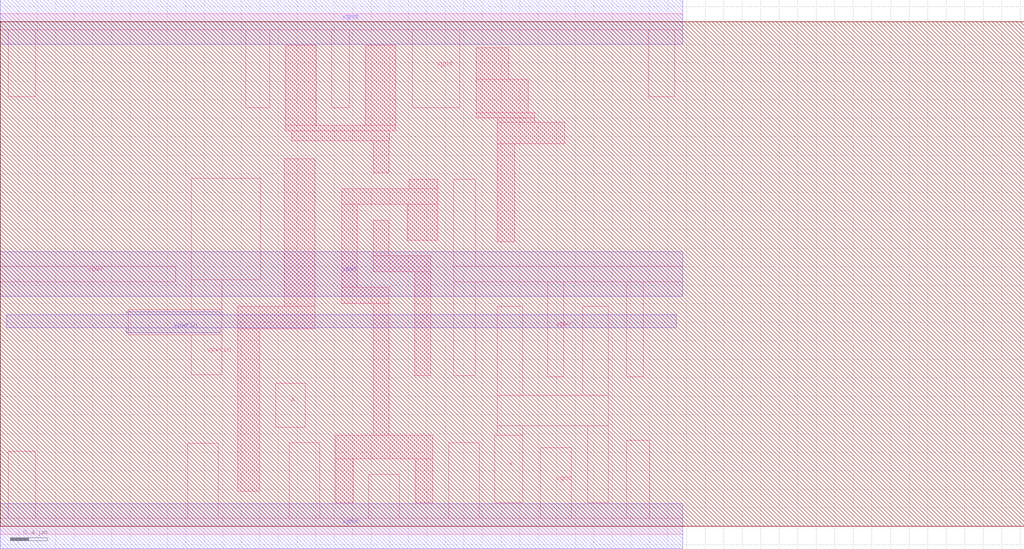
<source format=lef>
VERSION 5.7 ;
BUSBITCHARS "[]" ;
DIVIDERCHAR "/" ;
UNITS
  TIME NANOSECONDS 1 ;
  CAPACITANCE PICOFARADS 1 ;
  RESISTANCE OHMS 1 ;
  DATABASE MICRONS 1000 ;
END UNITS
MANUFACTURINGGRID 0.005 ;

SITE unithd
    SYMMETRY Y  ;
    CLASS CORE  ;
    SIZE  0.460 BY 2.720 ;
END unithd

LAYER li1
    TYPE ROUTING ;
    DIRECTION VERTICAL ;

    PITCH 0.46 0.34 ;
    OFFSET 0.23 0.17 ;

    WIDTH    0.170 ;                    # LI 1
    # SPACING  0.170 ;                    # LI 2
  SPACINGTABLE
    PARALLELRUNLENGTH 0
    WIDTH 0 0.170000 ;
    AREA 0.0561 ;                       # LI 6
    THICKNESS 0.10 ; 

    RESISTANCE RPERSQ 12.2 ;

    ANTENNAMODEL OXIDE1 ;
    ANTENNADIFFSIDEAREARATIO PWL ( ( 0.0 75.0 ) ( 0.0125 75.0 ) ( 0.0225 85.125 ) ( 22.5 10200.0 ) ) ;


END li1

LAYER mcon
  TYPE CUT ;
  WIDTH   0.17 ;		# Mcon 1
  SPACING 0.19 ;		# Mcon 2
  ENCLOSURE BELOW 0.0 0.0 ;	# Mcon 4
  ENCLOSURE ABOVE 0.030 0.060 ; # Met1 4 / Met1 5

  DCCURRENTDENSITY AVERAGE 0.36 ; # mA per via Iavg_max at Tj = 90oC
  ANTENNADIFFAREARATIO PWL ( ( 0.0 3.0 ) ( 0.0125 3.0 ) ( 0.0225 3.405 ) ( 22.5 408.0 ) ) ;

END mcon

LAYER met1
    TYPE ROUTING ;
    DIRECTION HORIZONTAL ;

    PITCH 0.34 ;
    OFFSET 0.17 ;

    WIDTH    0.140 ;                    # Met1 1
    #SPACING  0.140 ;                    # Met1 2
    #SPACING  0.280 RANGE 3.001 100 ;	# Met1 3b
    SPACINGTABLE
	  PARALLELRUNLENGTH 0.000
	    WIDTH 0.000 0.140000
	    WIDTH 3.000000 0.280000
	    ;
    AREA 0.083 ;                        # Met1 6
    THICKNESS 0.35 ; 

    ANTENNAMODEL OXIDE1 ;
    ANTENNADIFFSIDEAREARATIO PWL ( ( 0.000000 400.000000 ) ( 0.012500 400.000000 ) ( 0.022500 2609.000000 ) ( 22.500000 11600.000000 ) ) ;

    EDGECAPACITANCE 1.79 ;
    CAPACITANCE CPERSQDIST 25800000 ;
    DCCURRENTDENSITY AVERAGE 2.8 ; # mA/um Iavg_max at Tj = 90oC
    ACCURRENTDENSITY RMS 6.1 ; # mA/um Irms_max at Tj = 90oC
    MAXIMUMDENSITY 70.0 ;
    DENSITYCHECKWINDOW 700.0 700.0 ;
    DENSITYCHECKSTEP 70.0 ;

    RESISTANCE RPERSQ 0.125 ;
END met1

LAYER via
  TYPE CUT ;
  WIDTH   0.15 ;		# Via 1a
  SPACING 0.17  ;		# Via 2
  ENCLOSURE BELOW 0.055 0.085 ; # Via 4a / Via 5a
  ENCLOSURE ABOVE 0.055 0.085 ; # Met2 4 / Met2 5
  ANTENNADIFFAREARATIO PWL ( ( 0.0 6.0 ) ( 0.0125 6.0 ) ( 0.0225 6.81 ) ( 22.5 816.0 ) ) ;
  DCCURRENTDENSITY AVERAGE 0.29 ; # mA per via Iavg_max at Tj = 90oC
END via

LAYER met2
    TYPE ROUTING ;
    DIRECTION VERTICAL ;

    PITCH  0.46 ;
    OFFSET 0.23 ;

    WIDTH    0.140 ;                    # Met2 1
    #SPACING  0.140 ;                    # Met2 2
    #SPACING  0.280 RANGE 3.001 100 ;	# Met2 3b
    SPACINGTABLE
	  PARALLELRUNLENGTH 0.000
	    WIDTH 0.000 0.140000
	    WIDTH 3.000000 0.28000 ;
    AREA 0.0676 ;                       # Met2 6
    THICKNESS 0.35 ; 

    ANTENNAMODEL OXIDE1 ;
    CAPACITANCE CPERSQDIST 17500000 ;
    DCCURRENTDENSITY AVERAGE 2.8 ; # mA/um Iavg_max at Tj = 90oC
    ACCURRENTDENSITY RMS 6.1 ; # mA/um Irms_max at Tj = 90oC
    ANTENNADIFFSIDEAREARATIO PWL ( ( 0.0 400.0 ) ( 0.0125 400.0 ) ( 0.0225 2609.0 ) ( 22.5 11600.0 ) ) ;
    
    MAXIMUMDENSITY 70.0 ;
    DENSITYCHECKWINDOW 700.0 700.0 ;
    DENSITYCHECKSTEP 70.0 ;
    RESISTANCE RPERSQ 0.125 ;
END met2

LAYER via2
  TYPE CUT ;
  WIDTH   0.20 ;		# Via2 1
  SPACING 0.20 ;		# Via2 2
  ENCLOSURE BELOW 0.040 0.085 ;	# Via2 4
  ENCLOSURE ABOVE 0.065 0.065 ;	# Met3 4
  ANTENNADIFFAREARATIO PWL ( ( 0.0 6.0 ) ( 0.0125 6.0 ) ( 0.0225 6.81 ) ( 22.5 816.0 ) ) ;
  DCCURRENTDENSITY AVERAGE 0.48 ; # mA per via Iavg_max at Tj = 90oC

END via2

LAYER met3
    TYPE ROUTING ;
    DIRECTION HORIZONTAL ;

    PITCH  0.68 ;
    OFFSET 0.34 ;

    WIDTH    0.300 ;            # Met3 1
    #SPACING  0.300 ;		# Met3 2
    SPACINGTABLE
	    PARALLELRUNLENGTH 0
	    WIDTH 0 0.30
	    WIDTH 3.0 0.40 ;
    AREA     0.240 ;            # Met3 6
    THICKNESS 0.8 ;

    EDGECAPACITANCE 1.86 ;
    CAPACITANCE CPERSQDIST 12600000 ;
    DCCURRENTDENSITY AVERAGE 6.8 ; # mA/um Iavg_max at Tj = 90oC
    ACCURRENTDENSITY RMS 14.9 ; # mA/um Irms_max at Tj = 90oC

    ANTENNAMODEL OXIDE1 ;
    ANTENNADIFFSIDEAREARATIO PWL ( ( 0.0 400.0 ) ( 0.0125 400.0 ) ( 0.0225 2609.0 ) ( 22.5 11600.0 ) ) ;

    MAXIMUMDENSITY 70.0 ;
    DENSITYCHECKWINDOW 700.0 700.0 ;
    DENSITYCHECKSTEP 70.0 ;
    RESISTANCE RPERSQ 0.047 ;
END met3

LAYER via3
  TYPE CUT ;

  WIDTH   0.20 ;		# Via3 1
  SPACING 0.20 ;		# Via3 2
  ENCLOSURE BELOW 0.060 0.090 ;	# Via3 4 / Via3 5
  ENCLOSURE ABOVE 0.065 0.065 ;	# Met4 3
  ANTENNADIFFAREARATIO PWL ( ( 0.0 6.0 ) ( 0.0125 6.0 ) ( 0.0225 6.81 ) ( 22.5 816.0 ) ) ;
  DCCURRENTDENSITY AVERAGE 0.48 ; # mA per via Iavg_max at Tj = 90oC
END via3

LAYER met4
    TYPE ROUTING ;
    DIRECTION VERTICAL ;

    PITCH  0.92 ;
    OFFSET 0.46 ;

    WIDTH    0.300 ;            # Met4 1
    #SPACING  0.300 ;		# Met4 2
    
    SPACINGTABLE
	    PARALLELRUNLENGTH 0
	    WIDTH 0 0.30 
	    WIDTH 3.0 0.40 ;
    AREA     0.240 ;            # Met4 4a

    THICKNESS 0.8 ;

    EDGECAPACITANCE 1.29 ;
    CAPACITANCE CPERSQDIST 8670000 ;
    DCCURRENTDENSITY AVERAGE 6.8 ; # mA/um Iavg_max at Tj = 90oC
    ACCURRENTDENSITY RMS 14.9 ; # mA/um Irms_max at Tj = 90oC
    ANTENNAMODEL OXIDE1 ;
    ANTENNADIFFSIDEAREARATIO PWL ( ( 0.0 400.0 ) ( 0.0125 400.0 ) ( 0.0225 2609.0 ) ( 22.5 11600.0 ) ) ;

    MAXIMUMDENSITY 70.0 ;
    DENSITYCHECKWINDOW 700.0 700.0 ;
    DENSITYCHECKSTEP 70.0 ;
    RESISTANCE RPERSQ 0.047 ;
END met4

LAYER via4
  TYPE CUT ;

  WIDTH   0.80 ;		# Via4 1
  SPACING 0.80 ;		# Via4 2
  ENCLOSURE BELOW 0.190 0.190 ;	# Via4 4
  ENCLOSURE ABOVE 0.310 0.310 ;	# Met5 3
  ANTENNADIFFAREARATIO PWL ( ( 0.0 6.0 ) ( 0.0125 6.0 ) ( 0.0225 6.81 ) ( 22.5 816.0 ) ) ;
  DCCURRENTDENSITY AVERAGE 2.49 ; # mA per via Iavg_max at Tj = 90oC
END via4

LAYER met5
    TYPE ROUTING ;
    DIRECTION HORIZONTAL ;

    PITCH  3.4 ;
    OFFSET 1.7 ; 

    WIDTH    1.600 ;       # Met5 1
    #SPACING  1.600 ;       # Met5 2
    SPACINGTABLE
	    PARALLELRUNLENGTH 0
	    WIDTH 0 1.600 ;
    AREA     4.000 ;       # Met5 4

    THICKNESS 1.2 ;

    ANTENNAMODEL OXIDE1 ;
    EDGECAPACITANCE 4.96 ;
    CAPACITANCE CPERSQDIST 6480000 ;
    DCCURRENTDENSITY AVERAGE 10.17 ; # mA/um Iavg_max at Tj = 90oC
    ACCURRENTDENSITY RMS 22.34 ; # mA/um Irms_max at Tj = 90oC
    ANTENNADIFFSIDEAREARATIO PWL ( ( 0.0 400.0 ) ( 0.0125 400.0 ) ( 0.0225 2609.0 ) ( 22.5 11600.0 ) ) ;
    
    RESISTANCE RPERSQ 0.0285 ;
END met5

### Routing via cells section   ###
# Plus via rule, metals are along the prefered direction
VIA L1M1_PR DEFAULT
  LAYER mcon ;
  RECT -0.085000 -0.085000 0.085000 0.085000 ;
  LAYER li1 ;
  RECT -0.085000 -0.085000 0.085000 0.085000 ;
  LAYER met1 ;
  RECT -0.145000 -0.115000 0.145000 0.115000 ;
END L1M1_PR

VIARULE L1M1_PR GENERATE
  LAYER li1 ;
  ENCLOSURE 0.000000 0.000000 ;
  LAYER met1 ;
  ENCLOSURE 0.060000 0.030000 ;
  LAYER mcon ;
  RECT -0.085000 -0.085000 0.085000 0.085000 ;
  SPACING 0.360000 BY 0.360000 ;
END L1M1_PR

# Plus via rule, metals are along the non prefered direction
VIA L1M1_PR_R DEFAULT
  LAYER mcon ;
  RECT -0.085000 -0.085000 0.085000 0.085000 ;
  LAYER li1 ;
  RECT -0.085000 -0.085000 0.085000 0.085000 ;
  LAYER met1 ;
  RECT -0.115000 -0.145000 0.115000 0.145000 ;
END L1M1_PR_R

VIARULE L1M1_PR_R GENERATE
  LAYER li1 ;
  ENCLOSURE 0.000000 0.000000 ;
  LAYER met1 ;
  ENCLOSURE 0.030000 0.060000 ;
  LAYER mcon ;
  RECT -0.085000 -0.085000 0.085000 0.085000 ;
  SPACING 0.360000 BY 0.360000 ;
END L1M1_PR_R

# Minus via rule, lower layer metal is along prefered direction
VIA L1M1_PR_M DEFAULT
  LAYER mcon ;
  RECT -0.085000 -0.085000 0.085000 0.085000 ;
  LAYER li1 ;
  RECT -0.085000 -0.085000 0.085000 0.085000 ;
  LAYER met1 ;
  RECT -0.115000 -0.145000 0.115000 0.145000 ;
END L1M1_PR_M

VIARULE L1M1_PR_M GENERATE
  LAYER li1 ;
  ENCLOSURE 0.000000 0.000000 ;
  LAYER met1 ;
  ENCLOSURE 0.030000 0.060000 ;
  LAYER mcon ;
  RECT -0.085000 -0.085000 0.085000 0.085000 ;
  SPACING 0.360000 BY 0.360000 ;
END L1M1_PR_M

# Minus via rule, upper layer metal is along prefered direction
VIA L1M1_PR_MR DEFAULT
  LAYER mcon ;
  RECT -0.085000 -0.085000 0.085000 0.085000 ;
  LAYER li1 ;
  RECT -0.085000 -0.085000 0.085000 0.085000 ;
  LAYER met1 ;
  RECT -0.145000 -0.115000 0.145000 0.115000 ;
END L1M1_PR_MR

VIARULE L1M1_PR_MR GENERATE
  LAYER li1 ;
  ENCLOSURE 0.000000 0.000000 ;
  LAYER met1 ;
  ENCLOSURE 0.060000 0.030000 ;
  LAYER mcon ;
  RECT -0.085000 -0.085000 0.085000 0.085000 ;
  SPACING 0.360000 BY 0.360000 ;
END L1M1_PR_MR

# Centered via rule, we really do not want to use it
VIA L1M1_PR_C DEFAULT
  LAYER mcon ;
  RECT -0.085000 -0.085000 0.085000 0.085000 ;
  LAYER li1 ;
  RECT -0.085000 -0.085000 0.085000 0.085000 ;
  LAYER met1 ;
  RECT -0.145000 -0.145000 0.145000 0.145000 ;
END L1M1_PR_C

VIARULE L1M1_PR_C GENERATE
  LAYER li1 ;
  ENCLOSURE 0.000000 0.000000 ;
  LAYER met1 ;
  ENCLOSURE 0.060000 0.060000 ;
  LAYER mcon ;
  RECT -0.085000 -0.085000 0.085000 0.085000 ;
  SPACING 0.360000 BY 0.360000 ;
END L1M1_PR_C

# Plus via rule, metals are along the prefered direction
VIA M1M2_PR DEFAULT
  LAYER via ;
  RECT -0.075000 -0.075000 0.075000 0.075000 ;
  LAYER met1 ;
  RECT -0.160000 -0.130000 0.160000 0.130000 ;
  LAYER met2 ;
  RECT -0.130000 -0.160000 0.130000 0.160000 ;
END M1M2_PR

VIARULE M1M2_PR GENERATE
  LAYER met1 ;
  ENCLOSURE 0.085000 0.055000 ;
  LAYER met2 ;
  ENCLOSURE 0.055000 0.085000 ;
  LAYER via ;
  RECT -0.075000 -0.075000 0.075000 0.075000 ;
  SPACING 0.320000 BY 0.320000 ;
END M1M2_PR

# Plus via rule, metals are along the non prefered direction
VIA M1M2_PR_R DEFAULT
  LAYER via ;
  RECT -0.075000 -0.075000 0.075000 0.075000 ;
  LAYER met1 ;
  RECT -0.130000 -0.160000 0.130000 0.160000 ;
  LAYER met2 ;
  RECT -0.160000 -0.130000 0.160000 0.130000 ;
END M1M2_PR_R

VIARULE M1M2_PR_R GENERATE
  LAYER met1 ;
  ENCLOSURE 0.055000 0.085000 ;
  LAYER met2 ;
  ENCLOSURE 0.085000 0.055000 ;
  LAYER via ;
  RECT -0.075000 -0.075000 0.075000 0.075000 ;
  SPACING 0.320000 BY 0.320000 ;
END M1M2_PR_R

# Minus via rule, lower layer metal is along prefered direction
VIA M1M2_PR_M DEFAULT
  LAYER via ;
  RECT -0.075000 -0.075000 0.075000 0.075000 ;
  LAYER met1 ;
  RECT -0.160000 -0.130000 0.160000 0.130000 ;
  LAYER met2 ;
  RECT -0.160000 -0.130000 0.160000 0.130000 ;
END M1M2_PR_M

VIARULE M1M2_PR_M GENERATE
  LAYER met1 ;
  ENCLOSURE 0.085000 0.055000 ;
  LAYER met2 ;
  ENCLOSURE 0.085000 0.055000 ;
  LAYER via ;
  RECT -0.075000 -0.075000 0.075000 0.075000 ;
  SPACING 0.320000 BY 0.320000 ;
END M1M2_PR_M

# Minus via rule, upper layer metal is along prefered direction
VIA M1M2_PR_MR DEFAULT
  LAYER via ;
  RECT -0.075000 -0.075000 0.075000 0.075000 ;
  LAYER met1 ;
  RECT -0.130000 -0.160000 0.130000 0.160000 ;
  LAYER met2 ;
  RECT -0.130000 -0.160000 0.130000 0.160000 ;
END M1M2_PR_MR

VIARULE M1M2_PR_MR GENERATE
  LAYER met1 ;
  ENCLOSURE 0.055000 0.085000 ;
  LAYER met2 ;
  ENCLOSURE 0.055000 0.085000 ;
  LAYER via ;
  RECT -0.075000 -0.075000 0.075000 0.075000 ;
  SPACING 0.320000 BY 0.320000 ;
END M1M2_PR_MR

# Centered via rule, we really do not want to use it
VIA M1M2_PR_C DEFAULT
  LAYER via ;
  RECT -0.075000 -0.075000 0.075000 0.075000 ;
  LAYER met1 ;
  RECT -0.160000 -0.160000 0.160000 0.160000 ;
  LAYER met2 ;
  RECT -0.160000 -0.160000 0.160000 0.160000 ;
END M1M2_PR_C

VIARULE M1M2_PR_C GENERATE
  LAYER met1 ;
  ENCLOSURE 0.085000 0.085000 ;
  LAYER met2 ;
  ENCLOSURE 0.085000 0.085000 ;
  LAYER via ;
  RECT -0.075000 -0.075000 0.075000 0.075000 ;
  SPACING 0.320000 BY 0.320000 ;
END M1M2_PR_C

# Plus via rule, metals are along the prefered direction
VIA M2M3_PR DEFAULT
  LAYER via2 ;
  RECT -0.100000 -0.100000 0.100000 0.100000 ;
  LAYER met2 ;
  RECT -0.140000 -0.185000 0.140000 0.185000 ;
  LAYER met3 ;
  RECT -0.165000 -0.165000 0.165000 0.165000 ;
END M2M3_PR

VIARULE M2M3_PR GENERATE
  LAYER met2 ;
  ENCLOSURE 0.040000 0.085000 ;
  LAYER met3 ;
  ENCLOSURE 0.065000 0.065000 ;
  LAYER via2 ;
  RECT -0.100000 -0.100000 0.100000 0.100000 ;
  SPACING 0.400000 BY 0.400000 ;
END M2M3_PR

# Plus via rule, metals are along the non prefered direction
VIA M2M3_PR_R DEFAULT
  LAYER via2 ;
  RECT -0.100000 -0.100000 0.100000 0.100000 ;
  LAYER met2 ;
  RECT -0.185000 -0.140000 0.185000 0.140000 ;
  LAYER met3 ;
  RECT -0.165000 -0.165000 0.165000 0.165000 ;
END M2M3_PR_R

VIARULE M2M3_PR_R GENERATE
  LAYER met2 ;
  ENCLOSURE 0.085000 0.040000 ;
  LAYER met3 ;
  ENCLOSURE 0.065000 0.065000 ;
  LAYER via2 ;
  RECT -0.100000 -0.100000 0.100000 0.100000 ;
  SPACING 0.400000 BY 0.400000 ;
END M2M3_PR_R

# Minus via rule, lower layer metal is along prefered direction
VIA M2M3_PR_M DEFAULT
  LAYER via2 ;
  RECT -0.100000 -0.100000 0.100000 0.100000 ;
  LAYER met2 ;
  RECT -0.140000 -0.185000 0.140000 0.185000 ;
  LAYER met3 ;
  RECT -0.165000 -0.165000 0.165000 0.165000 ;
END M2M3_PR_M

VIARULE M2M3_PR_M GENERATE
  LAYER met2 ;
  ENCLOSURE 0.040000 0.085000 ;
  LAYER met3 ;
  ENCLOSURE 0.065000 0.065000 ;
  LAYER via2 ;
  RECT -0.100000 -0.100000 0.100000 0.100000 ;
  SPACING 0.400000 BY 0.400000 ;
END M2M3_PR_M

# Minus via rule, upper layer metal is along prefered direction
VIA M2M3_PR_MR DEFAULT
  LAYER via2 ;
  RECT -0.100000 -0.100000 0.100000 0.100000 ;
  LAYER met2 ;
  RECT -0.185000 -0.140000 0.185000 0.140000 ;
  LAYER met3 ;
  RECT -0.165000 -0.165000 0.165000 0.165000 ;
END M2M3_PR_MR

VIARULE M2M3_PR_MR GENERATE
  LAYER met2 ;
  ENCLOSURE 0.085000 0.040000 ;
  LAYER met3 ;
  ENCLOSURE 0.065000 0.065000 ;
  LAYER via2 ;
  RECT -0.100000 -0.100000 0.100000 0.100000 ;
  SPACING 0.400000 BY 0.400000 ;
END M2M3_PR_MR

# Centered via rule, we really do not want to use it
VIA M2M3_PR_C DEFAULT
  LAYER via2 ;
  RECT -0.100000 -0.100000 0.100000 0.100000 ;
  LAYER met2 ;
  RECT -0.185000 -0.185000 0.185000 0.185000 ;
  LAYER met3 ;
  RECT -0.165000 -0.165000 0.165000 0.165000 ;
END M2M3_PR_C

VIARULE M2M3_PR_C GENERATE
  LAYER met2 ;
  ENCLOSURE 0.085000 0.085000 ;
  LAYER met3 ;
  ENCLOSURE 0.065000 0.065000 ;
  LAYER via2 ;
  RECT -0.100000 -0.100000 0.100000 0.100000 ;
  SPACING 0.400000 BY 0.400000 ;
END M2M3_PR_C

# Plus via rule, metals are along the prefered direction
VIA M3M4_PR DEFAULT
  LAYER via3 ;
  RECT -0.100000 -0.100000 0.100000 0.100000 ;
  LAYER met3 ;
  RECT -0.190000 -0.160000 0.190000 0.160000 ;
  LAYER met4 ;
  RECT -0.165000 -0.165000 0.165000 0.165000 ;
END M3M4_PR

VIARULE M3M4_PR GENERATE
  LAYER met3 ;
  ENCLOSURE 0.090000 0.060000 ;
  LAYER met4 ;
  ENCLOSURE 0.065000 0.065000 ;
  LAYER via3 ;
  RECT -0.100000 -0.100000 0.100000 0.100000 ;
  SPACING 0.400000 BY 0.400000 ;
END M3M4_PR

# Plus via rule, metals are along the non prefered direction
VIA M3M4_PR_R DEFAULT
  LAYER via3 ;
  RECT -0.100000 -0.100000 0.100000 0.100000 ;
  LAYER met3 ;
  RECT -0.160000 -0.190000 0.160000 0.190000 ;
  LAYER met4 ;
  RECT -0.165000 -0.165000 0.165000 0.165000 ;
END M3M4_PR_R

VIARULE M3M4_PR_R GENERATE
  LAYER met3 ;
  ENCLOSURE 0.060000 0.090000 ;
  LAYER met4 ;
  ENCLOSURE 0.065000 0.065000 ;
  LAYER via3 ;
  RECT -0.100000 -0.100000 0.100000 0.100000 ;
  SPACING 0.400000 BY 0.400000 ;
END M3M4_PR_R

# Minus via rule, lower layer metal is along prefered direction
VIA M3M4_PR_M DEFAULT
  LAYER via3 ;
  RECT -0.100000 -0.100000 0.100000 0.100000 ;
  LAYER met3 ;
  RECT -0.190000 -0.160000 0.190000 0.160000 ;
  LAYER met4 ;
  RECT -0.165000 -0.165000 0.165000 0.165000 ;
END M3M4_PR_M

VIARULE M3M4_PR_M GENERATE
  LAYER met3 ;
  ENCLOSURE 0.090000 0.060000 ;
  LAYER met4 ;
  ENCLOSURE 0.065000 0.065000 ;
  LAYER via3 ;
  RECT -0.100000 -0.100000 0.100000 0.100000 ;
  SPACING 0.400000 BY 0.400000 ;
END M3M4_PR_M

# Minus via rule, upper layer metal is along prefered direction
VIA M3M4_PR_MR DEFAULT
  LAYER via3 ;
  RECT -0.100000 -0.100000 0.100000 0.100000 ;
  LAYER met3 ;
  RECT -0.160000 -0.190000 0.160000 0.190000 ;
  LAYER met4 ;
  RECT -0.165000 -0.165000 0.165000 0.165000 ;
END M3M4_PR_MR

VIARULE M3M4_PR_MR GENERATE
  LAYER met3 ;
  ENCLOSURE 0.060000 0.090000 ;
  LAYER met4 ;
  ENCLOSURE 0.065000 0.065000 ;
  LAYER via3 ;
  RECT -0.100000 -0.100000 0.100000 0.100000 ;
  SPACING 0.400000 BY 0.400000 ;
END M3M4_PR_MR

# Centered via rule, we really do not want to use it
VIA M3M4_PR_C DEFAULT
  LAYER via3 ;
  RECT -0.100000 -0.100000 0.100000 0.100000 ;
  LAYER met3 ;
  RECT -0.190000 -0.190000 0.190000 0.190000 ;
  LAYER met4 ;
  RECT -0.165000 -0.165000 0.165000 0.165000 ;
END M3M4_PR_C

VIARULE M3M4_PR_C GENERATE
  LAYER met3 ;
  ENCLOSURE 0.090000 0.090000 ;
  LAYER met4 ;
  ENCLOSURE 0.065000 0.065000 ;
  LAYER via3 ;
  RECT -0.100000 -0.100000 0.100000 0.100000 ;
  SPACING 0.400000 BY 0.400000 ;
END M3M4_PR_C

# Plus via rule, metals are along the prefered direction
VIA M4M5_PR DEFAULT
  LAYER via4 ;
  RECT -0.400000 -0.400000 0.400000 0.400000 ;
  LAYER met4 ;
  RECT -0.590000 -0.590000 0.590000 0.590000 ;
  LAYER met5 ;
  RECT -0.710000 -0.710000 0.710000 0.710000 ;
END M4M5_PR

VIARULE M4M5_PR GENERATE
  LAYER met4 ;
  ENCLOSURE 0.190000 0.190000 ;
  LAYER met5 ;
  ENCLOSURE 0.310000 0.310000 ;
  LAYER via4 ;
  RECT -0.400000 -0.400000 0.400000 0.400000 ;
  SPACING 1.600000 BY 1.600000 ;
END M4M5_PR

# Plus via rule, metals are along the non prefered direction
VIA M4M5_PR_R DEFAULT
  LAYER via4 ;
  RECT -0.400000 -0.400000 0.400000 0.400000 ;
  LAYER met4 ;
  RECT -0.590000 -0.590000 0.590000 0.590000 ;
  LAYER met5 ;
  RECT -0.710000 -0.710000 0.710000 0.710000 ;
END M4M5_PR_R

VIARULE M4M5_PR_R GENERATE
  LAYER met4 ;
  ENCLOSURE 0.190000 0.190000 ;
  LAYER met5 ;
  ENCLOSURE 0.310000 0.310000 ;
  LAYER via4 ;
  RECT -0.400000 -0.400000 0.400000 0.400000 ;
  SPACING 1.600000 BY 1.600000 ;
END M4M5_PR_R

# Minus via rule, lower layer metal is along prefered direction
VIA M4M5_PR_M DEFAULT
  LAYER via4 ;
  RECT -0.400000 -0.400000 0.400000 0.400000 ;
  LAYER met4 ;
  RECT -0.590000 -0.590000 0.590000 0.590000 ;
  LAYER met5 ;
  RECT -0.710000 -0.710000 0.710000 0.710000 ;
END M4M5_PR_M

VIARULE M4M5_PR_M GENERATE
  LAYER met4 ;
  ENCLOSURE 0.190000 0.190000 ;
  LAYER met5 ;
  ENCLOSURE 0.310000 0.310000 ;
  LAYER via4 ;
  RECT -0.400000 -0.400000 0.400000 0.400000 ;
  SPACING 1.600000 BY 1.600000 ;
END M4M5_PR_M

# Minus via rule, upper layer metal is along prefered direction
VIA M4M5_PR_MR DEFAULT
  LAYER via4 ;
  RECT -0.400000 -0.400000 0.400000 0.400000 ;
  LAYER met4 ;
  RECT -0.590000 -0.590000 0.590000 0.590000 ;
  LAYER met5 ;
  RECT -0.710000 -0.710000 0.710000 0.710000 ;
END M4M5_PR_MR

VIARULE M4M5_PR_MR GENERATE
  LAYER met4 ;
  ENCLOSURE 0.190000 0.190000 ;
  LAYER met5 ;
  ENCLOSURE 0.310000 0.310000 ;
  LAYER via4 ;
  RECT -0.400000 -0.400000 0.400000 0.400000 ;
  SPACING 1.600000 BY 1.600000 ;
END M4M5_PR_MR

# Centered via rule, we really do not want to use it
VIA M4M5_PR_C DEFAULT
  LAYER via4 ;
  RECT -0.400000 -0.400000 0.400000 0.400000 ;
  LAYER met4 ;
  RECT -0.590000 -0.590000 0.590000 0.590000 ;
  LAYER met5 ;
  RECT -0.710000 -0.710000 0.710000 0.710000 ;
END M4M5_PR_C

VIARULE M4M5_PR_C GENERATE
  LAYER met4 ;
  ENCLOSURE 0.190000 0.190000 ;
  LAYER met5 ;
  ENCLOSURE 0.310000 0.310000 ;
  LAYER via4 ;
  RECT -0.400000 -0.400000 0.400000 0.400000 ;
  SPACING 1.600000 BY 1.600000 ;
END M4M5_PR_C
###  end of single via cells   ###



MACRO scs8hd_a2111o_1
  CLASS CORE ;
  ORIGIN 0 0 ;
  SIZE 7.82 BY 2.72 ;
  SYMMETRY X Y R90 ;
  SITE unithd ;

  PIN C1
    DIRECTION INPUT ;
    USE SIGNAL ;
    PORT
      LAYER li1 ;
        RECT 1.89 1.05 2.22 2.465 ;
    END
    ANTENNAGATEAREA 0.2475 LAYER met1 ;
    ANTENNAGATEAREA 0.2475 LAYER met2 ;
    ANTENNAGATEAREA 0.2475 LAYER met3 ;
    ANTENNAGATEAREA 0.2475 LAYER met4 ;
    ANTENNAGATEAREA 0.2475 LAYER met5 ;
  END C1

  PIN A2
    DIRECTION INPUT ;
    USE SIGNAL ;
    PORT
      LAYER li1 ;
        RECT 3.51 1.025 4.01 1.29 ;
    END
    ANTENNAGATEAREA 0.2475 LAYER met1 ;
    ANTENNAGATEAREA 0.2475 LAYER met2 ;
    ANTENNAGATEAREA 0.2475 LAYER met3 ;
    ANTENNAGATEAREA 0.2475 LAYER met4 ;
    ANTENNAGATEAREA 0.2475 LAYER met5 ;
  END A2

  PIN A1
    DIRECTION INPUT ;
    USE SIGNAL ;
    PORT
      LAYER li1 ;
        RECT 2.985 0.285 3.54 0.845 ;
        RECT 2.985 0.845 3.29 0.995 ;
        RECT 2.905 0.995 3.29 1.325 ;
    END
    ANTENNAGATEAREA 0.2475 LAYER met1 ;
    ANTENNAGATEAREA 0.2475 LAYER met2 ;
    ANTENNAGATEAREA 0.2475 LAYER met3 ;
    ANTENNAGATEAREA 0.2475 LAYER met4 ;
    ANTENNAGATEAREA 0.2475 LAYER met5 ;
  END A1

  PIN D1
    DIRECTION INPUT ;
    USE SIGNAL ;
    PORT
      LAYER li1 ;
        RECT 1.29 1.05 1.72 1.29 ;
        RECT 1.515 1.29 1.72 2.465 ;
    END
    ANTENNAGATEAREA 0.2475 LAYER met1 ;
    ANTENNAGATEAREA 0.2475 LAYER met2 ;
    ANTENNAGATEAREA 0.2475 LAYER met3 ;
    ANTENNAGATEAREA 0.2475 LAYER met4 ;
    ANTENNAGATEAREA 0.2475 LAYER met5 ;
  END D1

  PIN X
    DIRECTION OUTPUT ;
    USE SIGNAL ;
    PORT
      LAYER li1 ;
        RECT 0.135 1.62 0.39 2.46 ;
        RECT 0.135 0.255 0.465 1.62 ;
    END
    ANTENNADIFFAREA 0.5045 LAYER met1 ;
    ANTENNADIFFAREA 0.5045 LAYER met2 ;
    ANTENNADIFFAREA 0.5045 LAYER met3 ;
    ANTENNADIFFAREA 0.5045 LAYER met4 ;
    ANTENNADIFFAREA 0.5045 LAYER met5 ;
  END X

  PIN B1
    DIRECTION INPUT ;
    USE SIGNAL ;
    PORT
      LAYER li1 ;
        RECT 2.4 0.995 2.68 2.465 ;
    END
    ANTENNAGATEAREA 0.2475 LAYER met1 ;
    ANTENNAGATEAREA 0.2475 LAYER met2 ;
    ANTENNAGATEAREA 0.2475 LAYER met3 ;
    ANTENNAGATEAREA 0.2475 LAYER met4 ;
    ANTENNAGATEAREA 0.2475 LAYER met5 ;
  END B1

  PIN vpwr
    DIRECTION INOUT ;
    USE POWER ;
    SHAPE ABUTMENT ;
    PORT
      LAYER met1 ;
        RECT 0 2.48 4.14 2.96 ;
    END
    PORT
      LAYER li1 ;
        RECT 0 2.635 4.14 2.805 ;
        RECT 3.325 1.835 3.54 2.635 ;
        RECT 0.565 1.815 0.895 2.635 ;
    END
  END vpwr

  PIN vgnd
    DIRECTION INOUT ;
    USE GROUND ;
    SHAPE ABUTMENT ;
    PORT
      LAYER met1 ;
        RECT 0 -0.24 4.14 0.24 ;
    END
    PORT
      LAYER li1 ;
        RECT 0 -0.085 4.14 0.085 ;
        RECT 3.715 0.085 3.955 0.76 ;
        RECT 0.635 0.085 1.31 0.47 ;
        RECT 2.085 0.085 2.43 0.485 ;
    END
  END vgnd


  OBS
    LAYER li1 ;
      RECT 0.695 0.655 2.805 0.825 ;
      RECT 2.6 0.26 2.805 0.655 ;
      RECT 0.695 0.65 1.915 0.655 ;
      RECT 1.585 0.26 1.915 0.65 ;
      RECT 0.695 0.825 0.915 1.465 ;
      RECT 1.135 1.645 1.345 2.46 ;
      RECT 0.695 1.465 1.345 1.645 ;
      RECT 2.86 1.665 3.145 2.46 ;
      RECT 2.86 1.495 3.99 1.665 ;
      RECT 3.72 1.665 3.99 2.46 ;
  END
END scs8hd_a2111o_1
MACRO scs8hd_a2111o_2
  CLASS CORE ;
  ORIGIN 0 0 ;
  SIZE 8.28 BY 2.72 ;
  SYMMETRY X Y R90 ;
  SITE unithd ;

  PIN A2
    DIRECTION INPUT ;
    USE SIGNAL ;
    PORT
      LAYER li1 ;
        RECT 3.945 0.995 4.515 1.74 ;
    END
    ANTENNAGATEAREA 0.2475 LAYER met1 ;
    ANTENNAGATEAREA 0.2475 LAYER met2 ;
    ANTENNAGATEAREA 0.2475 LAYER met3 ;
    ANTENNAGATEAREA 0.2475 LAYER met4 ;
    ANTENNAGATEAREA 0.2475 LAYER met5 ;
  END A2

  PIN X
    DIRECTION OUTPUT ;
    USE SIGNAL ;
    PORT
      LAYER li1 ;
        RECT 0.605 0.255 0.895 2.39 ;
    END
    ANTENNADIFFAREA 0.462 LAYER met1 ;
    ANTENNADIFFAREA 0.462 LAYER met2 ;
    ANTENNADIFFAREA 0.462 LAYER met3 ;
    ANTENNADIFFAREA 0.462 LAYER met4 ;
    ANTENNADIFFAREA 0.462 LAYER met5 ;
  END X

  PIN C1
    DIRECTION INPUT ;
    USE SIGNAL ;
    PORT
      LAYER li1 ;
        RECT 2.425 0.995 2.735 2.355 ;
    END
    ANTENNAGATEAREA 0.2475 LAYER met1 ;
    ANTENNAGATEAREA 0.2475 LAYER met2 ;
    ANTENNAGATEAREA 0.2475 LAYER met3 ;
    ANTENNAGATEAREA 0.2475 LAYER met4 ;
    ANTENNAGATEAREA 0.2475 LAYER met5 ;
  END C1

  PIN B1
    DIRECTION INPUT ;
    USE SIGNAL ;
    PORT
      LAYER li1 ;
        RECT 2.905 0.995 3.195 1.74 ;
    END
    ANTENNAGATEAREA 0.2475 LAYER met1 ;
    ANTENNAGATEAREA 0.2475 LAYER met2 ;
    ANTENNAGATEAREA 0.2475 LAYER met3 ;
    ANTENNAGATEAREA 0.2475 LAYER met4 ;
    ANTENNAGATEAREA 0.2475 LAYER met5 ;
  END B1

  PIN A1
    DIRECTION INPUT ;
    USE SIGNAL ;
    PORT
      LAYER li1 ;
        RECT 3.365 0.955 3.775 1.74 ;
        RECT 3.505 0.825 3.775 0.955 ;
        RECT 3.505 0.29 3.995 0.825 ;
    END
    ANTENNAGATEAREA 0.2475 LAYER met1 ;
    ANTENNAGATEAREA 0.2475 LAYER met2 ;
    ANTENNAGATEAREA 0.2475 LAYER met3 ;
    ANTENNAGATEAREA 0.2475 LAYER met4 ;
    ANTENNAGATEAREA 0.2475 LAYER met5 ;
  END A1

  PIN D1
    DIRECTION INPUT ;
    USE SIGNAL ;
    PORT
      LAYER li1 ;
        RECT 1.96 1.325 2.255 2.355 ;
        RECT 1.885 0.995 2.255 1.325 ;
    END
    ANTENNAGATEAREA 0.2475 LAYER met1 ;
    ANTENNAGATEAREA 0.2475 LAYER met2 ;
    ANTENNAGATEAREA 0.2475 LAYER met3 ;
    ANTENNAGATEAREA 0.2475 LAYER met4 ;
    ANTENNAGATEAREA 0.2475 LAYER met5 ;
  END D1

  PIN vpwr
    DIRECTION INOUT ;
    USE POWER ;
    SHAPE ABUTMENT ;
    PORT
      LAYER met1 ;
        RECT 0 2.48 4.6 2.96 ;
    END
    PORT
      LAYER li1 ;
        RECT 0 2.635 4.6 2.805 ;
        RECT 3.59 2.255 3.92 2.635 ;
        RECT 1.065 1.495 1.315 2.635 ;
        RECT 0.085 1.635 0.435 2.635 ;
    END
  END vpwr

  PIN vgnd
    DIRECTION INOUT ;
    USE GROUND ;
    SHAPE ABUTMENT ;
    PORT
      LAYER met1 ;
        RECT 0 -0.24 4.6 0.24 ;
    END
    PORT
      LAYER li1 ;
        RECT 0 -0.085 4.6 0.085 ;
        RECT 4.165 0.085 4.515 0.805 ;
        RECT 1.065 0.445 1.325 0.865 ;
        RECT 1.065 0.085 2.01 0.445 ;
        RECT 2.59 0.085 2.92 0.445 ;
        RECT 0.085 0.085 0.435 0.885 ;
    END
  END vgnd


  OBS
    LAYER li1 ;
      RECT 3.07 2.085 3.4 2.465 ;
      RECT 3.07 1.915 4.515 2.085 ;
      RECT 4.09 2.085 4.515 2.465 ;
      RECT 1.495 0.615 3.335 0.785 ;
      RECT 3.09 0.255 3.335 0.615 ;
      RECT 2.18 0.255 2.42 0.615 ;
      RECT 1.495 1.495 1.785 2.465 ;
      RECT 1.495 1.325 1.705 1.495 ;
      RECT 1.065 1.075 1.705 1.325 ;
      RECT 1.495 0.785 1.705 1.075 ;
  END
END scs8hd_a2111o_2
MACRO scs8hd_a2111o_4
  CLASS CORE ;
  ORIGIN 0 0 ;
  SIZE 11.5 BY 2.72 ;
  SYMMETRY X Y R90 ;
  SITE unithd ;

  PIN D1
    DIRECTION INPUT ;
    USE SIGNAL ;
    PORT
      LAYER li1 ;
        RECT 0.085 0.975 0.37 1.625 ;
    END
    ANTENNAGATEAREA 0.495 LAYER met1 ;
    ANTENNAGATEAREA 0.495 LAYER met2 ;
    ANTENNAGATEAREA 0.495 LAYER met3 ;
    ANTENNAGATEAREA 0.495 LAYER met4 ;
    ANTENNAGATEAREA 0.495 LAYER met5 ;
  END D1

  PIN X
    DIRECTION OUTPUT ;
    USE SIGNAL ;
    PORT
      LAYER li1 ;
        RECT 7.49 0.805 7.735 1.465 ;
        RECT 6.165 1.465 7.735 1.635 ;
        RECT 6.165 0.635 7.735 0.805 ;
        RECT 6.165 1.635 7.215 1.715 ;
        RECT 6.165 0.255 6.355 0.635 ;
        RECT 7.025 0.255 7.215 0.635 ;
        RECT 6.165 1.715 6.355 2.465 ;
        RECT 7.025 1.715 7.215 2.465 ;
    END
    ANTENNADIFFAREA 0.924 LAYER met1 ;
    ANTENNADIFFAREA 0.924 LAYER met2 ;
    ANTENNADIFFAREA 0.924 LAYER met3 ;
    ANTENNADIFFAREA 0.924 LAYER met4 ;
    ANTENNADIFFAREA 0.924 LAYER met5 ;
  END X

  PIN A2
    DIRECTION INPUT ;
    USE SIGNAL ;
    PORT
      LAYER li1 ;
        RECT 4.675 1.075 5.625 1.275 ;
    END
    ANTENNAGATEAREA 0.495 LAYER met1 ;
    ANTENNAGATEAREA 0.495 LAYER met2 ;
    ANTENNAGATEAREA 0.495 LAYER met3 ;
    ANTENNAGATEAREA 0.495 LAYER met4 ;
    ANTENNAGATEAREA 0.495 LAYER met5 ;
  END A2

  PIN A1
    DIRECTION INPUT ;
    USE SIGNAL ;
    PORT
      LAYER li1 ;
        RECT 3.825 1.075 4.495 1.275 ;
    END
    ANTENNAGATEAREA 0.495 LAYER met1 ;
    ANTENNAGATEAREA 0.495 LAYER met2 ;
    ANTENNAGATEAREA 0.495 LAYER met3 ;
    ANTENNAGATEAREA 0.495 LAYER met4 ;
    ANTENNAGATEAREA 0.495 LAYER met5 ;
  END A1

  PIN B1
    DIRECTION INPUT ;
    USE SIGNAL ;
    PORT
      LAYER li1 ;
        RECT 2.45 0.975 3.255 1.285 ;
    END
    ANTENNAGATEAREA 0.495 LAYER met1 ;
    ANTENNAGATEAREA 0.495 LAYER met2 ;
    ANTENNAGATEAREA 0.495 LAYER met3 ;
    ANTENNAGATEAREA 0.495 LAYER met4 ;
    ANTENNAGATEAREA 0.495 LAYER met5 ;
  END B1

  PIN C1
    DIRECTION INPUT ;
    USE SIGNAL ;
    PORT
      LAYER li1 ;
        RECT 1.04 0.975 2.28 1.285 ;
    END
    ANTENNAGATEAREA 0.495 LAYER met1 ;
    ANTENNAGATEAREA 0.495 LAYER met2 ;
    ANTENNAGATEAREA 0.495 LAYER met3 ;
    ANTENNAGATEAREA 0.495 LAYER met4 ;
    ANTENNAGATEAREA 0.495 LAYER met5 ;
  END C1

  PIN vpwr
    DIRECTION INOUT ;
    USE POWER ;
    SHAPE ABUTMENT ;
    PORT
      LAYER met1 ;
        RECT 0 2.48 7.82 2.96 ;
    END
    PORT
      LAYER li1 ;
        RECT 0 2.635 7.82 2.805 ;
        RECT 7.385 1.805 7.715 2.635 ;
        RECT 4.805 2.255 5.14 2.635 ;
        RECT 3.865 2.165 4.195 2.635 ;
        RECT 5.665 1.8 5.995 2.635 ;
        RECT 6.525 1.885 6.855 2.635 ;
    END
  END vpwr

  PIN vgnd
    DIRECTION INOUT ;
    USE GROUND ;
    SHAPE ABUTMENT ;
    PORT
      LAYER met1 ;
        RECT 0 -0.24 7.82 0.24 ;
    END
    PORT
      LAYER li1 ;
        RECT 0 -0.085 7.82 0.085 ;
        RECT 7.385 0.085 7.715 0.465 ;
        RECT 0.61 0.085 0.94 0.465 ;
        RECT 1.51 0.085 1.84 0.445 ;
        RECT 2.42 0.085 3.295 0.445 ;
        RECT 4.805 0.085 5.14 0.445 ;
        RECT 5.665 0.085 5.995 0.515 ;
        RECT 6.525 0.085 6.855 0.445 ;
    END
  END vgnd


  OBS
    LAYER li1 ;
      RECT 5.795 1.075 7.32 1.245 ;
      RECT 3.465 1.445 5.975 1.625 ;
      RECT 5.795 1.245 5.975 1.445 ;
      RECT 3.465 0.255 4.585 0.445 ;
      RECT 3.465 0.805 3.655 1.445 ;
      RECT 0.18 0.635 3.655 0.805 ;
      RECT 1.11 0.615 3.655 0.635 ;
      RECT 3.465 0.445 3.655 0.615 ;
      RECT 1.11 0.255 1.34 0.615 ;
      RECT 2.015 0.255 2.24 0.615 ;
      RECT 0.54 0.805 0.87 2.125 ;
      RECT 0.18 0.255 0.44 0.635 ;
      RECT 3.825 0.615 5.495 0.785 ;
      RECT 5.31 0.255 5.495 0.615 ;
      RECT 2.34 2.295 3.65 2.465 ;
      RECT 3.32 1.995 3.65 2.295 ;
      RECT 2.34 1.795 2.675 2.295 ;
      RECT 3.32 1.795 5.495 1.995 ;
      RECT 4.365 1.995 4.625 2.415 ;
      RECT 5.31 1.995 5.495 2.465 ;
      RECT 1.4 1.625 1.73 2.125 ;
      RECT 1.4 1.455 3.1 1.625 ;
      RECT 2.845 1.625 3.1 2.125 ;
      RECT 0.11 2.295 2.16 2.465 ;
      RECT 0.11 1.795 0.37 2.295 ;
      RECT 1.9 1.795 2.16 2.295 ;
      RECT 1.04 1.455 1.23 2.295 ;
  END
END scs8hd_a2111o_4
MACRO scs8hd_a2111oi_0
  CLASS CORE ;
  ORIGIN 0 0 ;
  SIZE 6.9 BY 2.72 ;
  SYMMETRY X Y R90 ;
  SITE unithd ;

  PIN D1
    DIRECTION INPUT ;
    USE SIGNAL ;
    PORT
      LAYER li1 ;
        RECT 0.085 0.73 0.435 1.655 ;
    END
    ANTENNAGATEAREA 0.159 LAYER met1 ;
    ANTENNAGATEAREA 0.159 LAYER met2 ;
    ANTENNAGATEAREA 0.159 LAYER met3 ;
    ANTENNAGATEAREA 0.159 LAYER met4 ;
    ANTENNAGATEAREA 0.159 LAYER met5 ;
  END D1

  PIN Y
    DIRECTION OUTPUT ;
    USE SIGNAL ;
    PORT
      LAYER li1 ;
        RECT 0.36 1.825 0.785 2.465 ;
        RECT 0.605 0.885 0.785 1.825 ;
        RECT 0.605 0.635 2.04 0.885 ;
        RECT 0.785 0.615 2.04 0.635 ;
        RECT 1.71 0.28 2.04 0.615 ;
        RECT 0.785 0.255 1.04 0.615 ;
    END
    ANTENNADIFFAREA 0.424 LAYER met1 ;
    ANTENNADIFFAREA 0.424 LAYER met2 ;
    ANTENNADIFFAREA 0.424 LAYER met3 ;
    ANTENNADIFFAREA 0.424 LAYER met4 ;
    ANTENNADIFFAREA 0.424 LAYER met5 ;
  END Y

  PIN C1
    DIRECTION INPUT ;
    USE SIGNAL ;
    PORT
      LAYER li1 ;
        RECT 0.955 1.055 1.325 2.36 ;
    END
    ANTENNAGATEAREA 0.159 LAYER met1 ;
    ANTENNAGATEAREA 0.159 LAYER met2 ;
    ANTENNAGATEAREA 0.159 LAYER met3 ;
    ANTENNAGATEAREA 0.159 LAYER met4 ;
    ANTENNAGATEAREA 0.159 LAYER met5 ;
  END C1

  PIN B1
    DIRECTION INPUT ;
    USE SIGNAL ;
    PORT
      LAYER li1 ;
        RECT 1.495 1.055 1.845 1.735 ;
    END
    ANTENNAGATEAREA 0.159 LAYER met1 ;
    ANTENNAGATEAREA 0.159 LAYER met2 ;
    ANTENNAGATEAREA 0.159 LAYER met3 ;
    ANTENNAGATEAREA 0.159 LAYER met4 ;
    ANTENNAGATEAREA 0.159 LAYER met5 ;
  END B1

  PIN A1
    DIRECTION INPUT ;
    USE SIGNAL ;
    PORT
      LAYER li1 ;
        RECT 2.035 1.07 2.625 1.4 ;
        RECT 2.355 0.66 2.625 1.07 ;
        RECT 2.355 1.4 2.625 1.735 ;
    END
    ANTENNAGATEAREA 0.159 LAYER met1 ;
    ANTENNAGATEAREA 0.159 LAYER met2 ;
    ANTENNAGATEAREA 0.159 LAYER met3 ;
    ANTENNAGATEAREA 0.159 LAYER met4 ;
    ANTENNAGATEAREA 0.159 LAYER met5 ;
  END A1

  PIN A2
    DIRECTION INPUT ;
    USE SIGNAL ;
    PORT
      LAYER li1 ;
        RECT 2.795 0.65 3.135 1.735 ;
    END
    ANTENNAGATEAREA 0.159 LAYER met1 ;
    ANTENNAGATEAREA 0.159 LAYER met2 ;
    ANTENNAGATEAREA 0.159 LAYER met3 ;
    ANTENNAGATEAREA 0.159 LAYER met4 ;
    ANTENNAGATEAREA 0.159 LAYER met5 ;
  END A2

  PIN vgnd
    DIRECTION INOUT ;
    USE GROUND ;
    SHAPE ABUTMENT ;
    PORT
      LAYER met1 ;
        RECT 0 -0.24 3.22 0.24 ;
    END
    PORT
      LAYER li1 ;
        RECT 0 -0.085 3.22 0.085 ;
        RECT 2.47 0.085 2.8 0.48 ;
        RECT 0.285 0.085 0.615 0.465 ;
        RECT 1.21 0.085 1.54 0.445 ;
    END
  END vgnd

  PIN vpwr
    DIRECTION INOUT ;
    USE POWER ;
    SHAPE ABUTMENT ;
    PORT
      LAYER met1 ;
        RECT 0 2.48 3.22 2.96 ;
    END
    PORT
      LAYER li1 ;
        RECT 0 2.635 3.22 2.805 ;
        RECT 2.04 2.255 2.37 2.635 ;
    END
  END vpwr


  OBS
    LAYER li1 ;
      RECT 1.54 2.085 1.87 2.465 ;
      RECT 1.54 1.905 2.87 2.085 ;
      RECT 2.54 2.085 2.87 2.465 ;
  END
END scs8hd_a2111oi_0
MACRO scs8hd_a2111oi_1
  CLASS CORE ;
  ORIGIN 0 0 ;
  SIZE 7.36 BY 2.72 ;
  SYMMETRY X Y R90 ;
  SITE unithd ;

  PIN A1
    DIRECTION INPUT ;
    USE SIGNAL ;
    PORT
      LAYER li1 ;
        RECT 2.44 0.995 2.725 1.4 ;
    END
    ANTENNAGATEAREA 0.2475 LAYER met1 ;
    ANTENNAGATEAREA 0.2475 LAYER met2 ;
    ANTENNAGATEAREA 0.2475 LAYER met3 ;
    ANTENNAGATEAREA 0.2475 LAYER met4 ;
    ANTENNAGATEAREA 0.2475 LAYER met5 ;
  END A1

  PIN A2
    DIRECTION INPUT ;
    USE SIGNAL ;
    PORT
      LAYER li1 ;
        RECT 2.905 1.02 3.54 1.29 ;
        RECT 2.905 0.35 3.09 1.02 ;
    END
    ANTENNAGATEAREA 0.2475 LAYER met1 ;
    ANTENNAGATEAREA 0.2475 LAYER met2 ;
    ANTENNAGATEAREA 0.2475 LAYER met3 ;
    ANTENNAGATEAREA 0.2475 LAYER met4 ;
    ANTENNAGATEAREA 0.2475 LAYER met5 ;
  END A2

  PIN Y
    DIRECTION OUTPUT ;
    USE SIGNAL ;
    PORT
      LAYER li1 ;
        RECT 0.145 0.815 2.3 0.88 ;
        RECT 0.145 0.88 0.53 2.46 ;
        RECT 0.145 0.705 2.42 0.815 ;
        RECT 0.145 0.7 1.375 0.705 ;
        RECT 2.09 0.305 2.42 0.705 ;
        RECT 1.045 0.26 1.375 0.7 ;
    END
    ANTENNADIFFAREA 1.38875 LAYER met1 ;
    ANTENNADIFFAREA 1.38875 LAYER met2 ;
    ANTENNADIFFAREA 1.38875 LAYER met3 ;
    ANTENNADIFFAREA 1.38875 LAYER met4 ;
    ANTENNADIFFAREA 1.38875 LAYER met5 ;
  END Y

  PIN C1
    DIRECTION INPUT ;
    USE SIGNAL ;
    PORT
      LAYER li1 ;
        RECT 1.435 1.05 1.77 2.455 ;
    END
    ANTENNAGATEAREA 0.2475 LAYER met1 ;
    ANTENNAGATEAREA 0.2475 LAYER met2 ;
    ANTENNAGATEAREA 0.2475 LAYER met3 ;
    ANTENNAGATEAREA 0.2475 LAYER met4 ;
    ANTENNAGATEAREA 0.2475 LAYER met5 ;
  END C1

  PIN D1
    DIRECTION INPUT ;
    USE SIGNAL ;
    PORT
      LAYER li1 ;
        RECT 0.785 1.05 1.235 2.455 ;
    END
    ANTENNAGATEAREA 0.2475 LAYER met1 ;
    ANTENNAGATEAREA 0.2475 LAYER met2 ;
    ANTENNAGATEAREA 0.2475 LAYER met3 ;
    ANTENNAGATEAREA 0.2475 LAYER met4 ;
    ANTENNAGATEAREA 0.2475 LAYER met5 ;
  END D1

  PIN B1
    DIRECTION INPUT ;
    USE SIGNAL ;
    PORT
      LAYER li1 ;
        RECT 1.94 1.4 2.215 2.455 ;
        RECT 1.94 1.05 2.27 1.4 ;
    END
    ANTENNAGATEAREA 0.2475 LAYER met1 ;
    ANTENNAGATEAREA 0.2475 LAYER met2 ;
    ANTENNAGATEAREA 0.2475 LAYER met3 ;
    ANTENNAGATEAREA 0.2475 LAYER met4 ;
    ANTENNAGATEAREA 0.2475 LAYER met5 ;
  END B1

  PIN vgnd
    DIRECTION INOUT ;
    USE GROUND ;
    SHAPE ABUTMENT ;
    PORT
      LAYER met1 ;
        RECT 0 -0.24 3.68 0.24 ;
    END
    PORT
      LAYER li1 ;
        RECT 0 -0.085 3.68 0.085 ;
        RECT 3.27 0.085 3.51 0.76 ;
        RECT 0.315 0.085 0.63 0.525 ;
        RECT 1.55 0.085 1.88 0.535 ;
    END
  END vgnd

  PIN vpwr
    DIRECTION INOUT ;
    USE POWER ;
    SHAPE ABUTMENT ;
    PORT
      LAYER met1 ;
        RECT 0 2.48 3.68 2.96 ;
    END
    PORT
      LAYER li1 ;
        RECT 0 2.635 3.68 2.805 ;
        RECT 2.8 1.92 3.13 2.635 ;
    END
  END vpwr


  OBS
    LAYER li1 ;
      RECT 2.395 1.75 2.625 2.46 ;
      RECT 2.395 1.58 3.505 1.75 ;
      RECT 3.31 1.75 3.505 2.46 ;
  END
END scs8hd_a2111oi_1
MACRO scs8hd_a2111oi_2
  CLASS CORE ;
  ORIGIN 0 0 ;
  SIZE 9.2 BY 2.72 ;
  SYMMETRY X Y R90 ;
  SITE unithd ;

  PIN B1
    DIRECTION INPUT ;
    USE SIGNAL ;
    PORT
      LAYER li1 ;
        RECT 2.185 1.03 2.855 1.275 ;
    END
    ANTENNAGATEAREA 0.495 LAYER met1 ;
    ANTENNAGATEAREA 0.495 LAYER met2 ;
    ANTENNAGATEAREA 0.495 LAYER met3 ;
    ANTENNAGATEAREA 0.495 LAYER met4 ;
    ANTENNAGATEAREA 0.495 LAYER met5 ;
  END B1

  PIN Y
    DIRECTION OUTPUT ;
    USE SIGNAL ;
    PORT
      LAYER li1 ;
        RECT 1.97 1.445 3.255 1.625 ;
        RECT 3.025 0.845 3.255 1.445 ;
        RECT 1.97 1.625 2.14 1.85 ;
        RECT 0.12 0.805 3.255 0.845 ;
        RECT 0.9 1.85 2.14 2.105 ;
        RECT 0.12 0.615 5.355 0.805 ;
        RECT 5.02 0.295 5.355 0.615 ;
        RECT 2.965 0.275 3.295 0.615 ;
        RECT 0.12 0.255 0.38 0.615 ;
        RECT 1.05 0.255 1.295 0.615 ;
        RECT 1.965 0.255 2.295 0.615 ;
    END
    ANTENNADIFFAREA 1.21275 LAYER met1 ;
    ANTENNADIFFAREA 1.21275 LAYER met2 ;
    ANTENNADIFFAREA 1.21275 LAYER met3 ;
    ANTENNADIFFAREA 1.21275 LAYER met4 ;
    ANTENNADIFFAREA 1.21275 LAYER met5 ;
  END Y

  PIN A1
    DIRECTION INPUT ;
    USE SIGNAL ;
    PORT
      LAYER li1 ;
        RECT 3.465 1.445 5.29 1.675 ;
        RECT 4.895 0.995 5.29 1.445 ;
        RECT 3.465 0.985 3.715 1.445 ;
    END
    ANTENNAGATEAREA 0.495 LAYER met1 ;
    ANTENNAGATEAREA 0.495 LAYER met2 ;
    ANTENNAGATEAREA 0.495 LAYER met3 ;
    ANTENNAGATEAREA 0.495 LAYER met4 ;
    ANTENNAGATEAREA 0.495 LAYER met5 ;
  END A1

  PIN A2
    DIRECTION INPUT ;
    USE SIGNAL ;
    PORT
      LAYER li1 ;
        RECT 3.97 1.015 4.725 1.275 ;
    END
    ANTENNAGATEAREA 0.495 LAYER met1 ;
    ANTENNAGATEAREA 0.495 LAYER met2 ;
    ANTENNAGATEAREA 0.495 LAYER met3 ;
    ANTENNAGATEAREA 0.495 LAYER met4 ;
    ANTENNAGATEAREA 0.495 LAYER met5 ;
  END A2

  PIN C1
    DIRECTION INPUT ;
    USE SIGNAL ;
    PORT
      LAYER li1 ;
        RECT 0.125 1.445 1.8 1.68 ;
        RECT 1.615 1.275 1.8 1.445 ;
        RECT 0.125 1.045 0.455 1.445 ;
        RECT 1.615 1.03 1.975 1.275 ;
    END
    ANTENNAGATEAREA 0.495 LAYER met1 ;
    ANTENNAGATEAREA 0.495 LAYER met2 ;
    ANTENNAGATEAREA 0.495 LAYER met3 ;
    ANTENNAGATEAREA 0.495 LAYER met4 ;
    ANTENNAGATEAREA 0.495 LAYER met5 ;
  END C1

  PIN D1
    DIRECTION INPUT ;
    USE SIGNAL ;
    PORT
      LAYER li1 ;
        RECT 0.755 1.075 1.425 1.275 ;
    END
    ANTENNAGATEAREA 0.495 LAYER met1 ;
    ANTENNAGATEAREA 0.495 LAYER met2 ;
    ANTENNAGATEAREA 0.495 LAYER met3 ;
    ANTENNAGATEAREA 0.495 LAYER met4 ;
    ANTENNAGATEAREA 0.495 LAYER met5 ;
  END D1

  PIN vpwr
    DIRECTION INOUT ;
    USE POWER ;
    SHAPE ABUTMENT ;
    PORT
      LAYER met1 ;
        RECT 0 2.48 5.52 2.96 ;
    END
    PORT
      LAYER li1 ;
        RECT 0 2.635 5.52 2.805 ;
        RECT 3.69 2.275 4.02 2.635 ;
        RECT 4.57 2.275 4.9 2.635 ;
    END
  END vpwr

  PIN vgnd
    DIRECTION INOUT ;
    USE GROUND ;
    SHAPE ABUTMENT ;
    PORT
      LAYER met1 ;
        RECT 0 -0.24 5.52 0.24 ;
    END
    PORT
      LAYER li1 ;
        RECT 0 -0.085 5.52 0.085 ;
        RECT 0.55 0.085 0.88 0.445 ;
        RECT 1.465 0.085 1.795 0.445 ;
        RECT 2.465 0.085 2.795 0.445 ;
        RECT 4.125 0.085 4.455 0.445 ;
    END
  END vgnd


  OBS
    LAYER li1 ;
      RECT 4.19 2.105 4.4 2.465 ;
      RECT 4.19 2.095 5.4 2.105 ;
      RECT 5.07 2.105 5.4 2.465 ;
      RECT 3.155 1.965 5.4 2.095 ;
      RECT 3.155 2.095 3.52 2.465 ;
      RECT 2.31 1.845 5.4 1.965 ;
      RECT 2.31 1.965 2.64 2.06 ;
      RECT 2.31 1.795 3.335 1.845 ;
      RECT 0.1 2.295 2.985 2.465 ;
      RECT 0.1 2.275 2.185 2.295 ;
      RECT 2.815 2.135 2.985 2.295 ;
      RECT 0.1 1.87 0.46 2.275 ;
  END
END scs8hd_a2111oi_2
MACRO scs8hd_a2111oi_4
  CLASS CORE ;
  ORIGIN 0 0 ;
  SIZE 13.8 BY 2.72 ;
  SYMMETRY X Y R90 ;
  SITE unithd ;

  PIN Y
    DIRECTION OUTPUT ;
    USE SIGNAL ;
    PORT
      LAYER li1 ;
        RECT 0.145 0.785 0.32 1.475 ;
        RECT 0.145 1.475 1.72 1.655 ;
        RECT 0.145 0.615 7.62 0.785 ;
        RECT 0.53 1.655 1.72 1.685 ;
        RECT 0.615 0.455 0.79 0.615 ;
        RECT 1.46 0.455 1.65 0.615 ;
        RECT 2.4 0.455 2.59 0.615 ;
        RECT 3.26 0.455 3.51 0.615 ;
        RECT 4.18 0.455 4.42 0.615 ;
        RECT 5.09 0.455 5.275 0.615 ;
        RECT 0.53 1.685 0.86 2.085 ;
        RECT 1.39 1.685 1.72 2.085 ;
    END
    ANTENNADIFFAREA 2.0095 LAYER met1 ;
    ANTENNADIFFAREA 2.0095 LAYER met2 ;
    ANTENNADIFFAREA 2.0095 LAYER met3 ;
    ANTENNADIFFAREA 2.0095 LAYER met4 ;
    ANTENNADIFFAREA 2.0095 LAYER met5 ;
  END Y

  PIN A1
    DIRECTION INPUT ;
    USE SIGNAL ;
    PORT
      LAYER li1 ;
        RECT 6.095 1.02 7.745 1.275 ;
    END
    ANTENNAGATEAREA 0.99 LAYER met1 ;
    ANTENNAGATEAREA 0.99 LAYER met2 ;
    ANTENNAGATEAREA 0.99 LAYER met3 ;
    ANTENNAGATEAREA 0.99 LAYER met4 ;
    ANTENNAGATEAREA 0.99 LAYER met5 ;
  END A1

  PIN A2
    DIRECTION INPUT ;
    USE SIGNAL ;
    PORT
      LAYER li1 ;
        RECT 7.96 1.02 9.99 1.275 ;
    END
    ANTENNAGATEAREA 0.99 LAYER met1 ;
    ANTENNAGATEAREA 0.99 LAYER met2 ;
    ANTENNAGATEAREA 0.99 LAYER met3 ;
    ANTENNAGATEAREA 0.99 LAYER met4 ;
    ANTENNAGATEAREA 0.99 LAYER met5 ;
  END A2

  PIN B1
    DIRECTION INPUT ;
    USE SIGNAL ;
    PORT
      LAYER li1 ;
        RECT 3.955 1.02 5.65 1.275 ;
    END
    ANTENNAGATEAREA 0.99 LAYER met1 ;
    ANTENNAGATEAREA 0.99 LAYER met2 ;
    ANTENNAGATEAREA 0.99 LAYER met3 ;
    ANTENNAGATEAREA 0.99 LAYER met4 ;
    ANTENNAGATEAREA 0.99 LAYER met5 ;
  END B1

  PIN C1
    DIRECTION INPUT ;
    USE SIGNAL ;
    PORT
      LAYER li1 ;
        RECT 2.055 1.02 3.745 1.275 ;
    END
    ANTENNAGATEAREA 0.99 LAYER met1 ;
    ANTENNAGATEAREA 0.99 LAYER met2 ;
    ANTENNAGATEAREA 0.99 LAYER met3 ;
    ANTENNAGATEAREA 0.99 LAYER met4 ;
    ANTENNAGATEAREA 0.99 LAYER met5 ;
  END C1

  PIN D1
    DIRECTION INPUT ;
    USE SIGNAL ;
    PORT
      LAYER li1 ;
        RECT 0.495 1.02 1.845 1.275 ;
    END
    ANTENNAGATEAREA 0.99 LAYER met1 ;
    ANTENNAGATEAREA 0.99 LAYER met2 ;
    ANTENNAGATEAREA 0.99 LAYER met3 ;
    ANTENNAGATEAREA 0.99 LAYER met4 ;
    ANTENNAGATEAREA 0.99 LAYER met5 ;
  END D1

  PIN vpwr
    DIRECTION INOUT ;
    USE POWER ;
    SHAPE ABUTMENT ;
    PORT
      LAYER met1 ;
        RECT 0 2.48 10.12 2.96 ;
    END
    PORT
      LAYER li1 ;
        RECT 0 2.635 10.12 2.805 ;
        RECT 9.03 1.915 9.36 2.635 ;
        RECT 8.08 1.895 8.41 2.635 ;
        RECT 7.08 1.805 7.41 2.635 ;
        RECT 6.22 1.785 6.55 2.635 ;
    END
  END vpwr

  PIN vgnd
    DIRECTION INOUT ;
    USE GROUND ;
    SHAPE ABUTMENT ;
    PORT
      LAYER met1 ;
        RECT 0 -0.24 10.12 0.24 ;
    END
    PORT
      LAYER li1 ;
        RECT 0.115 0.085 0.445 0.445 ;
        RECT 0 -0.085 10.12 0.085 ;
        RECT 0.96 0.085 1.29 0.445 ;
        RECT 1.82 0.085 2.23 0.445 ;
        RECT 2.76 0.085 3.09 0.445 ;
        RECT 3.68 0.085 4.01 0.445 ;
        RECT 4.59 0.085 4.92 0.445 ;
        RECT 5.445 0.085 5.78 0.445 ;
        RECT 8.245 0.085 8.575 0.445 ;
        RECT 9.105 0.085 9.435 0.445 ;
    END
  END vgnd


  OBS
    LAYER li1 ;
      RECT 0.1 2.255 3.87 2.445 ;
      RECT 1.89 1.855 2.08 2.255 ;
      RECT 2.75 1.855 2.94 2.255 ;
      RECT 3.61 1.835 3.87 2.255 ;
      RECT 0.1 1.835 0.36 2.255 ;
      RECT 1.03 1.855 1.22 2.255 ;
      RECT 2.25 1.685 2.58 2.085 ;
      RECT 2.25 1.655 3.44 1.685 ;
      RECT 3.11 1.685 3.44 2.085 ;
      RECT 2.25 1.475 5.68 1.655 ;
      RECT 4.49 1.655 5.68 1.685 ;
      RECT 4.49 1.685 4.82 2.085 ;
      RECT 5.35 1.685 5.68 2.085 ;
      RECT 4.06 2.275 6.05 2.445 ;
      RECT 4.06 2.255 5.18 2.275 ;
      RECT 5.86 1.615 6.05 2.275 ;
      RECT 4.99 1.855 5.18 2.255 ;
      RECT 4.06 1.835 4.32 2.255 ;
      RECT 5.86 1.445 9.77 1.615 ;
      RECT 6.72 1.615 6.91 2.315 ;
      RECT 7.58 1.615 9.77 1.665 ;
      RECT 7.58 1.665 7.91 2.315 ;
      RECT 8.58 1.665 9.77 1.67 ;
      RECT 8.58 1.67 8.84 2.29 ;
      RECT 9.53 1.67 9.77 2.26 ;
      RECT 7.885 0.615 9.865 0.785 ;
      RECT 7.885 0.445 8.075 0.615 ;
      RECT 8.745 0.3 8.935 0.615 ;
      RECT 9.605 0.29 9.865 0.615 ;
      RECT 5.98 0.275 8.075 0.445 ;
  END
END scs8hd_a2111oi_4
MACRO scs8hd_a211o_1
  CLASS CORE ;
  ORIGIN 0 0 ;
  SIZE 6.9 BY 2.72 ;
  SYMMETRY X Y R90 ;
  SITE unithd ;

  PIN C1
    DIRECTION INPUT ;
    USE SIGNAL ;
    PORT
      LAYER li1 ;
        RECT 2.855 0.995 3.125 1.325 ;
    END
    ANTENNAGATEAREA 0.2475 LAYER met1 ;
    ANTENNAGATEAREA 0.2475 LAYER met2 ;
    ANTENNAGATEAREA 0.2475 LAYER met3 ;
    ANTENNAGATEAREA 0.2475 LAYER met4 ;
    ANTENNAGATEAREA 0.2475 LAYER met5 ;
  END C1

  PIN A1
    DIRECTION INPUT ;
    USE SIGNAL ;
    PORT
      LAYER li1 ;
        RECT 1.485 0.995 2.06 1.325 ;
    END
    ANTENNAGATEAREA 0.2475 LAYER met1 ;
    ANTENNAGATEAREA 0.2475 LAYER met2 ;
    ANTENNAGATEAREA 0.2475 LAYER met3 ;
    ANTENNAGATEAREA 0.2475 LAYER met4 ;
    ANTENNAGATEAREA 0.2475 LAYER met5 ;
  END A1

  PIN B1
    DIRECTION INPUT ;
    USE SIGNAL ;
    PORT
      LAYER li1 ;
        RECT 2.24 0.995 2.675 1.325 ;
    END
    ANTENNAGATEAREA 0.2475 LAYER met1 ;
    ANTENNAGATEAREA 0.2475 LAYER met2 ;
    ANTENNAGATEAREA 0.2475 LAYER met3 ;
    ANTENNAGATEAREA 0.2475 LAYER met4 ;
    ANTENNAGATEAREA 0.2475 LAYER met5 ;
  END B1

  PIN A2
    DIRECTION INPUT ;
    USE SIGNAL ;
    PORT
      LAYER li1 ;
        RECT 1.025 0.995 1.305 1.325 ;
    END
    ANTENNAGATEAREA 0.2475 LAYER met1 ;
    ANTENNAGATEAREA 0.2475 LAYER met2 ;
    ANTENNAGATEAREA 0.2475 LAYER met3 ;
    ANTENNAGATEAREA 0.2475 LAYER met4 ;
    ANTENNAGATEAREA 0.2475 LAYER met5 ;
  END A2

  PIN X
    DIRECTION OUTPUT ;
    USE SIGNAL ;
    PORT
      LAYER li1 ;
        RECT 0.09 1.685 0.355 2.455 ;
        RECT 0.09 0.265 0.425 1.685 ;
    END
    ANTENNADIFFAREA 0.43725 LAYER met1 ;
    ANTENNADIFFAREA 0.43725 LAYER met2 ;
    ANTENNADIFFAREA 0.43725 LAYER met3 ;
    ANTENNADIFFAREA 0.43725 LAYER met4 ;
    ANTENNADIFFAREA 0.43725 LAYER met5 ;
  END X

  PIN vpwr
    DIRECTION INOUT ;
    USE POWER ;
    SHAPE ABUTMENT ;
    PORT
      LAYER met1 ;
        RECT 0 2.48 3.22 2.96 ;
    END
    PORT
      LAYER li1 ;
        RECT 0 2.635 3.22 2.805 ;
        RECT 1.475 2.265 1.805 2.635 ;
        RECT 0.525 1.915 0.855 2.635 ;
    END
  END vpwr

  PIN vgnd
    DIRECTION INOUT ;
    USE GROUND ;
    SHAPE ABUTMENT ;
    PORT
      LAYER met1 ;
        RECT 0 -0.24 3.22 0.24 ;
    END
    PORT
      LAYER li1 ;
        RECT 0.605 0.085 1.35 0.455 ;
        RECT 0 -0.085 3.22 0.085 ;
        RECT 2.35 0.085 2.68 0.455 ;
    END
  END vgnd


  OBS
    LAYER li1 ;
      RECT 1.045 2.095 1.305 2.455 ;
      RECT 1.045 1.865 2.235 2.095 ;
      RECT 1.975 2.095 2.235 2.455 ;
      RECT 2.805 1.685 3.095 2.455 ;
      RECT 0.6 1.505 3.095 1.685 ;
      RECT 0.6 0.625 3.085 0.815 ;
      RECT 2.86 0.265 3.085 0.625 ;
      RECT 1.915 0.265 2.17 0.625 ;
      RECT 0.6 0.815 0.825 1.505 ;
  END
END scs8hd_a211o_1
MACRO scs8hd_a211o_2
  CLASS CORE ;
  ORIGIN 0 0 ;
  SIZE 7.36 BY 2.72 ;
  SYMMETRY X Y R90 ;
  SITE unithd ;

  PIN C1
    DIRECTION INPUT ;
    USE SIGNAL ;
    PORT
      LAYER li1 ;
        RECT 3.26 1.045 3.595 1.275 ;
    END
    ANTENNAGATEAREA 0.2475 LAYER met1 ;
    ANTENNAGATEAREA 0.2475 LAYER met2 ;
    ANTENNAGATEAREA 0.2475 LAYER met3 ;
    ANTENNAGATEAREA 0.2475 LAYER met4 ;
    ANTENNAGATEAREA 0.2475 LAYER met5 ;
  END C1

  PIN B1
    DIRECTION INPUT ;
    USE SIGNAL ;
    PORT
      LAYER li1 ;
        RECT 2.62 1.045 3.07 1.275 ;
    END
    ANTENNAGATEAREA 0.2475 LAYER met1 ;
    ANTENNAGATEAREA 0.2475 LAYER met2 ;
    ANTENNAGATEAREA 0.2475 LAYER met3 ;
    ANTENNAGATEAREA 0.2475 LAYER met4 ;
    ANTENNAGATEAREA 0.2475 LAYER met5 ;
  END B1

  PIN A1
    DIRECTION INPUT ;
    USE SIGNAL ;
    PORT
      LAYER li1 ;
        RECT 1.98 1.045 2.45 1.275 ;
    END
    ANTENNAGATEAREA 0.2475 LAYER met1 ;
    ANTENNAGATEAREA 0.2475 LAYER met2 ;
    ANTENNAGATEAREA 0.2475 LAYER met3 ;
    ANTENNAGATEAREA 0.2475 LAYER met4 ;
    ANTENNAGATEAREA 0.2475 LAYER met5 ;
  END A1

  PIN A2
    DIRECTION INPUT ;
    USE SIGNAL ;
    PORT
      LAYER li1 ;
        RECT 1.48 1.045 1.81 1.275 ;
    END
    ANTENNAGATEAREA 0.2475 LAYER met1 ;
    ANTENNAGATEAREA 0.2475 LAYER met2 ;
    ANTENNAGATEAREA 0.2475 LAYER met3 ;
    ANTENNAGATEAREA 0.2475 LAYER met4 ;
    ANTENNAGATEAREA 0.2475 LAYER met5 ;
  END A2

  PIN X
    DIRECTION OUTPUT ;
    USE SIGNAL ;
    PORT
      LAYER li1 ;
        RECT 0.555 0.635 0.785 2.335 ;
        RECT 0.555 0.255 0.775 0.635 ;
    END
    ANTENNADIFFAREA 0.452 LAYER met1 ;
    ANTENNADIFFAREA 0.452 LAYER met2 ;
    ANTENNADIFFAREA 0.452 LAYER met3 ;
    ANTENNADIFFAREA 0.452 LAYER met4 ;
    ANTENNADIFFAREA 0.452 LAYER met5 ;
  END X

  PIN vpwr
    DIRECTION INOUT ;
    USE POWER ;
    SHAPE ABUTMENT ;
    PORT
      LAYER met1 ;
        RECT 0 2.48 3.68 2.96 ;
    END
    PORT
      LAYER li1 ;
        RECT 0 2.635 3.68 2.805 ;
        RECT 1.955 2.19 2.23 2.635 ;
        RECT 1 1.83 1.255 2.635 ;
        RECT 0.09 1.49 0.385 2.635 ;
    END
  END vpwr

  PIN vgnd
    DIRECTION INOUT ;
    USE GROUND ;
    SHAPE ABUTMENT ;
    PORT
      LAYER met1 ;
        RECT 0 -0.24 3.68 0.24 ;
    END
    PORT
      LAYER li1 ;
        RECT 0 -0.085 3.68 0.085 ;
        RECT 0.945 0.085 1.795 0.445 ;
        RECT 2.81 0.085 3.085 0.525 ;
        RECT 0.09 0.085 0.385 0.905 ;
    END
  END vgnd


  OBS
    LAYER li1 ;
      RECT 1.455 2.02 1.785 2.465 ;
      RECT 1.455 1.84 2.795 2.02 ;
      RECT 2.465 2.02 2.795 2.465 ;
      RECT 3.255 1.66 3.585 2.325 ;
      RECT 1 1.49 3.585 1.66 ;
      RECT 1 0.695 3.585 0.875 ;
      RECT 3.255 0.275 3.585 0.695 ;
      RECT 2.275 0.275 2.605 0.695 ;
      RECT 1 0.875 1.31 1.49 ;
  END
END scs8hd_a211o_2
MACRO scs8hd_a211o_4
  CLASS CORE ;
  ORIGIN 0 0 ;
  SIZE 10.12 BY 2.72 ;
  SYMMETRY X Y R90 ;
  SITE unithd ;

  PIN A1
    DIRECTION INPUT ;
    USE SIGNAL ;
    PORT
      LAYER li1 ;
        RECT 5.035 1.02 5.38 1.33 ;
    END
    ANTENNAGATEAREA 0.495 LAYER met1 ;
    ANTENNAGATEAREA 0.495 LAYER met2 ;
    ANTENNAGATEAREA 0.495 LAYER met3 ;
    ANTENNAGATEAREA 0.495 LAYER met4 ;
    ANTENNAGATEAREA 0.495 LAYER met5 ;
  END A1

  PIN A2
    DIRECTION INPUT ;
    USE SIGNAL ;
    PORT
      LAYER li1 ;
        RECT 4.495 1.51 5.845 1.7 ;
        RECT 5.635 1.32 5.845 1.51 ;
        RECT 4.495 1.02 4.825 1.51 ;
        RECT 5.635 1.02 6.225 1.32 ;
    END
    ANTENNAGATEAREA 0.495 LAYER met1 ;
    ANTENNAGATEAREA 0.495 LAYER met2 ;
    ANTENNAGATEAREA 0.495 LAYER met3 ;
    ANTENNAGATEAREA 0.495 LAYER met4 ;
    ANTENNAGATEAREA 0.495 LAYER met5 ;
  END A2

  PIN X
    DIRECTION OUTPUT ;
    USE SIGNAL ;
    PORT
      LAYER li1 ;
        RECT 0.085 0.635 2.025 0.875 ;
        RECT 0.085 0.875 0.34 1.495 ;
        RECT 0.985 0.615 2.025 0.635 ;
        RECT 0.085 1.495 1.64 1.705 ;
        RECT 0.985 0.255 1.175 0.615 ;
        RECT 1.845 0.255 2.025 0.615 ;
        RECT 0.595 1.705 0.78 2.465 ;
        RECT 1.45 1.705 1.64 2.465 ;
    END
    ANTENNADIFFAREA 0.93375 LAYER met1 ;
    ANTENNADIFFAREA 0.93375 LAYER met2 ;
    ANTENNADIFFAREA 0.93375 LAYER met3 ;
    ANTENNADIFFAREA 0.93375 LAYER met4 ;
    ANTENNADIFFAREA 0.93375 LAYER met5 ;
  END X

  PIN B1
    DIRECTION INPUT ;
    USE SIGNAL ;
    PORT
      LAYER li1 ;
        RECT 2.625 1.445 4.175 1.7 ;
        RECT 3.845 0.985 4.175 1.445 ;
        RECT 2.625 1.325 2.805 1.445 ;
        RECT 2.54 0.985 2.805 1.325 ;
    END
    ANTENNAGATEAREA 0.495 LAYER met1 ;
    ANTENNAGATEAREA 0.495 LAYER met2 ;
    ANTENNAGATEAREA 0.495 LAYER met3 ;
    ANTENNAGATEAREA 0.495 LAYER met4 ;
    ANTENNAGATEAREA 0.495 LAYER met5 ;
  END B1

  PIN C1
    DIRECTION INPUT ;
    USE SIGNAL ;
    PORT
      LAYER li1 ;
        RECT 2.975 0.985 3.645 1.275 ;
    END
    ANTENNAGATEAREA 0.495 LAYER met1 ;
    ANTENNAGATEAREA 0.495 LAYER met2 ;
    ANTENNAGATEAREA 0.495 LAYER met3 ;
    ANTENNAGATEAREA 0.495 LAYER met4 ;
    ANTENNAGATEAREA 0.495 LAYER met5 ;
  END C1

  PIN vpwr
    DIRECTION INOUT ;
    USE POWER ;
    SHAPE ABUTMENT ;
    PORT
      LAYER met1 ;
        RECT 0 2.48 6.44 2.96 ;
    END
    PORT
      LAYER li1 ;
        RECT 0 2.635 6.44 2.805 ;
        RECT 4.62 2.275 4.95 2.635 ;
        RECT 5.59 2.275 5.92 2.635 ;
        RECT 1.81 1.835 2.06 2.635 ;
        RECT 0.09 1.875 0.425 2.635 ;
        RECT 0.95 1.875 1.28 2.635 ;
    END
  END vpwr

  PIN vgnd
    DIRECTION INOUT ;
    USE GROUND ;
    SHAPE ABUTMENT ;
    PORT
      LAYER met1 ;
        RECT 0 -0.24 6.44 0.24 ;
    END
    PORT
      LAYER li1 ;
        RECT 0 -0.085 6.44 0.085 ;
        RECT 2.22 0.085 2.555 0.445 ;
        RECT 3.14 0.085 3.47 0.445 ;
        RECT 4.19 0.085 4.56 0.445 ;
        RECT 6.015 0.085 6.345 0.805 ;
        RECT 0.485 0.085 0.815 0.465 ;
        RECT 1.345 0.085 1.675 0.445 ;
    END
  END vgnd


  OBS
    LAYER li1 ;
      RECT 4.12 1.88 6.345 2.105 ;
      RECT 5.16 2.105 5.42 2.465 ;
      RECT 6.09 2.105 6.345 2.465 ;
      RECT 6.015 1.535 6.345 1.88 ;
      RECT 2.32 2.21 4.45 2.465 ;
      RECT 4.12 2.105 4.45 2.21 ;
      RECT 2.195 0.615 5.49 0.805 ;
      RECT 5.16 0.275 5.49 0.615 ;
      RECT 3.64 0.255 4.02 0.615 ;
      RECT 2.28 1.87 3.51 2.04 ;
      RECT 2.28 1.675 2.455 1.87 ;
      RECT 2.185 1.505 2.455 1.675 ;
      RECT 2.185 1.325 2.37 1.505 ;
      RECT 0.525 1.045 2.37 1.325 ;
      RECT 2.195 0.805 2.37 1.045 ;
      RECT 2.725 0.255 2.97 0.615 ;
  END
END scs8hd_a211o_4
MACRO scs8hd_a211oi_1
  CLASS CORE ;
  ORIGIN 0 0 ;
  SIZE 6.44 BY 2.72 ;
  SYMMETRY X Y R90 ;
  SITE unithd ;

  PIN A2
    DIRECTION INPUT ;
    USE SIGNAL ;
    PORT
      LAYER li1 ;
        RECT 0.095 0.765 0.435 1.325 ;
    END
    ANTENNAGATEAREA 0.2475 LAYER met1 ;
    ANTENNAGATEAREA 0.2475 LAYER met2 ;
    ANTENNAGATEAREA 0.2475 LAYER met3 ;
    ANTENNAGATEAREA 0.2475 LAYER met4 ;
    ANTENNAGATEAREA 0.2475 LAYER met5 ;
  END A2

  PIN Y
    DIRECTION OUTPUT ;
    USE SIGNAL ;
    PORT
      LAYER li1 ;
        RECT 1.935 1.785 2.66 2.455 ;
        RECT 2.445 0.815 2.66 1.785 ;
        RECT 1.18 0.625 2.66 0.815 ;
        RECT 1.18 0.265 1.365 0.625 ;
        RECT 2.055 0.265 2.28 0.625 ;
    END
    ANTENNADIFFAREA 0.61925 LAYER met1 ;
    ANTENNADIFFAREA 0.61925 LAYER met2 ;
    ANTENNADIFFAREA 0.61925 LAYER met3 ;
    ANTENNADIFFAREA 0.61925 LAYER met4 ;
    ANTENNADIFFAREA 0.61925 LAYER met5 ;
  END Y

  PIN B1
    DIRECTION INPUT ;
    USE SIGNAL ;
    PORT
      LAYER li1 ;
        RECT 1.425 0.995 1.755 1.325 ;
        RECT 1.525 1.325 1.755 2.455 ;
    END
    ANTENNAGATEAREA 0.2475 LAYER met1 ;
    ANTENNAGATEAREA 0.2475 LAYER met2 ;
    ANTENNAGATEAREA 0.2475 LAYER met3 ;
    ANTENNAGATEAREA 0.2475 LAYER met4 ;
    ANTENNAGATEAREA 0.2475 LAYER met5 ;
  END B1

  PIN C1
    DIRECTION INPUT ;
    USE SIGNAL ;
    PORT
      LAYER li1 ;
        RECT 1.935 0.995 2.235 1.615 ;
    END
    ANTENNAGATEAREA 0.2475 LAYER met1 ;
    ANTENNAGATEAREA 0.2475 LAYER met2 ;
    ANTENNAGATEAREA 0.2475 LAYER met3 ;
    ANTENNAGATEAREA 0.2475 LAYER met4 ;
    ANTENNAGATEAREA 0.2475 LAYER met5 ;
  END C1

  PIN A1
    DIRECTION INPUT ;
    USE SIGNAL ;
    PORT
      LAYER li1 ;
        RECT 0.605 0.265 0.855 0.995 ;
        RECT 0.605 0.995 1.245 1.325 ;
    END
    ANTENNAGATEAREA 0.2475 LAYER met1 ;
    ANTENNAGATEAREA 0.2475 LAYER met2 ;
    ANTENNAGATEAREA 0.2475 LAYER met3 ;
    ANTENNAGATEAREA 0.2475 LAYER met4 ;
    ANTENNAGATEAREA 0.2475 LAYER met5 ;
  END A1

  PIN vgnd
    DIRECTION INOUT ;
    USE GROUND ;
    SHAPE ABUTMENT ;
    PORT
      LAYER met1 ;
        RECT 0 -0.24 2.76 0.24 ;
    END
    PORT
      LAYER li1 ;
        RECT 0 -0.085 2.76 0.085 ;
        RECT 1.545 0.085 1.875 0.455 ;
        RECT 0.085 0.085 0.425 0.595 ;
    END
  END vgnd

  PIN vpwr
    DIRECTION INOUT ;
    USE POWER ;
    SHAPE ABUTMENT ;
    PORT
      LAYER met1 ;
        RECT 0 2.48 2.76 2.96 ;
    END
    PORT
      LAYER li1 ;
        RECT 0 2.635 2.76 2.805 ;
        RECT 0.67 1.905 1 2.635 ;
    END
  END vpwr


  OBS
    LAYER li1 ;
      RECT 0.25 1.725 0.5 2.455 ;
      RECT 0.25 1.525 1.355 1.725 ;
      RECT 1.17 1.725 1.355 2.455 ;
  END
END scs8hd_a211oi_1
MACRO scs8hd_a211oi_2
  CLASS CORE ;
  ORIGIN 0 0 ;
  SIZE 8.28 BY 2.72 ;
  SYMMETRY X Y R90 ;
  SITE unithd ;

  PIN A1
    DIRECTION INPUT ;
    USE SIGNAL ;
    PORT
      LAYER li1 ;
        RECT 2.37 1.035 3.08 1.285 ;
    END
    ANTENNAGATEAREA 0.495 LAYER met1 ;
    ANTENNAGATEAREA 0.495 LAYER met2 ;
    ANTENNAGATEAREA 0.495 LAYER met3 ;
    ANTENNAGATEAREA 0.495 LAYER met4 ;
    ANTENNAGATEAREA 0.495 LAYER met5 ;
  END A1

  PIN Y
    DIRECTION OUTPUT ;
    USE SIGNAL ;
    PORT
      LAYER li1 ;
        RECT 0.575 0.855 0.855 1.785 ;
        RECT 0.575 1.785 0.905 2.105 ;
        RECT 0.575 0.655 3.145 0.855 ;
        RECT 0.575 0.255 0.835 0.655 ;
        RECT 1.505 0.285 1.695 0.655 ;
    END
    ANTENNADIFFAREA 0.826 LAYER met1 ;
    ANTENNADIFFAREA 0.826 LAYER met2 ;
    ANTENNADIFFAREA 0.826 LAYER met3 ;
    ANTENNADIFFAREA 0.826 LAYER met4 ;
    ANTENNADIFFAREA 0.826 LAYER met5 ;
  END Y

  PIN B1
    DIRECTION INPUT ;
    USE SIGNAL ;
    PORT
      LAYER li1 ;
        RECT 1.035 1.035 1.785 1.285 ;
        RECT 1.035 1.285 1.255 1.615 ;
    END
    ANTENNAGATEAREA 0.495 LAYER met1 ;
    ANTENNAGATEAREA 0.495 LAYER met2 ;
    ANTENNAGATEAREA 0.495 LAYER met3 ;
    ANTENNAGATEAREA 0.495 LAYER met4 ;
    ANTENNAGATEAREA 0.495 LAYER met5 ;
  END B1

  PIN C1
    DIRECTION INPUT ;
    USE SIGNAL ;
    PORT
      LAYER li1 ;
        RECT 0.1 0.995 0.405 1.615 ;
    END
    ANTENNAGATEAREA 0.495 LAYER met1 ;
    ANTENNAGATEAREA 0.495 LAYER met2 ;
    ANTENNAGATEAREA 0.495 LAYER met3 ;
    ANTENNAGATEAREA 0.495 LAYER met4 ;
    ANTENNAGATEAREA 0.495 LAYER met5 ;
  END C1

  PIN A2
    DIRECTION INPUT ;
    USE SIGNAL ;
    PORT
      LAYER li1 ;
        RECT 3.74 1.035 4.5 1.285 ;
        RECT 4.175 1.285 4.5 1.655 ;
    END
    ANTENNAGATEAREA 0.495 LAYER met1 ;
    ANTENNAGATEAREA 0.495 LAYER met2 ;
    ANTENNAGATEAREA 0.495 LAYER met3 ;
    ANTENNAGATEAREA 0.495 LAYER met4 ;
    ANTENNAGATEAREA 0.495 LAYER met5 ;
  END A2

  PIN vgnd
    DIRECTION INOUT ;
    USE GROUND ;
    SHAPE ABUTMENT ;
    PORT
      LAYER met1 ;
        RECT 0 -0.24 4.6 0.24 ;
    END
    PORT
      LAYER li1 ;
        RECT 0 -0.085 4.6 0.085 ;
        RECT 1.865 0.085 2.195 0.475 ;
        RECT 3.675 0.085 4.005 0.455 ;
        RECT 0.145 0.085 0.395 0.815 ;
        RECT 1.005 0.085 1.335 0.475 ;
    END
  END vgnd

  PIN vpwr
    DIRECTION INOUT ;
    USE POWER ;
    SHAPE ABUTMENT ;
    PORT
      LAYER met1 ;
        RECT 0 2.48 4.6 2.96 ;
    END
    PORT
      LAYER li1 ;
        RECT 0 2.635 4.6 2.805 ;
        RECT 2.435 1.835 2.665 2.635 ;
        RECT 3.295 1.835 3.525 2.635 ;
        RECT 4.155 1.835 4.385 2.635 ;
    END
  END vpwr


  OBS
    LAYER li1 ;
      RECT 0.145 2.285 2.215 2.455 ;
      RECT 1.075 2.255 2.215 2.285 ;
      RECT 1.935 1.835 2.215 2.255 ;
      RECT 1.075 1.785 1.265 2.255 ;
      RECT 0.145 1.785 0.405 2.285 ;
      RECT 1.435 1.655 1.765 2.075 ;
      RECT 1.435 1.455 3.975 1.655 ;
      RECT 2.845 1.655 3.115 2.465 ;
      RECT 3.705 1.655 3.975 2.465 ;
      RECT 3.325 0.635 4.435 0.855 ;
      RECT 3.325 0.475 3.495 0.635 ;
      RECT 4.185 0.265 4.435 0.635 ;
      RECT 2.385 0.265 3.495 0.475 ;
  END
END scs8hd_a211oi_2
MACRO scs8hd_a211oi_4
  CLASS CORE ;
  ORIGIN 0 0 ;
  SIZE 11.04 BY 2.72 ;
  SYMMETRY X Y R90 ;
  SITE unithd ;

  PIN Y
    DIRECTION OUTPUT ;
    USE SIGNAL ;
    PORT
      LAYER li1 ;
        RECT 5.17 1.865 7.275 2.085 ;
        RECT 6.93 1.495 7.275 1.865 ;
        RECT 7.105 0.825 7.275 1.495 ;
        RECT 1.775 0.695 7.275 0.825 ;
        RECT 1.775 0.825 6.355 0.865 ;
        RECT 1.775 0.675 3.33 0.695 ;
        RECT 3.875 0.625 7.275 0.695 ;
        RECT 5.715 0.615 7.275 0.625 ;
        RECT 3.875 0.615 5.045 0.625 ;
        RECT 5.715 0.255 5.885 0.615 ;
        RECT 3.875 0.255 4.195 0.615 ;
        RECT 4.875 0.255 5.045 0.615 ;
    END
    ANTENNADIFFAREA 1.685 LAYER met1 ;
    ANTENNADIFFAREA 1.685 LAYER met2 ;
    ANTENNADIFFAREA 1.685 LAYER met3 ;
    ANTENNADIFFAREA 1.685 LAYER met4 ;
    ANTENNADIFFAREA 1.685 LAYER met5 ;
  END Y

  PIN C1
    DIRECTION INPUT ;
    USE SIGNAL ;
    PORT
      LAYER li1 ;
        RECT 5 1.035 6.35 1.275 ;
        RECT 6.13 1.275 6.35 1.695 ;
    END
    ANTENNAGATEAREA 0.99 LAYER met1 ;
    ANTENNAGATEAREA 0.99 LAYER met2 ;
    ANTENNAGATEAREA 0.99 LAYER met3 ;
    ANTENNAGATEAREA 0.99 LAYER met4 ;
    ANTENNAGATEAREA 0.99 LAYER met5 ;
  END C1

  PIN A1
    DIRECTION INPUT ;
    USE SIGNAL ;
    PORT
      LAYER li1 ;
        RECT 1.655 1.075 3.005 1.245 ;
        RECT 1.66 1.245 3.005 1.275 ;
        RECT 1.66 1.035 3.005 1.075 ;
    END
    ANTENNAGATEAREA 0.99 LAYER met1 ;
    ANTENNAGATEAREA 0.99 LAYER met2 ;
    ANTENNAGATEAREA 0.99 LAYER met3 ;
    ANTENNAGATEAREA 0.99 LAYER met4 ;
    ANTENNAGATEAREA 0.99 LAYER met5 ;
  END A1

  PIN A2
    DIRECTION INPUT ;
    USE SIGNAL ;
    PORT
      LAYER li1 ;
        RECT 0.1 1.445 3.575 1.625 ;
        RECT 0.1 1.035 1.385 1.445 ;
        RECT 3.245 1.035 3.575 1.445 ;
    END
    ANTENNAGATEAREA 0.99 LAYER met1 ;
    ANTENNAGATEAREA 0.99 LAYER met2 ;
    ANTENNAGATEAREA 0.99 LAYER met3 ;
    ANTENNAGATEAREA 0.99 LAYER met4 ;
    ANTENNAGATEAREA 0.99 LAYER met5 ;
  END A2

  PIN vgnd
    DIRECTION INOUT ;
    USE GROUND ;
    SHAPE ABUTMENT ;
    PORT
      LAYER met1 ;
        RECT 0 -0.24 7.36 0.24 ;
    END
    PORT
      LAYER li1 ;
        RECT 0 -0.085 7.36 0.085 ;
        RECT 6.055 0.085 6.385 0.445 ;
        RECT 6.915 0.085 7.27 0.445 ;
        RECT 0.095 0.085 0.395 0.585 ;
        RECT 0.95 0.085 1.185 0.525 ;
        RECT 3.535 0.085 3.705 0.525 ;
        RECT 4.365 0.085 4.695 0.445 ;
        RECT 5.215 0.085 5.545 0.445 ;
    END
  END vgnd

  PIN vpwr
    DIRECTION INOUT ;
    USE POWER ;
    SHAPE ABUTMENT ;
    PORT
      LAYER met1 ;
        RECT 0 2.48 7.36 2.96 ;
    END
    PORT
      LAYER li1 ;
        RECT 0 2.635 7.36 2.805 ;
        RECT 1.355 2.275 1.685 2.635 ;
        RECT 2.195 2.275 2.525 2.635 ;
        RECT 3.035 2.275 3.365 2.635 ;
        RECT 0.515 2.255 0.845 2.635 ;
    END
  END vpwr

  PIN B1
    DIRECTION INPUT ;
    USE SIGNAL ;
    PORT
      LAYER met1 ;
        RECT 3.77 1.46 6.82 1.6 ;
        RECT 3.77 1.6 4.06 1.645 ;
        RECT 6.53 1.6 6.82 1.645 ;
        RECT 3.77 1.415 4.06 1.46 ;
        RECT 6.53 1.415 6.82 1.46 ;
    END
    PORT
      LAYER li1 ;
        RECT 6.59 0.995 6.935 1.325 ;
        RECT 6.59 1.325 6.76 1.615 ;
    END
    PORT
      LAYER li1 ;
        RECT 3.745 1.275 4.46 1.615 ;
        RECT 3.745 1.035 4.755 1.275 ;
    END
    ANTENNAGATEAREA 0.99 LAYER met1 ;
    ANTENNAPARTIALMETALSIDEAREA 2.121 LAYER met1 ;
    ANTENNAGATEAREA 0.99 LAYER met2 ;
    ANTENNAGATEAREA 0.99 LAYER met3 ;
    ANTENNAGATEAREA 0.99 LAYER met4 ;
    ANTENNAGATEAREA 0.99 LAYER met5 ;
  END B1


  OBS
    LAYER li1 ;
      RECT 1.355 0.255 3.365 0.505 ;
      RECT 0.565 0.695 1.605 0.865 ;
      RECT 0.565 0.53 0.775 0.695 ;
      RECT 1.355 0.505 1.605 0.695 ;
      RECT 3.535 2.255 7.27 2.465 ;
      RECT 3.535 2.105 3.705 2.255 ;
      RECT 1.015 2.085 3.705 2.105 ;
      RECT 1.015 2.105 1.185 2.465 ;
      RECT 1.855 2.105 2.025 2.465 ;
      RECT 2.695 2.105 2.865 2.465 ;
      RECT 0.095 1.795 3.705 2.085 ;
      RECT 0.095 2.085 0.345 2.465 ;
      RECT 4.63 1.445 5.96 1.695 ;
      RECT 3.875 1.785 4.91 2.085 ;
      RECT 4.63 1.695 4.91 1.785 ;
  END
END scs8hd_a211oi_4
MACRO scs8hd_a21bo_1
  CLASS CORE ;
  ORIGIN 0 0 ;
  SIZE 7.36 BY 2.72 ;
  SYMMETRY X Y R90 ;
  SITE unithd ;

  PIN A2
    DIRECTION INPUT ;
    USE SIGNAL ;
    PORT
      LAYER li1 ;
        RECT 2.37 0.995 2.63 1.615 ;
    END
    ANTENNAGATEAREA 0.2475 LAYER met1 ;
    ANTENNAGATEAREA 0.2475 LAYER met2 ;
    ANTENNAGATEAREA 0.2475 LAYER met3 ;
    ANTENNAGATEAREA 0.2475 LAYER met4 ;
    ANTENNAGATEAREA 0.2475 LAYER met5 ;
  END A2

  PIN B1N
    DIRECTION INPUT ;
    USE SIGNAL ;
    PORT
      LAYER li1 ;
        RECT 0.105 0.325 0.335 1.665 ;
    END
    ANTENNAGATEAREA 0.126 LAYER met1 ;
    ANTENNAGATEAREA 0.126 LAYER met2 ;
    ANTENNAGATEAREA 0.126 LAYER met3 ;
    ANTENNAGATEAREA 0.126 LAYER met4 ;
    ANTENNAGATEAREA 0.126 LAYER met5 ;
  END B1N

  PIN A1
    DIRECTION INPUT ;
    USE SIGNAL ;
    PORT
      LAYER li1 ;
        RECT 1.75 0.995 2.175 1.615 ;
    END
    ANTENNAGATEAREA 0.2475 LAYER met1 ;
    ANTENNAGATEAREA 0.2475 LAYER met2 ;
    ANTENNAGATEAREA 0.2475 LAYER met3 ;
    ANTENNAGATEAREA 0.2475 LAYER met4 ;
    ANTENNAGATEAREA 0.2475 LAYER met5 ;
  END A1

  PIN X
    DIRECTION OUTPUT ;
    USE SIGNAL ;
    PORT
      LAYER li1 ;
        RECT 3.3 0.265 3.58 2.455 ;
    END
    ANTENNADIFFAREA 0.429 LAYER met1 ;
    ANTENNADIFFAREA 0.429 LAYER met2 ;
    ANTENNADIFFAREA 0.429 LAYER met3 ;
    ANTENNADIFFAREA 0.429 LAYER met4 ;
    ANTENNADIFFAREA 0.429 LAYER met5 ;
  END X

  PIN vpwr
    DIRECTION INOUT ;
    USE POWER ;
    SHAPE ABUTMENT ;
    PORT
      LAYER met1 ;
        RECT 0 2.48 3.68 2.96 ;
    END
    PORT
      LAYER li1 ;
        RECT 0 2.635 3.68 2.805 ;
        RECT 2.825 1.495 3.11 2.635 ;
        RECT 1.885 2.155 2.215 2.635 ;
        RECT 0.515 2.225 0.865 2.635 ;
    END
  END vpwr

  PIN vgnd
    DIRECTION INOUT ;
    USE GROUND ;
    SHAPE ABUTMENT ;
    PORT
      LAYER met1 ;
        RECT 0 -0.24 3.68 0.24 ;
    END
    PORT
      LAYER li1 ;
        RECT 0 -0.085 3.68 0.085 ;
        RECT 0.945 0.085 1.19 0.865 ;
        RECT 2.37 0.085 3.1 0.455 ;
    END
  END vgnd


  OBS
    LAYER li1 ;
      RECT 1.36 0.625 3.1 0.815 ;
      RECT 2.84 0.815 3.1 1.325 ;
      RECT 1.36 0.265 1.79 0.625 ;
      RECT 1.035 1.345 1.365 2.455 ;
      RECT 1.035 1.045 1.58 1.345 ;
      RECT 1.36 0.815 1.58 1.045 ;
      RECT 1.535 1.985 1.715 2.455 ;
      RECT 1.535 1.785 2.56 1.985 ;
      RECT 2.39 1.985 2.56 2.455 ;
      RECT 0.105 2.045 0.345 2.435 ;
      RECT 0.105 1.845 0.855 2.045 ;
      RECT 0.515 1.165 0.855 1.845 ;
      RECT 0.515 0.265 0.745 1.165 ;
  END
END scs8hd_a21bo_1
MACRO scs8hd_a21bo_2
  CLASS CORE ;
  ORIGIN 0 0 ;
  SIZE 7.36 BY 2.72 ;
  SYMMETRY X Y R90 ;
  SITE unithd ;

  PIN A1
    DIRECTION INPUT ;
    USE SIGNAL ;
    PORT
      LAYER li1 ;
        RECT 2.685 0.995 3.1 1.615 ;
    END
    ANTENNAGATEAREA 0.2475 LAYER met1 ;
    ANTENNAGATEAREA 0.2475 LAYER met2 ;
    ANTENNAGATEAREA 0.2475 LAYER met3 ;
    ANTENNAGATEAREA 0.2475 LAYER met4 ;
    ANTENNAGATEAREA 0.2475 LAYER met5 ;
  END A1

  PIN X
    DIRECTION OUTPUT ;
    USE SIGNAL ;
    PORT
      LAYER li1 ;
        RECT 0.15 1.835 0.85 2.005 ;
        RECT 0.15 0.885 0.38 1.835 ;
        RECT 0.595 2.005 0.85 2.425 ;
        RECT 0.15 0.715 0.85 0.885 ;
        RECT 0.52 0.315 0.85 0.715 ;
    END
    ANTENNADIFFAREA 0.462 LAYER met1 ;
    ANTENNADIFFAREA 0.462 LAYER met2 ;
    ANTENNADIFFAREA 0.462 LAYER met3 ;
    ANTENNADIFFAREA 0.462 LAYER met4 ;
    ANTENNADIFFAREA 0.462 LAYER met5 ;
  END X

  PIN A2
    DIRECTION INPUT ;
    USE SIGNAL ;
    PORT
      LAYER li1 ;
        RECT 3.27 0.995 3.56 1.615 ;
    END
    ANTENNAGATEAREA 0.2475 LAYER met1 ;
    ANTENNAGATEAREA 0.2475 LAYER met2 ;
    ANTENNAGATEAREA 0.2475 LAYER met3 ;
    ANTENNAGATEAREA 0.2475 LAYER met4 ;
    ANTENNAGATEAREA 0.2475 LAYER met5 ;
  END A2

  PIN B1N
    DIRECTION INPUT ;
    USE SIGNAL ;
    PORT
      LAYER li1 ;
        RECT 1.07 1.035 1.525 1.325 ;
        RECT 1.33 0.995 1.525 1.035 ;
    END
    ANTENNAGATEAREA 0.126 LAYER met1 ;
    ANTENNAGATEAREA 0.126 LAYER met2 ;
    ANTENNAGATEAREA 0.126 LAYER met3 ;
    ANTENNAGATEAREA 0.126 LAYER met4 ;
    ANTENNAGATEAREA 0.126 LAYER met5 ;
  END B1N

  PIN vpwr
    DIRECTION INOUT ;
    USE POWER ;
    SHAPE ABUTMENT ;
    PORT
      LAYER met1 ;
        RECT 0 2.48 3.68 2.96 ;
    END
    PORT
      LAYER li1 ;
        RECT 0 2.635 3.68 2.805 ;
        RECT 1.04 2.275 1.37 2.635 ;
        RECT 2.895 2.185 3.065 2.635 ;
        RECT 0.09 2.255 0.425 2.635 ;
    END
  END vpwr

  PIN vgnd
    DIRECTION INOUT ;
    USE GROUND ;
    SHAPE ABUTMENT ;
    PORT
      LAYER met1 ;
        RECT 0 -0.24 3.68 0.24 ;
    END
    PORT
      LAYER li1 ;
        RECT 0 -0.085 3.68 0.085 ;
        RECT 1.02 0.085 1.22 0.865 ;
        RECT 1.975 0.085 2.305 0.465 ;
        RECT 3.235 0.085 3.565 0.825 ;
        RECT 0.09 0.085 0.345 0.545 ;
    END
  END vgnd


  OBS
    LAYER li1 ;
      RECT 2.345 0.635 2.74 0.825 ;
      RECT 1.975 2.105 2.225 2.465 ;
      RECT 1.115 1.895 2.225 2.105 ;
      RECT 2.055 1.675 2.225 1.895 ;
      RECT 2.055 1.505 2.515 1.675 ;
      RECT 2.345 0.825 2.515 1.505 ;
      RECT 0.57 1.075 0.9 1.495 ;
      RECT 1.115 1.665 1.285 1.895 ;
      RECT 0.57 1.495 1.285 1.665 ;
      RECT 1.455 1.555 1.865 1.725 ;
      RECT 1.695 1.325 1.865 1.555 ;
      RECT 1.695 0.995 2.175 1.325 ;
      RECT 1.695 0.825 1.865 0.995 ;
      RECT 1.455 0.655 1.865 0.825 ;
      RECT 2.395 2.015 2.725 2.465 ;
      RECT 2.395 1.845 3.565 2.015 ;
      RECT 3.235 2.015 3.565 2.465 ;
  END
END scs8hd_a21bo_2
MACRO scs8hd_a21bo_4
  CLASS CORE ;
  ORIGIN 0 0 ;
  SIZE 9.66 BY 2.72 ;
  SYMMETRY X Y R90 ;
  SITE unithd ;

  PIN X
    DIRECTION OUTPUT ;
    USE SIGNAL ;
    PORT
      LAYER li1 ;
        RECT 1 0.785 1.235 1.595 ;
        RECT 1 1.595 2.41 1.765 ;
        RECT 1 0.615 2.34 0.785 ;
    END
    ANTENNADIFFAREA 0.924 LAYER met1 ;
    ANTENNADIFFAREA 0.924 LAYER met2 ;
    ANTENNADIFFAREA 0.924 LAYER met3 ;
    ANTENNADIFFAREA 0.924 LAYER met4 ;
    ANTENNADIFFAREA 0.924 LAYER met5 ;
  END X

  PIN A1
    DIRECTION INPUT ;
    USE SIGNAL ;
    PORT
      LAYER li1 ;
        RECT 4.59 1.01 4.955 1.36 ;
    END
    ANTENNAGATEAREA 0.495 LAYER met1 ;
    ANTENNAGATEAREA 0.495 LAYER met2 ;
    ANTENNAGATEAREA 0.495 LAYER met3 ;
    ANTENNAGATEAREA 0.495 LAYER met4 ;
    ANTENNAGATEAREA 0.495 LAYER met5 ;
  END A1

  PIN A2
    DIRECTION INPUT ;
    USE SIGNAL ;
    PORT
      LAYER li1 ;
        RECT 4.245 1.595 5.39 1.765 ;
        RECT 5.22 1.29 5.39 1.595 ;
        RECT 5.22 1.055 5.7 1.29 ;
        RECT 4.245 1.275 4.42 1.595 ;
        RECT 4.025 1.01 4.42 1.275 ;
    END
    ANTENNAGATEAREA 0.495 LAYER met1 ;
    ANTENNAGATEAREA 0.495 LAYER met2 ;
    ANTENNAGATEAREA 0.495 LAYER met3 ;
    ANTENNAGATEAREA 0.495 LAYER met4 ;
    ANTENNAGATEAREA 0.495 LAYER met5 ;
  END A2

  PIN B1N
    DIRECTION INPUT ;
    USE SIGNAL ;
    PORT
      LAYER li1 ;
        RECT 0.5 1.01 0.83 1.625 ;
    END
    ANTENNAGATEAREA 0.2475 LAYER met1 ;
    ANTENNAGATEAREA 0.2475 LAYER met2 ;
    ANTENNAGATEAREA 0.2475 LAYER met3 ;
    ANTENNAGATEAREA 0.2475 LAYER met4 ;
    ANTENNAGATEAREA 0.2475 LAYER met5 ;
  END B1N

  PIN vpwr
    DIRECTION INOUT ;
    USE POWER ;
    SHAPE ABUTMENT ;
    PORT
      LAYER met1 ;
        RECT 0 2.48 5.98 2.96 ;
    END
    PORT
      LAYER li1 ;
        RECT 0 2.635 5.98 2.805 ;
        RECT 0.72 2.275 1.05 2.635 ;
        RECT 1.58 2.275 1.91 2.635 ;
        RECT 2.435 2.275 2.77 2.635 ;
        RECT 4.235 2.275 4.565 2.635 ;
        RECT 5.075 2.275 5.405 2.635 ;
    END
  END vpwr

  PIN vgnd
    DIRECTION INOUT ;
    USE GROUND ;
    SHAPE ABUTMENT ;
    PORT
      LAYER met1 ;
        RECT 0 -0.24 5.98 0.24 ;
    END
    PORT
      LAYER li1 ;
        RECT 0.71 0.085 1.05 0.445 ;
        RECT 0 -0.085 5.98 0.085 ;
        RECT 1.58 0.085 1.91 0.445 ;
        RECT 2.515 0.085 3.285 0.445 ;
        RECT 3.855 0.085 4.185 0.445 ;
        RECT 5.545 0.085 5.825 0.885 ;
    END
  END vgnd


  OBS
    LAYER li1 ;
      RECT 3.885 1.935 5.825 2.105 ;
      RECT 5.57 1.46 5.825 1.935 ;
      RECT 3.055 2.21 4.065 2.38 ;
      RECT 3.885 2.105 4.065 2.21 ;
      RECT 3.055 1.695 3.225 2.21 ;
      RECT 3.885 1.445 4.065 1.935 ;
      RECT 2.64 0.67 4.965 0.785 ;
      RECT 3.475 0.785 4.965 0.84 ;
      RECT 4.685 0.405 4.965 0.67 ;
      RECT 1.405 1.185 2.53 1.325 ;
      RECT 1.405 0.995 2.81 1.185 ;
      RECT 2.64 0.8 2.81 0.995 ;
      RECT 2.64 0.785 3.01 0.8 ;
      RECT 2.64 0.615 3.645 0.67 ;
      RECT 3.475 0.84 3.645 1.805 ;
      RECT 3.475 0.255 3.645 0.615 ;
      RECT 0.105 1.935 2.87 2.105 ;
      RECT 2.7 1.525 2.87 1.935 ;
      RECT 2.7 1.355 3.305 1.525 ;
      RECT 2.995 0.995 3.305 1.355 ;
      RECT 0.105 2.105 0.55 2.465 ;
      RECT 0.105 1.795 0.565 1.935 ;
      RECT 0.105 0.255 0.54 0.84 ;
      RECT 0.105 0.84 0.33 1.795 ;
  END
END scs8hd_a21bo_4
MACRO scs8hd_a21boi_0
  CLASS CORE ;
  ORIGIN 0 0 ;
  SIZE 6.44 BY 2.72 ;
  SYMMETRY X Y R90 ;
  SITE unithd ;

  PIN A2
    DIRECTION INPUT ;
    USE SIGNAL ;
    PORT
      LAYER li1 ;
        RECT 2.34 0.765 2.615 1.435 ;
    END
    ANTENNAGATEAREA 0.159 LAYER met1 ;
    ANTENNAGATEAREA 0.159 LAYER met2 ;
    ANTENNAGATEAREA 0.159 LAYER met3 ;
    ANTENNAGATEAREA 0.159 LAYER met4 ;
    ANTENNAGATEAREA 0.159 LAYER met5 ;
  END A2

  PIN A1
    DIRECTION INPUT ;
    USE SIGNAL ;
    PORT
      LAYER li1 ;
        RECT 1.78 0.765 2.17 1.615 ;
    END
    ANTENNAGATEAREA 0.159 LAYER met1 ;
    ANTENNAGATEAREA 0.159 LAYER met2 ;
    ANTENNAGATEAREA 0.159 LAYER met3 ;
    ANTENNAGATEAREA 0.159 LAYER met4 ;
    ANTENNAGATEAREA 0.159 LAYER met5 ;
  END A1

  PIN Y
    DIRECTION OUTPUT ;
    USE SIGNAL ;
    PORT
      LAYER li1 ;
        RECT 1.065 1.655 1.305 2.465 ;
        RECT 1.065 1.2 1.61 1.655 ;
        RECT 1.315 0.255 1.61 1.2 ;
    END
    ANTENNADIFFAREA 0.3922 LAYER met1 ;
    ANTENNADIFFAREA 0.3922 LAYER met2 ;
    ANTENNADIFFAREA 0.3922 LAYER met3 ;
    ANTENNADIFFAREA 0.3922 LAYER met4 ;
    ANTENNADIFFAREA 0.3922 LAYER met5 ;
  END Y

  PIN B1N
    DIRECTION INPUT ;
    USE SIGNAL ;
    PORT
      LAYER li1 ;
        RECT 0.47 1.2 0.895 1.955 ;
    END
    ANTENNAGATEAREA 0.126 LAYER met1 ;
    ANTENNAGATEAREA 0.126 LAYER met2 ;
    ANTENNAGATEAREA 0.126 LAYER met3 ;
    ANTENNAGATEAREA 0.126 LAYER met4 ;
    ANTENNAGATEAREA 0.126 LAYER met5 ;
  END B1N

  PIN vgnd
    DIRECTION INOUT ;
    USE GROUND ;
    SHAPE ABUTMENT ;
    PORT
      LAYER met1 ;
        RECT 0 -0.24 2.76 0.24 ;
    END
    PORT
      LAYER li1 ;
        RECT 0 -0.085 2.76 0.085 ;
        RECT 2.335 0.085 2.665 0.595 ;
        RECT 0.55 0.085 1.145 0.61 ;
    END
  END vgnd

  PIN vpwr
    DIRECTION INOUT ;
    USE POWER ;
    SHAPE ABUTMENT ;
    PORT
      LAYER met1 ;
        RECT 0 2.48 2.76 2.96 ;
    END
    PORT
      LAYER li1 ;
        RECT 0 2.635 2.76 2.805 ;
        RECT 1.975 2.175 2.165 2.635 ;
        RECT 0.525 2.175 0.855 2.635 ;
    END
  END vpwr


  OBS
    LAYER li1 ;
      RECT 1.475 2.005 1.805 2.465 ;
      RECT 1.475 1.825 2.665 2.005 ;
      RECT 2.335 2.005 2.665 2.465 ;
      RECT 0.095 0.78 1.145 1.03 ;
      RECT 0.095 2.085 0.355 2.465 ;
      RECT 0.095 1.03 0.3 2.085 ;
      RECT 0.095 0.28 0.38 0.78 ;
  END
END scs8hd_a21boi_0
MACRO scs8hd_a21boi_1
  CLASS CORE ;
  ORIGIN 0 0 ;
  SIZE 6.44 BY 2.72 ;
  SYMMETRY X Y R90 ;
  SITE unithd ;

  PIN A2
    DIRECTION INPUT ;
    USE SIGNAL ;
    PORT
      LAYER li1 ;
        RECT 2.35 0.995 2.64 1.345 ;
    END
    ANTENNAGATEAREA 0.2475 LAYER met1 ;
    ANTENNAGATEAREA 0.2475 LAYER met2 ;
    ANTENNAGATEAREA 0.2475 LAYER met3 ;
    ANTENNAGATEAREA 0.2475 LAYER met4 ;
    ANTENNAGATEAREA 0.2475 LAYER met5 ;
  END A2

  PIN B1N
    DIRECTION INPUT ;
    USE SIGNAL ;
    PORT
      LAYER li1 ;
        RECT 0.105 0.975 0.335 1.665 ;
    END
    ANTENNAGATEAREA 0.126 LAYER met1 ;
    ANTENNAGATEAREA 0.126 LAYER met2 ;
    ANTENNAGATEAREA 0.126 LAYER met3 ;
    ANTENNAGATEAREA 0.126 LAYER met4 ;
    ANTENNAGATEAREA 0.126 LAYER met5 ;
  END B1N

  PIN A1
    DIRECTION INPUT ;
    USE SIGNAL ;
    PORT
      LAYER li1 ;
        RECT 1.76 0.995 2.155 1.345 ;
        RECT 1.945 0.375 2.155 0.995 ;
    END
    ANTENNAGATEAREA 0.2475 LAYER met1 ;
    ANTENNAGATEAREA 0.2475 LAYER met2 ;
    ANTENNAGATEAREA 0.2475 LAYER met3 ;
    ANTENNAGATEAREA 0.2475 LAYER met4 ;
    ANTENNAGATEAREA 0.2475 LAYER met5 ;
  END A1

  PIN Y
    DIRECTION OUTPUT ;
    USE SIGNAL ;
    PORT
      LAYER li1 ;
        RECT 1.335 0.265 1.765 0.795 ;
        RECT 1.335 0.795 1.58 1.045 ;
        RECT 1.045 1.045 1.58 1.345 ;
        RECT 1.045 1.345 1.375 2.455 ;
    END
    ANTENNADIFFAREA 0.551 LAYER met1 ;
    ANTENNADIFFAREA 0.551 LAYER met2 ;
    ANTENNADIFFAREA 0.551 LAYER met3 ;
    ANTENNADIFFAREA 0.551 LAYER met4 ;
    ANTENNADIFFAREA 0.551 LAYER met5 ;
  END Y

  PIN vgnd
    DIRECTION INOUT ;
    USE GROUND ;
    SHAPE ABUTMENT ;
    PORT
      LAYER met1 ;
        RECT 0 -0.24 2.76 0.24 ;
    END
    PORT
      LAYER li1 ;
        RECT 0 -0.085 2.76 0.085 ;
        RECT 2.325 0.085 2.655 0.815 ;
        RECT 0.925 0.085 1.155 0.865 ;
    END
  END vgnd

  PIN vpwr
    DIRECTION INOUT ;
    USE POWER ;
    SHAPE ABUTMENT ;
    PORT
      LAYER met1 ;
        RECT 0 2.48 2.76 2.96 ;
    END
    PORT
      LAYER li1 ;
        RECT 0 2.635 2.76 2.805 ;
        RECT 1.905 1.905 2.235 2.635 ;
        RECT 0.525 2.225 0.855 2.635 ;
    END
  END vpwr


  OBS
    LAYER li1 ;
      RECT 1.545 1.725 1.735 2.455 ;
      RECT 1.545 1.525 2.585 1.725 ;
      RECT 2.415 1.725 2.585 2.455 ;
      RECT 0.095 2.045 0.355 2.435 ;
      RECT 0.095 1.845 0.855 2.045 ;
      RECT 0.515 1.165 0.855 1.845 ;
      RECT 0.515 0.715 0.745 1.165 ;
      RECT 0.365 0.265 0.745 0.715 ;
  END
END scs8hd_a21boi_1
MACRO scs8hd_a21boi_2
  CLASS CORE ;
  ORIGIN 0 0 ;
  SIZE 7.82 BY 2.72 ;
  SYMMETRY X Y R90 ;
  SITE unithd ;

  PIN Y
    DIRECTION OUTPUT ;
    USE SIGNAL ;
    PORT
      LAYER li1 ;
        RECT 1.52 0.255 1.72 0.615 ;
        RECT 1.52 0.615 3.06 0.785 ;
        RECT 1.52 0.785 1.715 2.115 ;
        RECT 2.73 0.255 3.06 0.615 ;
    END
    ANTENNADIFFAREA 0.6275 LAYER met1 ;
    ANTENNADIFFAREA 0.6275 LAYER met2 ;
    ANTENNADIFFAREA 0.6275 LAYER met3 ;
    ANTENNADIFFAREA 0.6275 LAYER met4 ;
    ANTENNADIFFAREA 0.6275 LAYER met5 ;
  END Y

  PIN A1
    DIRECTION INPUT ;
    USE SIGNAL ;
    PORT
      LAYER li1 ;
        RECT 2.605 0.995 3.215 1.325 ;
    END
    ANTENNAGATEAREA 0.495 LAYER met1 ;
    ANTENNAGATEAREA 0.495 LAYER met2 ;
    ANTENNAGATEAREA 0.495 LAYER met3 ;
    ANTENNAGATEAREA 0.495 LAYER met4 ;
    ANTENNAGATEAREA 0.495 LAYER met5 ;
  END A1

  PIN A2
    DIRECTION INPUT ;
    USE SIGNAL ;
    PORT
      LAYER li1 ;
        RECT 2.1 1.495 3.675 1.675 ;
        RECT 3.385 1.295 3.675 1.495 ;
        RECT 2.1 1.245 2.425 1.495 ;
        RECT 3.385 1.035 3.795 1.295 ;
        RECT 2.095 1.075 2.425 1.245 ;
    END
    ANTENNAGATEAREA 0.495 LAYER met1 ;
    ANTENNAGATEAREA 0.495 LAYER met2 ;
    ANTENNAGATEAREA 0.495 LAYER met3 ;
    ANTENNAGATEAREA 0.495 LAYER met4 ;
    ANTENNAGATEAREA 0.495 LAYER met5 ;
  END A2

  PIN B1N
    DIRECTION INPUT ;
    USE SIGNAL ;
    PORT
      LAYER li1 ;
        RECT 0.12 0.765 0.425 1.805 ;
    END
    ANTENNAGATEAREA 0.126 LAYER met1 ;
    ANTENNAGATEAREA 0.126 LAYER met2 ;
    ANTENNAGATEAREA 0.126 LAYER met3 ;
    ANTENNAGATEAREA 0.126 LAYER met4 ;
    ANTENNAGATEAREA 0.126 LAYER met5 ;
  END B1N

  PIN vgnd
    DIRECTION INOUT ;
    USE GROUND ;
    SHAPE ABUTMENT ;
    PORT
      LAYER met1 ;
        RECT 0 -0.24 4.14 0.24 ;
    END
    PORT
      LAYER li1 ;
        RECT 0 -0.085 4.14 0.085 ;
        RECT 3.635 0.085 3.93 0.865 ;
        RECT 0.985 0.085 1.225 0.885 ;
        RECT 1.94 0.085 2.27 0.445 ;
    END
  END vgnd

  PIN vpwr
    DIRECTION INOUT ;
    USE POWER ;
    SHAPE ABUTMENT ;
    PORT
      LAYER met1 ;
        RECT 0 2.48 4.14 2.96 ;
    END
    PORT
      LAYER li1 ;
        RECT 0 2.635 4.14 2.805 ;
        RECT 3.16 2.275 3.49 2.635 ;
        RECT 2.385 2.195 2.555 2.635 ;
        RECT 0.095 2.08 0.425 2.635 ;
    END
  END vpwr


  OBS
    LAYER li1 ;
      RECT 0.595 1.285 0.855 2.265 ;
      RECT 0.595 1.07 1.325 1.285 ;
      RECT 0.595 0.53 0.795 1.07 ;
      RECT 0.265 0.36 0.795 0.53 ;
      RECT 1.045 2.285 2.215 2.465 ;
      RECT 1.885 2.025 2.215 2.285 ;
      RECT 1.885 1.855 3.92 2.025 ;
      RECT 2.81 2.025 3.92 2.105 ;
      RECT 2.81 2.105 2.98 2.465 ;
      RECT 3.66 2.105 3.92 2.465 ;
      RECT 1.045 1.795 1.35 2.285 ;
  END
END scs8hd_a21boi_2
MACRO scs8hd_a21boi_4
  CLASS CORE ;
  ORIGIN 0 0 ;
  SIZE 10.58 BY 2.72 ;
  SYMMETRY X Y R90 ;
  SITE unithd ;

  PIN A2
    DIRECTION INPUT ;
    USE SIGNAL ;
    PORT
      LAYER li1 ;
        RECT 3.03 1.48 6.45 1.705 ;
        RECT 5.205 1.075 6.45 1.48 ;
        RECT 3.03 1.065 3.375 1.48 ;
    END
    ANTENNAGATEAREA 0.99 LAYER met1 ;
    ANTENNAGATEAREA 0.99 LAYER met2 ;
    ANTENNAGATEAREA 0.99 LAYER met3 ;
    ANTENNAGATEAREA 0.99 LAYER met4 ;
    ANTENNAGATEAREA 0.99 LAYER met5 ;
  END A2

  PIN B1N
    DIRECTION INPUT ;
    USE SIGNAL ;
    PORT
      LAYER li1 ;
        RECT 0.145 1.075 0.65 1.615 ;
        RECT 0.48 0.995 0.65 1.075 ;
    END
    ANTENNAGATEAREA 0.2475 LAYER met1 ;
    ANTENNAGATEAREA 0.2475 LAYER met2 ;
    ANTENNAGATEAREA 0.2475 LAYER met3 ;
    ANTENNAGATEAREA 0.2475 LAYER met4 ;
    ANTENNAGATEAREA 0.2475 LAYER met5 ;
  END B1N

  PIN A1
    DIRECTION INPUT ;
    USE SIGNAL ;
    PORT
      LAYER li1 ;
        RECT 3.545 1.065 4.97 1.31 ;
    END
    ANTENNAGATEAREA 0.99 LAYER met1 ;
    ANTENNAGATEAREA 0.99 LAYER met2 ;
    ANTENNAGATEAREA 0.99 LAYER met3 ;
    ANTENNAGATEAREA 0.99 LAYER met4 ;
    ANTENNAGATEAREA 0.99 LAYER met5 ;
  END A1

  PIN Y
    DIRECTION OUTPUT ;
    USE SIGNAL ;
    PORT
      LAYER li1 ;
        RECT 1.56 1.705 2.725 2.035 ;
        RECT 1.56 1.585 2.86 1.705 ;
        RECT 2.57 0.895 2.86 1.585 ;
        RECT 2.57 0.865 4.885 0.895 ;
        RECT 1.275 0.695 4.885 0.865 ;
        RECT 3.255 0.675 4.885 0.695 ;
        RECT 1.275 0.615 2.325 0.695 ;
        RECT 1.275 0.37 1.465 0.615 ;
        RECT 2.135 0.255 2.325 0.615 ;
    END
    ANTENNADIFFAREA 1.288 LAYER met1 ;
    ANTENNADIFFAREA 1.288 LAYER met2 ;
    ANTENNADIFFAREA 1.288 LAYER met3 ;
    ANTENNADIFFAREA 1.288 LAYER met4 ;
    ANTENNADIFFAREA 1.288 LAYER met5 ;
  END Y

  PIN vpwr
    DIRECTION INOUT ;
    USE POWER ;
    SHAPE ABUTMENT ;
    PORT
      LAYER met1 ;
        RECT 0 2.48 6.9 2.96 ;
    END
    PORT
      LAYER li1 ;
        RECT 0 2.635 6.9 2.805 ;
        RECT 3.265 2.275 3.595 2.635 ;
        RECT 4.125 2.275 4.455 2.635 ;
        RECT 4.985 2.275 5.315 2.635 ;
        RECT 5.845 2.275 6.175 2.635 ;
        RECT 0.625 2.175 0.885 2.635 ;
    END
  END vpwr

  PIN vgnd
    DIRECTION INOUT ;
    USE GROUND ;
    SHAPE ABUTMENT ;
    PORT
      LAYER met1 ;
        RECT 0 -0.24 6.9 0.24 ;
    END
    PORT
      LAYER li1 ;
        RECT 0 -0.085 6.9 0.085 ;
        RECT 5.485 0.085 5.675 0.565 ;
        RECT 6.345 0.085 6.605 0.885 ;
        RECT 0.72 0.085 1.105 0.445 ;
        RECT 1.635 0.085 1.965 0.445 ;
        RECT 2.495 0.085 3.085 0.525 ;
    END
  END vgnd


  OBS
    LAYER li1 ;
      RECT 1.16 2.215 3.095 2.465 ;
      RECT 1.935 2.205 3.095 2.215 ;
      RECT 2.895 2.105 3.095 2.205 ;
      RECT 2.895 1.875 6.605 2.105 ;
      RECT 4.625 2.105 4.815 2.465 ;
      RECT 5.485 2.105 5.665 2.465 ;
      RECT 6.345 2.105 6.605 2.465 ;
      RECT 1.16 1.795 1.355 2.215 ;
      RECT 5.055 0.735 6.175 0.905 ;
      RECT 5.055 0.505 5.315 0.735 ;
      RECT 5.845 0.255 6.175 0.735 ;
      RECT 3.265 0.255 5.315 0.505 ;
      RECT 0.82 1.035 2.4 1.345 ;
      RECT 0.125 1.785 0.99 2.005 ;
      RECT 0.82 1.345 0.99 1.785 ;
      RECT 0.82 0.795 1.105 1.035 ;
      RECT 0.09 0.615 1.105 0.795 ;
      RECT 0.125 2.005 0.455 2.465 ;
      RECT 0.09 0.255 0.445 0.615 ;
  END
END scs8hd_a21boi_4
MACRO scs8hd_a21o_1
  CLASS CORE ;
  ORIGIN 0 0 ;
  SIZE 6.44 BY 2.72 ;
  SYMMETRY X Y R90 ;
  SITE unithd ;

  PIN X
    DIRECTION OUTPUT ;
    USE SIGNAL ;
    PORT
      LAYER li1 ;
        RECT 0.095 0.265 0.355 2.455 ;
    END
    ANTENNADIFFAREA 0.429 LAYER met1 ;
    ANTENNADIFFAREA 0.429 LAYER met2 ;
    ANTENNADIFFAREA 0.429 LAYER met3 ;
    ANTENNADIFFAREA 0.429 LAYER met4 ;
    ANTENNADIFFAREA 0.429 LAYER met5 ;
  END X

  PIN B1
    DIRECTION INPUT ;
    USE SIGNAL ;
    PORT
      LAYER li1 ;
        RECT 1.015 1.015 1.48 1.325 ;
    END
    ANTENNAGATEAREA 0.2475 LAYER met1 ;
    ANTENNAGATEAREA 0.2475 LAYER met2 ;
    ANTENNAGATEAREA 0.2475 LAYER met3 ;
    ANTENNAGATEAREA 0.2475 LAYER met4 ;
    ANTENNAGATEAREA 0.2475 LAYER met5 ;
  END B1

  PIN A1
    DIRECTION INPUT ;
    USE SIGNAL ;
    PORT
      LAYER li1 ;
        RECT 1.955 0.375 2.185 1.015 ;
        RECT 1.66 1.015 2.185 1.325 ;
    END
    ANTENNAGATEAREA 0.2475 LAYER met1 ;
    ANTENNAGATEAREA 0.2475 LAYER met2 ;
    ANTENNAGATEAREA 0.2475 LAYER met3 ;
    ANTENNAGATEAREA 0.2475 LAYER met4 ;
    ANTENNAGATEAREA 0.2475 LAYER met5 ;
  END A1

  PIN A2
    DIRECTION INPUT ;
    USE SIGNAL ;
    PORT
      LAYER li1 ;
        RECT 2.365 0.995 2.665 1.325 ;
    END
    ANTENNAGATEAREA 0.2475 LAYER met1 ;
    ANTENNAGATEAREA 0.2475 LAYER met2 ;
    ANTENNAGATEAREA 0.2475 LAYER met3 ;
    ANTENNAGATEAREA 0.2475 LAYER met4 ;
    ANTENNAGATEAREA 0.2475 LAYER met5 ;
  END A2

  PIN vgnd
    DIRECTION INOUT ;
    USE GROUND ;
    SHAPE ABUTMENT ;
    PORT
      LAYER met1 ;
        RECT 0 -0.24 2.76 0.24 ;
    END
    PORT
      LAYER li1 ;
        RECT 0 -0.085 2.76 0.085 ;
        RECT 2.365 0.085 2.655 0.815 ;
        RECT 0.615 0.085 1.285 0.455 ;
    END
  END vgnd

  PIN vpwr
    DIRECTION INOUT ;
    USE POWER ;
    SHAPE ABUTMENT ;
    PORT
      LAYER met1 ;
        RECT 0 2.48 2.76 2.96 ;
    END
    PORT
      LAYER li1 ;
        RECT 0 2.635 2.76 2.805 ;
        RECT 1.895 1.925 2.225 2.635 ;
        RECT 0.525 1.905 0.865 2.635 ;
    END
  END vpwr


  OBS
    LAYER li1 ;
      RECT 0.545 0.635 1.775 0.835 ;
      RECT 1.465 0.265 1.775 0.635 ;
      RECT 1.045 1.725 1.315 2.455 ;
      RECT 0.545 1.505 1.315 1.725 ;
      RECT 0.545 0.835 0.835 1.505 ;
      RECT 1.495 1.745 1.725 2.455 ;
      RECT 1.495 1.505 2.655 1.745 ;
      RECT 2.395 1.745 2.655 2.455 ;
  END
END scs8hd_a21o_1
MACRO scs8hd_a21o_2
  CLASS CORE ;
  ORIGIN 0 0 ;
  SIZE 6.9 BY 2.72 ;
  SYMMETRY X Y R90 ;
  SITE unithd ;

  PIN A2
    DIRECTION INPUT ;
    USE SIGNAL ;
    PORT
      LAYER li1 ;
        RECT 2.81 0.75 3.125 1.325 ;
    END
    ANTENNAGATEAREA 0.2475 LAYER met1 ;
    ANTENNAGATEAREA 0.2475 LAYER met2 ;
    ANTENNAGATEAREA 0.2475 LAYER met3 ;
    ANTENNAGATEAREA 0.2475 LAYER met4 ;
    ANTENNAGATEAREA 0.2475 LAYER met5 ;
  END A2

  PIN A1
    DIRECTION INPUT ;
    USE SIGNAL ;
    PORT
      LAYER li1 ;
        RECT 2.24 0.365 2.62 1.325 ;
    END
    ANTENNAGATEAREA 0.2475 LAYER met1 ;
    ANTENNAGATEAREA 0.2475 LAYER met2 ;
    ANTENNAGATEAREA 0.2475 LAYER met3 ;
    ANTENNAGATEAREA 0.2475 LAYER met4 ;
    ANTENNAGATEAREA 0.2475 LAYER met5 ;
  END A1

  PIN B1
    DIRECTION INPUT ;
    USE SIGNAL ;
    PORT
      LAYER li1 ;
        RECT 1.465 0.995 1.79 1.41 ;
    END
    ANTENNAGATEAREA 0.2475 LAYER met1 ;
    ANTENNAGATEAREA 0.2475 LAYER met2 ;
    ANTENNAGATEAREA 0.2475 LAYER met3 ;
    ANTENNAGATEAREA 0.2475 LAYER met4 ;
    ANTENNAGATEAREA 0.2475 LAYER met5 ;
  END B1

  PIN X
    DIRECTION OUTPUT ;
    USE SIGNAL ;
    PORT
      LAYER li1 ;
        RECT 0.555 0.825 0.785 2.465 ;
        RECT 0.555 0.635 0.955 0.825 ;
        RECT 0.765 0.255 0.955 0.635 ;
    END
    ANTENNADIFFAREA 0.462 LAYER met1 ;
    ANTENNADIFFAREA 0.462 LAYER met2 ;
    ANTENNADIFFAREA 0.462 LAYER met3 ;
    ANTENNADIFFAREA 0.462 LAYER met4 ;
    ANTENNADIFFAREA 0.462 LAYER met5 ;
  END X

  PIN vpwr
    DIRECTION INOUT ;
    USE POWER ;
    SHAPE ABUTMENT ;
    PORT
      LAYER met1 ;
        RECT 0 2.48 3.22 2.96 ;
    END
    PORT
      LAYER li1 ;
        RECT 0 2.635 3.22 2.805 ;
        RECT 0.955 2.22 1.285 2.635 ;
        RECT 2.355 2.125 2.685 2.635 ;
        RECT 0.095 1.665 0.385 2.635 ;
    END
  END vpwr

  PIN vgnd
    DIRECTION INOUT ;
    USE GROUND ;
    SHAPE ABUTMENT ;
    PORT
      LAYER met1 ;
        RECT 0 -0.24 3.22 0.24 ;
    END
    PORT
      LAYER li1 ;
        RECT 0 -0.085 3.22 0.085 ;
        RECT 2.805 0.085 3.135 0.565 ;
        RECT 1.125 0.085 1.455 0.445 ;
        RECT 0.265 0.085 0.595 0.465 ;
    END
  END vgnd


  OBS
    LAYER li1 ;
      RECT 1.96 1.935 2.185 2.465 ;
      RECT 1.96 1.67 3.075 1.935 ;
      RECT 2.855 1.935 3.075 2.465 ;
      RECT 1.475 1.92 1.79 2.465 ;
      RECT 0.955 1.69 1.79 1.92 ;
      RECT 1.125 0.655 1.865 0.825 ;
      RECT 1.675 0.255 1.865 0.655 ;
      RECT 0.955 0.995 1.295 1.69 ;
      RECT 1.125 0.825 1.295 0.995 ;
  END
END scs8hd_a21o_2
MACRO scs8hd_a21o_4
  CLASS CORE ;
  ORIGIN 0 0 ;
  SIZE 9.2 BY 2.72 ;
  SYMMETRY X Y R90 ;
  SITE unithd ;

  PIN B1
    DIRECTION INPUT ;
    USE SIGNAL ;
    PORT
      LAYER li1 ;
        RECT 2.395 0.995 2.705 1.525 ;
    END
    ANTENNAGATEAREA 0.495 LAYER met1 ;
    ANTENNAGATEAREA 0.495 LAYER met2 ;
    ANTENNAGATEAREA 0.495 LAYER met3 ;
    ANTENNAGATEAREA 0.495 LAYER met4 ;
    ANTENNAGATEAREA 0.495 LAYER met5 ;
  END B1

  PIN X
    DIRECTION OUTPUT ;
    USE SIGNAL ;
    PORT
      LAYER li1 ;
        RECT 0.145 0.785 0.63 1.585 ;
        RECT 0.145 1.585 1.735 1.755 ;
        RECT 0.145 0.615 1.735 0.785 ;
        RECT 0.625 1.755 0.795 2.185 ;
        RECT 1.485 1.755 1.735 2.185 ;
    END
    ANTENNADIFFAREA 0.924 LAYER met1 ;
    ANTENNADIFFAREA 0.924 LAYER met2 ;
    ANTENNADIFFAREA 0.924 LAYER met3 ;
    ANTENNADIFFAREA 0.924 LAYER met4 ;
    ANTENNADIFFAREA 0.924 LAYER met5 ;
  END X

  PIN A1
    DIRECTION INPUT ;
    USE SIGNAL ;
    PORT
      LAYER li1 ;
        RECT 3.99 1.01 4.515 1.275 ;
    END
    ANTENNAGATEAREA 0.495 LAYER met1 ;
    ANTENNAGATEAREA 0.495 LAYER met2 ;
    ANTENNAGATEAREA 0.495 LAYER met3 ;
    ANTENNAGATEAREA 0.495 LAYER met4 ;
    ANTENNAGATEAREA 0.495 LAYER met5 ;
  END A1

  PIN A2
    DIRECTION INPUT ;
    USE SIGNAL ;
    PORT
      LAYER li1 ;
        RECT 3.645 1.51 4.935 1.68 ;
        RECT 4.685 1.29 4.935 1.51 ;
        RECT 3.645 1.275 3.82 1.51 ;
        RECT 4.685 1.055 5.1 1.29 ;
        RECT 3.425 1.01 3.82 1.275 ;
    END
    ANTENNAGATEAREA 0.495 LAYER met1 ;
    ANTENNAGATEAREA 0.495 LAYER met2 ;
    ANTENNAGATEAREA 0.495 LAYER met3 ;
    ANTENNAGATEAREA 0.495 LAYER met4 ;
    ANTENNAGATEAREA 0.495 LAYER met5 ;
  END A2

  PIN vpwr
    DIRECTION INOUT ;
    USE POWER ;
    SHAPE ABUTMENT ;
    PORT
      LAYER met1 ;
        RECT 0 2.48 5.52 2.96 ;
    END
    PORT
      LAYER li1 ;
        RECT 0 2.635 5.52 2.805 ;
        RECT 3.635 2.275 3.965 2.635 ;
        RECT 4.475 2.275 4.805 2.635 ;
        RECT 1.915 1.515 2.165 2.635 ;
        RECT 0.115 1.935 0.445 2.635 ;
        RECT 0.975 1.935 1.305 2.635 ;
    END
  END vpwr

  PIN vgnd
    DIRECTION INOUT ;
    USE GROUND ;
    SHAPE ABUTMENT ;
    PORT
      LAYER met1 ;
        RECT 0 -0.24 5.52 0.24 ;
    END
    PORT
      LAYER li1 ;
        RECT 0.105 0.085 0.445 0.445 ;
        RECT 0 -0.085 5.52 0.085 ;
        RECT 0.975 0.085 1.305 0.445 ;
        RECT 1.91 0.085 2.685 0.445 ;
        RECT 3.255 0.085 3.585 0.445 ;
        RECT 4.945 0.085 5.225 0.885 ;
    END
  END vgnd


  OBS
    LAYER li1 ;
      RECT 3.285 1.85 5.36 2.02 ;
      RECT 5.03 2.02 5.36 2.395 ;
      RECT 5.105 1.46 5.36 1.85 ;
      RECT 3.285 2.02 3.465 2.295 ;
      RECT 3.285 1.445 3.465 1.85 ;
      RECT 2.455 2.295 3.465 2.465 ;
      RECT 2.455 1.695 2.625 2.295 ;
      RECT 4.135 2.02 4.305 2.465 ;
      RECT 2.035 0.67 4.365 0.785 ;
      RECT 2.875 0.785 4.365 0.84 ;
      RECT 4.085 0.405 4.365 0.67 ;
      RECT 2.035 0.615 3.045 0.67 ;
      RECT 2.875 0.84 3.045 2.125 ;
      RECT 2.875 0.255 3.045 0.615 ;
      RECT 0.8 0.995 2.205 1.325 ;
      RECT 2.035 0.785 2.205 0.995 ;
  END
END scs8hd_a21o_4
MACRO scs8hd_a21oi_1
  CLASS CORE ;
  ORIGIN 0 0 ;
  SIZE 5.52 BY 2.72 ;
  SYMMETRY X Y R90 ;
  SITE unithd ;

  PIN A2
    DIRECTION INPUT ;
    USE SIGNAL ;
    PORT
      LAYER li1 ;
        RECT 1.445 0.995 1.74 1.325 ;
    END
    ANTENNAGATEAREA 0.2475 LAYER met1 ;
    ANTENNAGATEAREA 0.2475 LAYER met2 ;
    ANTENNAGATEAREA 0.2475 LAYER met3 ;
    ANTENNAGATEAREA 0.2475 LAYER met4 ;
    ANTENNAGATEAREA 0.2475 LAYER met5 ;
  END A2

  PIN Y
    DIRECTION OUTPUT ;
    USE SIGNAL ;
    PORT
      LAYER li1 ;
        RECT 0.095 1.685 0.37 2.455 ;
        RECT 0.095 1.495 0.68 1.685 ;
        RECT 0.505 0.825 0.68 1.495 ;
        RECT 0.505 0.645 0.835 0.825 ;
        RECT 0.61 0.265 0.835 0.645 ;
    END
    ANTENNADIFFAREA 0.447 LAYER met1 ;
    ANTENNADIFFAREA 0.447 LAYER met2 ;
    ANTENNADIFFAREA 0.447 LAYER met3 ;
    ANTENNADIFFAREA 0.447 LAYER met4 ;
    ANTENNADIFFAREA 0.447 LAYER met5 ;
  END Y

  PIN B1
    DIRECTION INPUT ;
    USE SIGNAL ;
    PORT
      LAYER li1 ;
        RECT 0.095 0.675 0.335 1.325 ;
    END
    ANTENNAGATEAREA 0.2475 LAYER met1 ;
    ANTENNAGATEAREA 0.2475 LAYER met2 ;
    ANTENNAGATEAREA 0.2475 LAYER met3 ;
    ANTENNAGATEAREA 0.2475 LAYER met4 ;
    ANTENNAGATEAREA 0.2475 LAYER met5 ;
  END B1

  PIN A1
    DIRECTION INPUT ;
    USE SIGNAL ;
    PORT
      LAYER li1 ;
        RECT 0.85 0.995 1.265 1.325 ;
        RECT 1.035 0.375 1.265 0.995 ;
    END
    ANTENNAGATEAREA 0.2475 LAYER met1 ;
    ANTENNAGATEAREA 0.2475 LAYER met2 ;
    ANTENNAGATEAREA 0.2475 LAYER met3 ;
    ANTENNAGATEAREA 0.2475 LAYER met4 ;
    ANTENNAGATEAREA 0.2475 LAYER met5 ;
  END A1

  PIN vgnd
    DIRECTION INOUT ;
    USE GROUND ;
    SHAPE ABUTMENT ;
    PORT
      LAYER met1 ;
        RECT 0 -0.24 1.84 0.24 ;
    END
    PORT
      LAYER li1 ;
        RECT 0 -0.085 1.84 0.085 ;
        RECT 1.445 0.085 1.745 0.815 ;
        RECT 0.11 0.085 0.44 0.475 ;
    END
  END vgnd

  PIN vpwr
    DIRECTION INOUT ;
    USE POWER ;
    SHAPE ABUTMENT ;
    PORT
      LAYER met1 ;
        RECT 0 2.48 1.84 2.96 ;
    END
    PORT
      LAYER li1 ;
        RECT 0 2.635 1.84 2.805 ;
        RECT 1.04 2.195 1.235 2.635 ;
    END
  END vpwr


  OBS
    LAYER li1 ;
      RECT 0.54 2.025 0.87 2.455 ;
      RECT 0.54 1.855 1.745 2.025 ;
      RECT 1.415 2.025 1.745 2.455 ;
      RECT 0.85 1.525 1.745 1.855 ;
  END
END scs8hd_a21oi_1
MACRO scs8hd_a21oi_2
  CLASS CORE ;
  ORIGIN 0 0 ;
  SIZE 6.9 BY 2.72 ;
  SYMMETRY X Y R90 ;
  SITE unithd ;

  PIN Y
    DIRECTION OUTPUT ;
    USE SIGNAL ;
    PORT
      LAYER li1 ;
        RECT 2.295 0.255 2.615 0.615 ;
        RECT 0.955 0.615 2.615 0.785 ;
        RECT 2.315 0.785 2.615 2.115 ;
        RECT 0.955 0.255 1.3 0.615 ;
    END
    ANTENNADIFFAREA 0.6275 LAYER met1 ;
    ANTENNADIFFAREA 0.6275 LAYER met2 ;
    ANTENNADIFFAREA 0.6275 LAYER met3 ;
    ANTENNADIFFAREA 0.6275 LAYER met4 ;
    ANTENNADIFFAREA 0.6275 LAYER met5 ;
  END Y

  PIN A1
    DIRECTION INPUT ;
    USE SIGNAL ;
    PORT
      LAYER li1 ;
        RECT 0.815 0.995 1.425 1.325 ;
    END
    ANTENNAGATEAREA 0.495 LAYER met1 ;
    ANTENNAGATEAREA 0.495 LAYER met2 ;
    ANTENNAGATEAREA 0.495 LAYER met3 ;
    ANTENNAGATEAREA 0.495 LAYER met4 ;
    ANTENNAGATEAREA 0.495 LAYER met5 ;
  END A1

  PIN A2
    DIRECTION INPUT ;
    USE SIGNAL ;
    PORT
      LAYER li1 ;
        RECT 0.145 1.495 1.93 1.675 ;
        RECT 0.145 1.035 0.645 1.495 ;
        RECT 1.605 1.245 1.93 1.495 ;
        RECT 1.605 1.075 1.935 1.245 ;
    END
    ANTENNAGATEAREA 0.495 LAYER met1 ;
    ANTENNAGATEAREA 0.495 LAYER met2 ;
    ANTENNAGATEAREA 0.495 LAYER met3 ;
    ANTENNAGATEAREA 0.495 LAYER met4 ;
    ANTENNAGATEAREA 0.495 LAYER met5 ;
  END A2

  PIN B1
    DIRECTION INPUT ;
    USE SIGNAL ;
    PORT
      LAYER li1 ;
        RECT 2.8 0.995 3.075 1.625 ;
    END
    ANTENNAGATEAREA 0.495 LAYER met1 ;
    ANTENNAGATEAREA 0.495 LAYER met2 ;
    ANTENNAGATEAREA 0.495 LAYER met3 ;
    ANTENNAGATEAREA 0.495 LAYER met4 ;
    ANTENNAGATEAREA 0.495 LAYER met5 ;
  END B1

  PIN vpwr
    DIRECTION INOUT ;
    USE POWER ;
    SHAPE ABUTMENT ;
    PORT
      LAYER met1 ;
        RECT 0 2.48 3.22 2.96 ;
    END
    PORT
      LAYER li1 ;
        RECT 0 2.635 3.22 2.805 ;
        RECT 0.54 2.275 0.87 2.635 ;
        RECT 1.475 2.195 1.645 2.635 ;
    END
  END vpwr

  PIN vgnd
    DIRECTION INOUT ;
    USE GROUND ;
    SHAPE ABUTMENT ;
    PORT
      LAYER met1 ;
        RECT 0 -0.24 3.22 0.24 ;
    END
    PORT
      LAYER li1 ;
        RECT 0 -0.085 3.22 0.085 ;
        RECT 2.795 0.085 3.125 0.825 ;
        RECT 0.1 0.085 0.395 0.865 ;
        RECT 1.76 0.085 2.09 0.445 ;
    END
  END vgnd


  OBS
    LAYER li1 ;
      RECT 1.815 2.285 3.09 2.465 ;
      RECT 2.785 1.795 3.09 2.285 ;
      RECT 0.11 2.105 0.37 2.465 ;
      RECT 0.11 2.025 1.22 2.105 ;
      RECT 1.05 2.105 1.22 2.465 ;
      RECT 0.11 1.855 2.145 2.025 ;
      RECT 1.815 2.025 2.145 2.285 ;
  END
END scs8hd_a21oi_2
MACRO scs8hd_a21oi_4
  CLASS CORE ;
  ORIGIN 0 0 ;
  SIZE 9.66 BY 2.72 ;
  SYMMETRY X Y R90 ;
  SITE unithd ;

  PIN Y
    DIRECTION OUTPUT ;
    USE SIGNAL ;
    PORT
      LAYER li1 ;
        RECT 0.58 1.705 1.745 2.035 ;
        RECT 0.58 1.585 1.88 1.705 ;
        RECT 1.6 0.895 1.88 1.585 ;
        RECT 1.6 0.865 3.905 0.895 ;
        RECT 0.595 0.695 3.905 0.865 ;
        RECT 2.275 0.675 3.905 0.695 ;
        RECT 0.595 0.615 1.645 0.695 ;
        RECT 0.595 0.37 0.785 0.615 ;
        RECT 1.455 0.255 1.645 0.615 ;
    END
    ANTENNADIFFAREA 1.288 LAYER met1 ;
    ANTENNADIFFAREA 1.288 LAYER met2 ;
    ANTENNADIFFAREA 1.288 LAYER met3 ;
    ANTENNADIFFAREA 1.288 LAYER met4 ;
    ANTENNADIFFAREA 1.288 LAYER met5 ;
  END Y

  PIN A1
    DIRECTION INPUT ;
    USE SIGNAL ;
    PORT
      LAYER li1 ;
        RECT 2.565 1.065 4 1.31 ;
    END
    ANTENNAGATEAREA 0.99 LAYER met1 ;
    ANTENNAGATEAREA 0.99 LAYER met2 ;
    ANTENNAGATEAREA 0.99 LAYER met3 ;
    ANTENNAGATEAREA 0.99 LAYER met4 ;
    ANTENNAGATEAREA 0.99 LAYER met5 ;
  END A1

  PIN A2
    DIRECTION INPUT ;
    USE SIGNAL ;
    PORT
      LAYER li1 ;
        RECT 2.05 1.48 5.47 1.705 ;
        RECT 4.225 1.075 5.47 1.48 ;
        RECT 2.05 1.065 2.395 1.48 ;
    END
    ANTENNAGATEAREA 0.99 LAYER met1 ;
    ANTENNAGATEAREA 0.99 LAYER met2 ;
    ANTENNAGATEAREA 0.99 LAYER met3 ;
    ANTENNAGATEAREA 0.99 LAYER met4 ;
    ANTENNAGATEAREA 0.99 LAYER met5 ;
  END A2

  PIN B1
    DIRECTION INPUT ;
    USE SIGNAL ;
    PORT
      LAYER li1 ;
        RECT 0.09 1.035 1.43 1.415 ;
        RECT 0.09 0.995 0.4 1.035 ;
    END
    ANTENNAGATEAREA 0.99 LAYER met1 ;
    ANTENNAGATEAREA 0.99 LAYER met2 ;
    ANTENNAGATEAREA 0.99 LAYER met3 ;
    ANTENNAGATEAREA 0.99 LAYER met4 ;
    ANTENNAGATEAREA 0.99 LAYER met5 ;
  END B1

  PIN vpwr
    DIRECTION INOUT ;
    USE POWER ;
    SHAPE ABUTMENT ;
    PORT
      LAYER met1 ;
        RECT 0 2.48 5.98 2.96 ;
    END
    PORT
      LAYER li1 ;
        RECT 0 2.635 5.98 2.805 ;
        RECT 2.285 2.275 2.615 2.635 ;
        RECT 3.145 2.275 3.475 2.635 ;
        RECT 4.005 2.275 4.335 2.635 ;
        RECT 4.865 2.275 5.195 2.635 ;
    END
  END vpwr

  PIN vgnd
    DIRECTION INOUT ;
    USE GROUND ;
    SHAPE ABUTMENT ;
    PORT
      LAYER met1 ;
        RECT 0 -0.24 5.98 0.24 ;
    END
    PORT
      LAYER li1 ;
        RECT 0 -0.085 5.98 0.085 ;
        RECT 4.505 0.085 4.695 0.565 ;
        RECT 5.365 0.085 5.625 0.885 ;
        RECT 0.09 0.085 0.425 0.805 ;
        RECT 0.955 0.085 1.285 0.445 ;
        RECT 1.835 0.085 2.115 0.525 ;
    END
  END vgnd


  OBS
    LAYER li1 ;
      RECT 4.075 0.735 5.195 0.905 ;
      RECT 4.075 0.505 4.335 0.735 ;
      RECT 4.865 0.255 5.195 0.735 ;
      RECT 2.285 0.255 4.335 0.505 ;
      RECT 0.18 2.215 2.115 2.465 ;
      RECT 0.955 2.205 2.115 2.215 ;
      RECT 1.915 2.105 2.115 2.205 ;
      RECT 1.915 1.875 5.625 2.105 ;
      RECT 2.785 2.105 2.975 2.465 ;
      RECT 3.645 2.105 3.835 2.465 ;
      RECT 4.505 2.105 4.685 2.465 ;
      RECT 5.365 2.105 5.625 2.465 ;
      RECT 0.18 1.795 0.375 2.215 ;
  END
END scs8hd_a21oi_4
MACRO scs8hd_a221o_1
  CLASS CORE ;
  ORIGIN 0 0 ;
  SIZE 7.36 BY 2.72 ;
  SYMMETRY X Y R90 ;
  SITE unithd ;

  PIN C1
    DIRECTION INPUT ;
    USE SIGNAL ;
    PORT
      LAYER li1 ;
        RECT 0.09 1.075 0.44 1.285 ;
    END
    ANTENNAGATEAREA 0.2475 LAYER met1 ;
    ANTENNAGATEAREA 0.2475 LAYER met2 ;
    ANTENNAGATEAREA 0.2475 LAYER met3 ;
    ANTENNAGATEAREA 0.2475 LAYER met4 ;
    ANTENNAGATEAREA 0.2475 LAYER met5 ;
  END C1

  PIN A2
    DIRECTION INPUT ;
    USE SIGNAL ;
    PORT
      LAYER li1 ;
        RECT 2.47 1.075 2.835 1.275 ;
    END
    ANTENNAGATEAREA 0.2475 LAYER met1 ;
    ANTENNAGATEAREA 0.2475 LAYER met2 ;
    ANTENNAGATEAREA 0.2475 LAYER met3 ;
    ANTENNAGATEAREA 0.2475 LAYER met4 ;
    ANTENNAGATEAREA 0.2475 LAYER met5 ;
  END A2

  PIN B2
    DIRECTION INPUT ;
    USE SIGNAL ;
    PORT
      LAYER li1 ;
        RECT 0.61 1.075 1.055 1.275 ;
    END
    ANTENNAGATEAREA 0.2475 LAYER met1 ;
    ANTENNAGATEAREA 0.2475 LAYER met2 ;
    ANTENNAGATEAREA 0.2475 LAYER met3 ;
    ANTENNAGATEAREA 0.2475 LAYER met4 ;
    ANTENNAGATEAREA 0.2475 LAYER met5 ;
  END B2

  PIN A1
    DIRECTION INPUT ;
    USE SIGNAL ;
    PORT
      LAYER li1 ;
        RECT 1.97 0.675 2.255 1.075 ;
        RECT 1.97 1.075 2.3 1.275 ;
    END
    ANTENNAGATEAREA 0.2475 LAYER met1 ;
    ANTENNAGATEAREA 0.2475 LAYER met2 ;
    ANTENNAGATEAREA 0.2475 LAYER met3 ;
    ANTENNAGATEAREA 0.2475 LAYER met4 ;
    ANTENNAGATEAREA 0.2475 LAYER met5 ;
  END A1

  PIN B1
    DIRECTION INPUT ;
    USE SIGNAL ;
    PORT
      LAYER li1 ;
        RECT 1.42 0.675 1.7 1.075 ;
        RECT 1.225 1.075 1.7 1.275 ;
    END
    ANTENNAGATEAREA 0.2475 LAYER met1 ;
    ANTENNAGATEAREA 0.2475 LAYER met2 ;
    ANTENNAGATEAREA 0.2475 LAYER met3 ;
    ANTENNAGATEAREA 0.2475 LAYER met4 ;
    ANTENNAGATEAREA 0.2475 LAYER met5 ;
  END B1

  PIN X
    DIRECTION OUTPUT ;
    USE SIGNAL ;
    PORT
      LAYER li1 ;
        RECT 3.32 0.255 3.575 0.585 ;
        RECT 3.39 0.585 3.575 0.665 ;
        RECT 3.405 0.665 3.575 1.795 ;
        RECT 3.32 1.795 3.575 2.465 ;
    END
    ANTENNADIFFAREA 0.429 LAYER met1 ;
    ANTENNADIFFAREA 0.429 LAYER met2 ;
    ANTENNADIFFAREA 0.429 LAYER met3 ;
    ANTENNADIFFAREA 0.429 LAYER met4 ;
    ANTENNADIFFAREA 0.429 LAYER met5 ;
  END X

  PIN vgnd
    DIRECTION INOUT ;
    USE GROUND ;
    SHAPE ABUTMENT ;
    PORT
      LAYER met1 ;
        RECT 0 -0.24 3.68 0.24 ;
    END
    PORT
      LAYER li1 ;
        RECT 0 -0.085 3.68 0.085 ;
        RECT 0.515 0.085 0.845 0.565 ;
        RECT 2.775 0.085 3.105 0.565 ;
    END
  END vgnd

  PIN vpwr
    DIRECTION INOUT ;
    USE POWER ;
    SHAPE ABUTMENT ;
    PORT
      LAYER met1 ;
        RECT 0 2.48 3.68 2.96 ;
    END
    PORT
      LAYER li1 ;
        RECT 0 2.635 3.68 2.805 ;
        RECT 1.875 2.215 2.23 2.635 ;
        RECT 2.82 1.875 3.15 2.635 ;
    END
  END vpwr


  OBS
    LAYER li1 ;
      RECT 0.175 1.455 3.235 1.625 ;
      RECT 3.065 0.905 3.235 1.455 ;
      RECT 2.435 0.735 3.235 0.905 ;
      RECT 0.175 1.625 0.345 2.465 ;
      RECT 0.175 0.255 0.345 0.735 ;
      RECT 1.07 0.505 1.24 0.735 ;
      RECT 0.175 0.735 1.24 0.905 ;
      RECT 2.435 0.505 2.605 0.735 ;
      RECT 1.07 0.255 2.605 0.505 ;
      RECT 1.015 1.795 2.65 2.035 ;
      RECT 2.4 2.035 2.65 2.465 ;
      RECT 1.015 2.035 1.245 2.125 ;
      RECT 0.515 2.295 1.685 2.465 ;
      RECT 1.355 2.255 1.685 2.295 ;
      RECT 0.515 1.795 0.845 2.295 ;
  END
END scs8hd_a221o_1
MACRO scs8hd_a221o_2
  CLASS CORE ;
  ORIGIN 0 0 ;
  SIZE 7.82 BY 2.72 ;
  SYMMETRY X Y R90 ;
  SITE unithd ;

  PIN C1
    DIRECTION INPUT ;
    USE SIGNAL ;
    PORT
      LAYER li1 ;
        RECT 0.085 1.075 0.44 1.285 ;
    END
    ANTENNAGATEAREA 0.2475 LAYER met1 ;
    ANTENNAGATEAREA 0.2475 LAYER met2 ;
    ANTENNAGATEAREA 0.2475 LAYER met3 ;
    ANTENNAGATEAREA 0.2475 LAYER met4 ;
    ANTENNAGATEAREA 0.2475 LAYER met5 ;
  END C1

  PIN A2
    DIRECTION INPUT ;
    USE SIGNAL ;
    PORT
      LAYER li1 ;
        RECT 2.47 1.075 2.835 1.275 ;
    END
    ANTENNAGATEAREA 0.2475 LAYER met1 ;
    ANTENNAGATEAREA 0.2475 LAYER met2 ;
    ANTENNAGATEAREA 0.2475 LAYER met3 ;
    ANTENNAGATEAREA 0.2475 LAYER met4 ;
    ANTENNAGATEAREA 0.2475 LAYER met5 ;
  END A2

  PIN B2
    DIRECTION INPUT ;
    USE SIGNAL ;
    PORT
      LAYER li1 ;
        RECT 0.61 1.075 1.055 1.275 ;
    END
    ANTENNAGATEAREA 0.2475 LAYER met1 ;
    ANTENNAGATEAREA 0.2475 LAYER met2 ;
    ANTENNAGATEAREA 0.2475 LAYER met3 ;
    ANTENNAGATEAREA 0.2475 LAYER met4 ;
    ANTENNAGATEAREA 0.2475 LAYER met5 ;
  END B2

  PIN A1
    DIRECTION INPUT ;
    USE SIGNAL ;
    PORT
      LAYER li1 ;
        RECT 1.97 0.675 2.255 1.075 ;
        RECT 1.97 1.075 2.3 1.275 ;
    END
    ANTENNAGATEAREA 0.2475 LAYER met1 ;
    ANTENNAGATEAREA 0.2475 LAYER met2 ;
    ANTENNAGATEAREA 0.2475 LAYER met3 ;
    ANTENNAGATEAREA 0.2475 LAYER met4 ;
    ANTENNAGATEAREA 0.2475 LAYER met5 ;
  END A1

  PIN B1
    DIRECTION INPUT ;
    USE SIGNAL ;
    PORT
      LAYER li1 ;
        RECT 1.42 0.675 1.7 1.075 ;
        RECT 1.225 1.075 1.7 1.275 ;
    END
    ANTENNAGATEAREA 0.2475 LAYER met1 ;
    ANTENNAGATEAREA 0.2475 LAYER met2 ;
    ANTENNAGATEAREA 0.2475 LAYER met3 ;
    ANTENNAGATEAREA 0.2475 LAYER met4 ;
    ANTENNAGATEAREA 0.2475 LAYER met5 ;
  END B1

  PIN X
    DIRECTION OUTPUT ;
    USE SIGNAL ;
    PORT
      LAYER li1 ;
        RECT 3.32 0.255 3.575 0.585 ;
        RECT 3.39 0.585 3.575 0.665 ;
        RECT 3.405 0.665 3.575 1.795 ;
        RECT 3.32 1.795 3.575 2.465 ;
    END
    ANTENNADIFFAREA 0.4455 LAYER met1 ;
    ANTENNADIFFAREA 0.4455 LAYER met2 ;
    ANTENNADIFFAREA 0.4455 LAYER met3 ;
    ANTENNADIFFAREA 0.4455 LAYER met4 ;
    ANTENNADIFFAREA 0.4455 LAYER met5 ;
  END X

  PIN vgnd
    DIRECTION INOUT ;
    USE GROUND ;
    SHAPE ABUTMENT ;
    PORT
      LAYER met1 ;
        RECT 0 -0.24 4.14 0.24 ;
    END
    PORT
      LAYER li1 ;
        RECT 0 -0.085 4.14 0.085 ;
        RECT 0.515 0.085 0.845 0.565 ;
        RECT 2.775 0.085 3.105 0.565 ;
        RECT 3.745 0.085 3.915 0.98 ;
    END
  END vgnd

  PIN vpwr
    DIRECTION INOUT ;
    USE POWER ;
    SHAPE ABUTMENT ;
    PORT
      LAYER met1 ;
        RECT 0 2.48 4.14 2.96 ;
    END
    PORT
      LAYER li1 ;
        RECT 0 2.635 4.14 2.805 ;
        RECT 1.875 2.215 2.23 2.635 ;
        RECT 2.82 1.875 3.15 2.635 ;
        RECT 3.745 1.445 3.915 2.635 ;
    END
  END vpwr


  OBS
    LAYER li1 ;
      RECT 0.175 1.455 3.235 1.625 ;
      RECT 3.065 0.905 3.235 1.455 ;
      RECT 2.435 0.735 3.235 0.905 ;
      RECT 2.435 0.505 2.605 0.735 ;
      RECT 1.07 0.255 2.605 0.505 ;
      RECT 1.07 0.505 1.24 0.735 ;
      RECT 0.175 0.735 1.24 0.905 ;
      RECT 0.175 1.625 0.345 2.465 ;
      RECT 0.175 0.255 0.345 0.735 ;
      RECT 1.015 1.795 2.65 2.035 ;
      RECT 2.4 2.035 2.65 2.465 ;
      RECT 1.015 2.035 1.245 2.125 ;
      RECT 0.515 2.295 1.685 2.465 ;
      RECT 1.355 2.255 1.685 2.295 ;
      RECT 0.515 1.795 0.845 2.295 ;
  END
END scs8hd_a221o_2
MACRO scs8hd_a221o_4
  CLASS CORE ;
  ORIGIN 0 0 ;
  SIZE 11.5 BY 2.72 ;
  SYMMETRY X Y R90 ;
  SITE unithd ;

  PIN A2
    DIRECTION INPUT ;
    USE SIGNAL ;
    PORT
      LAYER li1 ;
        RECT 2.265 1.075 2.68 1.285 ;
    END
    ANTENNAGATEAREA 0.495 LAYER met1 ;
    ANTENNAGATEAREA 0.495 LAYER met2 ;
    ANTENNAGATEAREA 0.495 LAYER met3 ;
    ANTENNAGATEAREA 0.495 LAYER met4 ;
    ANTENNAGATEAREA 0.495 LAYER met5 ;
  END A2

  PIN X
    DIRECTION OUTPUT ;
    USE SIGNAL ;
    PORT
      LAYER li1 ;
        RECT 0.095 0.905 0.325 1.455 ;
        RECT 0.095 0.735 1.685 0.905 ;
        RECT 0.095 1.455 1.645 1.625 ;
        RECT 0.515 0.725 1.685 0.735 ;
        RECT 0.555 1.625 0.805 2.465 ;
        RECT 1.395 1.625 1.645 2.465 ;
        RECT 0.515 0.255 0.845 0.725 ;
        RECT 1.355 0.255 1.685 0.725 ;
    END
    ANTENNADIFFAREA 0.891 LAYER met1 ;
    ANTENNADIFFAREA 0.891 LAYER met2 ;
    ANTENNADIFFAREA 0.891 LAYER met3 ;
    ANTENNADIFFAREA 0.891 LAYER met4 ;
    ANTENNADIFFAREA 0.891 LAYER met5 ;
  END X

  PIN B2
    DIRECTION INPUT ;
    USE SIGNAL ;
    PORT
      LAYER li1 ;
        RECT 6.27 1.075 7.28 1.285 ;
    END
    ANTENNAGATEAREA 0.495 LAYER met1 ;
    ANTENNAGATEAREA 0.495 LAYER met2 ;
    ANTENNAGATEAREA 0.495 LAYER met3 ;
    ANTENNAGATEAREA 0.495 LAYER met4 ;
    ANTENNAGATEAREA 0.495 LAYER met5 ;
  END B2

  PIN C1
    DIRECTION INPUT ;
    USE SIGNAL ;
    PORT
      LAYER li1 ;
        RECT 4.23 1.075 4.725 1.285 ;
    END
    ANTENNAGATEAREA 0.495 LAYER met1 ;
    ANTENNAGATEAREA 0.495 LAYER met2 ;
    ANTENNAGATEAREA 0.495 LAYER met3 ;
    ANTENNAGATEAREA 0.495 LAYER met4 ;
    ANTENNAGATEAREA 0.495 LAYER met5 ;
  END C1

  PIN B1
    DIRECTION INPUT ;
    USE SIGNAL ;
    PORT
      LAYER li1 ;
        RECT 5.235 1.075 6.035 1.285 ;
    END
    ANTENNAGATEAREA 0.495 LAYER met1 ;
    ANTENNAGATEAREA 0.495 LAYER met2 ;
    ANTENNAGATEAREA 0.495 LAYER met3 ;
    ANTENNAGATEAREA 0.495 LAYER met4 ;
    ANTENNAGATEAREA 0.495 LAYER met5 ;
  END B1

  PIN A1
    DIRECTION INPUT ;
    USE SIGNAL ;
    PORT
      LAYER li1 ;
        RECT 2.855 1.105 4.06 1.285 ;
        RECT 3.71 1.075 4.06 1.105 ;
        RECT 2.855 1.075 3.19 1.105 ;
    END
    ANTENNAGATEAREA 0.495 LAYER met1 ;
    ANTENNAGATEAREA 0.495 LAYER met2 ;
    ANTENNAGATEAREA 0.495 LAYER met3 ;
    ANTENNAGATEAREA 0.495 LAYER met4 ;
    ANTENNAGATEAREA 0.495 LAYER met5 ;
  END A1

  PIN vgnd
    DIRECTION INOUT ;
    USE GROUND ;
    SHAPE ABUTMENT ;
    PORT
      LAYER met1 ;
        RECT 0 -0.24 7.82 0.24 ;
    END
    PORT
      LAYER li1 ;
        RECT 0 -0.085 7.82 0.085 ;
        RECT 1.855 0.085 2.025 0.555 ;
        RECT 2.695 0.085 2.865 0.895 ;
        RECT 4.475 0.085 4.645 0.555 ;
        RECT 6.675 0.085 6.845 0.555 ;
        RECT 0.175 0.085 0.345 0.555 ;
        RECT 1.015 0.085 1.185 0.555 ;
    END
  END vgnd

  PIN vpwr
    DIRECTION INOUT ;
    USE POWER ;
    SHAPE ABUTMENT ;
    PORT
      LAYER met1 ;
        RECT 0 2.48 7.82 2.96 ;
    END
    PORT
      LAYER li1 ;
        RECT 0 2.635 7.82 2.805 ;
        RECT 2.655 2.135 2.905 2.635 ;
        RECT 3.5 2.135 3.75 2.635 ;
        RECT 1.815 1.795 2.065 2.635 ;
        RECT 0.155 1.795 0.385 2.635 ;
        RECT 0.975 1.795 1.225 2.635 ;
    END
  END vpwr


  OBS
    LAYER met1 ;
      RECT 1.935 0.92 2.225 0.965 ;
      RECT 1.935 0.78 3.63 0.92 ;
      RECT 3.34 0.92 3.63 0.965 ;
      RECT 1.935 0.735 2.225 0.78 ;
      RECT 3.34 0.735 3.63 0.78 ;
    LAYER li1 ;
      RECT 4.815 0.255 5.985 0.475 ;
      RECT 4.405 1.625 4.735 1.705 ;
      RECT 1.815 1.455 5.065 1.625 ;
      RECT 4.895 0.905 5.065 1.455 ;
      RECT 4.055 0.725 5.065 0.905 ;
      RECT 4.055 0.475 4.305 0.725 ;
      RECT 4.815 0.475 5.065 0.725 ;
      RECT 3.08 0.305 4.305 0.475 ;
      RECT 1.815 1.285 1.985 1.455 ;
      RECT 0.495 1.115 1.985 1.285 ;
      RECT 0.495 1.075 1.845 1.115 ;
      RECT 2.235 1.965 2.485 2.465 ;
      RECT 2.235 1.875 5.575 1.965 ;
      RECT 3.075 1.965 3.33 2.465 ;
      RECT 4.06 1.965 5.575 2.045 ;
      RECT 2.235 1.795 4.23 1.875 ;
      RECT 5.245 1.625 5.575 1.875 ;
      RECT 5.245 1.455 6.805 1.625 ;
      RECT 6.555 1.625 6.805 2.125 ;
      RECT 3.94 2.295 7.225 2.465 ;
      RECT 3.94 2.215 6.385 2.295 ;
      RECT 6.975 1.785 7.225 2.295 ;
      RECT 5.745 1.795 6.385 2.215 ;
      RECT 5.235 0.725 7.345 0.905 ;
      RECT 5.235 0.645 6.505 0.725 ;
      RECT 7.015 0.255 7.345 0.725 ;
      RECT 3.315 0.905 3.61 0.935 ;
      RECT 3.19 0.735 3.885 0.905 ;
      RECT 3.55 0.645 3.885 0.735 ;
      RECT 1.945 0.905 2.165 0.935 ;
      RECT 1.855 0.735 2.525 0.905 ;
      RECT 2.195 0.255 2.525 0.735 ;
    LAYER mcon ;
      RECT 1.995 0.765 2.165 0.935 ;
      RECT 3.4 0.765 3.57 0.935 ;
  END
END scs8hd_a221o_4
MACRO scs8hd_a221oi_1
  CLASS CORE ;
  ORIGIN 0 0 ;
  SIZE 6.9 BY 2.72 ;
  SYMMETRY X Y R90 ;
  SITE unithd ;

  PIN B1
    DIRECTION INPUT ;
    USE SIGNAL ;
    PORT
      LAYER li1 ;
        RECT 1.225 1.075 1.695 1.285 ;
        RECT 1.415 0.675 1.695 1.075 ;
    END
    ANTENNAGATEAREA 0.2475 LAYER met1 ;
    ANTENNAGATEAREA 0.2475 LAYER met2 ;
    ANTENNAGATEAREA 0.2475 LAYER met3 ;
    ANTENNAGATEAREA 0.2475 LAYER met4 ;
    ANTENNAGATEAREA 0.2475 LAYER met5 ;
  END B1

  PIN B2
    DIRECTION INPUT ;
    USE SIGNAL ;
    PORT
      LAYER li1 ;
        RECT 0.615 1.075 1.055 1.285 ;
    END
    ANTENNAGATEAREA 0.2475 LAYER met1 ;
    ANTENNAGATEAREA 0.2475 LAYER met2 ;
    ANTENNAGATEAREA 0.2475 LAYER met3 ;
    ANTENNAGATEAREA 0.2475 LAYER met4 ;
    ANTENNAGATEAREA 0.2475 LAYER met5 ;
  END B2

  PIN A2
    DIRECTION INPUT ;
    USE SIGNAL ;
    PORT
      LAYER li1 ;
        RECT 2.47 0.995 2.755 1.325 ;
    END
    ANTENNAGATEAREA 0.2475 LAYER met1 ;
    ANTENNAGATEAREA 0.2475 LAYER met2 ;
    ANTENNAGATEAREA 0.2475 LAYER met3 ;
    ANTENNAGATEAREA 0.2475 LAYER met4 ;
    ANTENNAGATEAREA 0.2475 LAYER met5 ;
  END A2

  PIN A1
    DIRECTION INPUT ;
    USE SIGNAL ;
    PORT
      LAYER li1 ;
        RECT 1.945 1.075 2.275 1.285 ;
        RECT 1.945 0.675 2.2 1.075 ;
    END
    ANTENNAGATEAREA 0.2475 LAYER met1 ;
    ANTENNAGATEAREA 0.2475 LAYER met2 ;
    ANTENNAGATEAREA 0.2475 LAYER met3 ;
    ANTENNAGATEAREA 0.2475 LAYER met4 ;
    ANTENNAGATEAREA 0.2475 LAYER met5 ;
  END A1

  PIN C1
    DIRECTION INPUT ;
    USE SIGNAL ;
    PORT
      LAYER li1 ;
        RECT 0.085 1.075 0.435 1.285 ;
    END
    ANTENNAGATEAREA 0.2475 LAYER met1 ;
    ANTENNAGATEAREA 0.2475 LAYER met2 ;
    ANTENNAGATEAREA 0.2475 LAYER met3 ;
    ANTENNAGATEAREA 0.2475 LAYER met4 ;
    ANTENNAGATEAREA 0.2475 LAYER met5 ;
  END C1

  PIN Y
    DIRECTION OUTPUT ;
    USE SIGNAL ;
    PORT
      LAYER li1 ;
        RECT 2.925 0.825 3.135 1.495 ;
        RECT 0.175 1.495 3.135 1.625 ;
        RECT 2.38 0.655 3.135 0.825 ;
        RECT 0.175 1.625 0.345 2.465 ;
        RECT 2.15 1.625 3.135 1.665 ;
        RECT 0.175 1.455 2.3 1.495 ;
        RECT 2.38 0.505 2.58 0.655 ;
        RECT 1.065 0.255 2.58 0.505 ;
        RECT 1.065 0.505 1.235 0.735 ;
        RECT 0.17 0.735 1.235 0.905 ;
        RECT 0.17 0.255 0.345 0.735 ;
    END
    ANTENNADIFFAREA 0.767 LAYER met1 ;
    ANTENNADIFFAREA 0.767 LAYER met2 ;
    ANTENNADIFFAREA 0.767 LAYER met3 ;
    ANTENNADIFFAREA 0.767 LAYER met4 ;
    ANTENNADIFFAREA 0.767 LAYER met5 ;
  END Y

  PIN vpwr
    DIRECTION INOUT ;
    USE POWER ;
    SHAPE ABUTMENT ;
    PORT
      LAYER met1 ;
        RECT 0 2.48 3.22 2.96 ;
    END
    PORT
      LAYER li1 ;
        RECT 0 2.635 3.22 2.805 ;
        RECT 1.875 2.215 2.205 2.635 ;
        RECT 2.795 1.875 3.125 2.635 ;
    END
  END vpwr

  PIN vgnd
    DIRECTION INOUT ;
    USE GROUND ;
    SHAPE ABUTMENT ;
    PORT
      LAYER met1 ;
        RECT 0 -0.24 3.22 0.24 ;
    END
    PORT
      LAYER li1 ;
        RECT 0 -0.085 3.22 0.085 ;
        RECT 2.75 0.085 3.08 0.485 ;
        RECT 0.515 0.085 0.845 0.565 ;
    END
  END vgnd


  OBS
    LAYER li1 ;
      RECT 0.515 2.295 1.685 2.465 ;
      RECT 1.355 2.255 1.685 2.295 ;
      RECT 0.515 1.795 0.765 2.295 ;
      RECT 1.015 2.045 1.24 2.125 ;
      RECT 1.015 1.835 2.625 2.045 ;
      RECT 2.375 2.045 2.625 2.465 ;
      RECT 1.015 1.795 2.025 1.835 ;
  END
END scs8hd_a221oi_1
MACRO scs8hd_a221oi_2
  CLASS CORE ;
  ORIGIN 0 0 ;
  SIZE 9.2 BY 2.72 ;
  SYMMETRY X Y R90 ;
  SITE unithd ;

  PIN Y
    DIRECTION OUTPUT ;
    USE SIGNAL ;
    PORT
      LAYER li1 ;
        RECT 0.605 0.905 0.855 2.125 ;
        RECT 0.605 0.865 4.395 0.905 ;
        RECT 0.525 0.725 4.395 0.865 ;
        RECT 2.285 0.645 2.635 0.725 ;
        RECT 4.065 0.645 4.395 0.725 ;
        RECT 0.525 0.305 0.855 0.725 ;
    END
    ANTENNADIFFAREA 0.7965 LAYER met1 ;
    ANTENNADIFFAREA 0.7965 LAYER met2 ;
    ANTENNADIFFAREA 0.7965 LAYER met3 ;
    ANTENNADIFFAREA 0.7965 LAYER met4 ;
    ANTENNADIFFAREA 0.7965 LAYER met5 ;
  END Y

  PIN B1
    DIRECTION INPUT ;
    USE SIGNAL ;
    PORT
      LAYER li1 ;
        RECT 2.21 1.075 2.765 1.275 ;
    END
    ANTENNAGATEAREA 0.495 LAYER met1 ;
    ANTENNAGATEAREA 0.495 LAYER met2 ;
    ANTENNAGATEAREA 0.495 LAYER met3 ;
    ANTENNAGATEAREA 0.495 LAYER met4 ;
    ANTENNAGATEAREA 0.495 LAYER met5 ;
  END B1

  PIN A1
    DIRECTION INPUT ;
    USE SIGNAL ;
    PORT
      LAYER li1 ;
        RECT 3.985 1.075 4.48 1.275 ;
    END
    ANTENNAGATEAREA 0.495 LAYER met1 ;
    ANTENNAGATEAREA 0.495 LAYER met2 ;
    ANTENNAGATEAREA 0.495 LAYER met3 ;
    ANTENNAGATEAREA 0.495 LAYER met4 ;
    ANTENNAGATEAREA 0.495 LAYER met5 ;
  END A1

  PIN A2
    DIRECTION INPUT ;
    USE SIGNAL ;
    PORT
      LAYER li1 ;
        RECT 4.65 1.075 5.435 1.275 ;
        RECT 4.65 1.275 4.82 1.445 ;
        RECT 3.435 1.445 4.82 1.615 ;
        RECT 3.435 1.075 3.765 1.445 ;
    END
    ANTENNAGATEAREA 0.495 LAYER met1 ;
    ANTENNAGATEAREA 0.495 LAYER met2 ;
    ANTENNAGATEAREA 0.495 LAYER met3 ;
    ANTENNAGATEAREA 0.495 LAYER met4 ;
    ANTENNAGATEAREA 0.495 LAYER met5 ;
  END A2

  PIN C1
    DIRECTION INPUT ;
    USE SIGNAL ;
    PORT
      LAYER li1 ;
        RECT 0.09 1.075 0.42 1.615 ;
    END
    ANTENNAGATEAREA 0.495 LAYER met1 ;
    ANTENNAGATEAREA 0.495 LAYER met2 ;
    ANTENNAGATEAREA 0.495 LAYER met3 ;
    ANTENNAGATEAREA 0.495 LAYER met4 ;
    ANTENNAGATEAREA 0.495 LAYER met5 ;
  END C1

  PIN B2
    DIRECTION INPUT ;
    USE SIGNAL ;
    PORT
      LAYER li1 ;
        RECT 1.505 1.445 3.265 1.615 ;
        RECT 1.505 1.075 2.04 1.445 ;
        RECT 2.935 1.075 3.265 1.445 ;
    END
    ANTENNAGATEAREA 0.495 LAYER met1 ;
    ANTENNAGATEAREA 0.495 LAYER met2 ;
    ANTENNAGATEAREA 0.495 LAYER met3 ;
    ANTENNAGATEAREA 0.495 LAYER met4 ;
    ANTENNAGATEAREA 0.495 LAYER met5 ;
  END B2

  PIN vpwr
    DIRECTION INOUT ;
    USE POWER ;
    SHAPE ABUTMENT ;
    PORT
      LAYER met1 ;
        RECT 0 2.48 5.52 2.96 ;
    END
    PORT
      LAYER li1 ;
        RECT 0 2.635 5.52 2.805 ;
        RECT 3.685 2.125 3.935 2.635 ;
        RECT 4.525 2.125 4.775 2.635 ;
    END
  END vpwr

  PIN vgnd
    DIRECTION INOUT ;
    USE GROUND ;
    SHAPE ABUTMENT ;
    PORT
      LAYER met1 ;
        RECT 0 -0.24 5.52 0.24 ;
    END
    PORT
      LAYER li1 ;
        RECT 0 -0.085 5.52 0.085 ;
        RECT 4.985 0.085 5.155 0.905 ;
        RECT 0.105 0.085 0.355 0.895 ;
        RECT 1.025 0.085 1.715 0.555 ;
        RECT 3.27 0.085 3.44 0.555 ;
    END
  END vgnd


  OBS
    LAYER li1 ;
      RECT 1.505 2.295 3.475 2.465 ;
      RECT 3.225 1.955 3.475 2.295 ;
      RECT 3.225 1.785 5.195 1.955 ;
      RECT 4.105 1.955 4.355 2.465 ;
      RECT 4.99 1.955 5.195 2.465 ;
      RECT 4.99 1.455 5.195 1.785 ;
      RECT 1.505 2.125 1.755 2.295 ;
      RECT 2.345 2.125 2.595 2.295 ;
      RECT 4.565 0.475 4.815 0.905 ;
      RECT 3.645 0.255 4.815 0.475 ;
      RECT 1.885 0.255 3.055 0.475 ;
      RECT 1.025 1.785 3.015 1.955 ;
      RECT 1.925 1.955 2.175 2.125 ;
      RECT 2.765 1.955 3.015 2.125 ;
      RECT 0.09 2.295 1.275 2.465 ;
      RECT 1.025 1.955 1.275 2.295 ;
      RECT 1.025 1.495 1.275 1.785 ;
      RECT 0.09 1.795 0.435 2.295 ;
  END
END scs8hd_a221oi_2
MACRO scs8hd_a221oi_4
  CLASS CORE ;
  ORIGIN 0 0 ;
  SIZE 13.34 BY 2.72 ;
  SYMMETRY X Y R90 ;
  SITE unithd ;

  PIN B1
    DIRECTION INPUT ;
    USE SIGNAL ;
    PORT
      LAYER li1 ;
        RECT 3.935 0.995 5.285 1.275 ;
    END
    ANTENNAGATEAREA 0.99 LAYER met1 ;
    ANTENNAGATEAREA 0.99 LAYER met2 ;
    ANTENNAGATEAREA 0.99 LAYER met3 ;
    ANTENNAGATEAREA 0.99 LAYER met4 ;
    ANTENNAGATEAREA 0.99 LAYER met5 ;
  END B1

  PIN B2
    DIRECTION INPUT ;
    USE SIGNAL ;
    PORT
      LAYER li1 ;
        RECT 3.595 1.445 5.795 1.615 ;
        RECT 3.595 1.325 3.765 1.445 ;
        RECT 5.465 1.075 5.795 1.445 ;
        RECT 3.415 0.995 3.765 1.325 ;
    END
    ANTENNAGATEAREA 0.99 LAYER met1 ;
    ANTENNAGATEAREA 0.99 LAYER met2 ;
    ANTENNAGATEAREA 0.99 LAYER met3 ;
    ANTENNAGATEAREA 0.99 LAYER met4 ;
    ANTENNAGATEAREA 0.99 LAYER met5 ;
  END B2

  PIN A1
    DIRECTION INPUT ;
    USE SIGNAL ;
    PORT
      LAYER li1 ;
        RECT 6.475 1.075 7.885 1.275 ;
    END
    ANTENNAGATEAREA 0.99 LAYER met1 ;
    ANTENNAGATEAREA 0.99 LAYER met2 ;
    ANTENNAGATEAREA 0.99 LAYER met3 ;
    ANTENNAGATEAREA 0.99 LAYER met4 ;
    ANTENNAGATEAREA 0.99 LAYER met5 ;
  END A1

  PIN C1
    DIRECTION INPUT ;
    USE SIGNAL ;
    PORT
      LAYER li1 ;
        RECT 0.09 1.075 1.335 1.275 ;
    END
    ANTENNAGATEAREA 0.99 LAYER met1 ;
    ANTENNAGATEAREA 0.99 LAYER met2 ;
    ANTENNAGATEAREA 0.99 LAYER met3 ;
    ANTENNAGATEAREA 0.99 LAYER met4 ;
    ANTENNAGATEAREA 0.99 LAYER met5 ;
  END C1

  PIN Y
    DIRECTION OUTPUT ;
    USE SIGNAL ;
    PORT
      LAYER li1 ;
        RECT 1.505 1.095 3.245 1.275 ;
        RECT 1.505 1.275 1.705 1.445 ;
        RECT 1.505 0.905 1.705 1.095 ;
        RECT 3.075 0.82 3.245 1.095 ;
        RECT 0.575 1.445 1.705 1.615 ;
        RECT 0.535 0.725 1.705 0.905 ;
        RECT 3.075 0.735 7.765 0.82 ;
        RECT 0.575 1.615 0.825 2.125 ;
        RECT 1.415 1.615 1.665 2.125 ;
        RECT 0.535 0.255 0.865 0.725 ;
        RECT 1.375 0.255 1.705 0.725 ;
        RECT 5.51 0.82 6.46 0.905 ;
        RECT 3.075 0.645 5.68 0.735 ;
        RECT 6.29 0.645 7.765 0.735 ;
    END
    ANTENNADIFFAREA 1.593 LAYER met1 ;
    ANTENNADIFFAREA 1.593 LAYER met2 ;
    ANTENNADIFFAREA 1.593 LAYER met3 ;
    ANTENNADIFFAREA 1.593 LAYER met4 ;
    ANTENNADIFFAREA 1.593 LAYER met5 ;
  END Y

  PIN A2
    DIRECTION INPUT ;
    USE SIGNAL ;
    PORT
      LAYER li1 ;
        RECT 8.095 1.075 9.575 1.275 ;
        RECT 8.095 1.275 8.265 1.445 ;
        RECT 5.965 1.445 8.265 1.615 ;
        RECT 5.965 1.075 6.295 1.445 ;
    END
    ANTENNAGATEAREA 0.99 LAYER met1 ;
    ANTENNAGATEAREA 0.99 LAYER met2 ;
    ANTENNAGATEAREA 0.99 LAYER met3 ;
    ANTENNAGATEAREA 0.99 LAYER met4 ;
    ANTENNAGATEAREA 0.99 LAYER met5 ;
  END A2

  PIN vgnd
    DIRECTION INOUT ;
    USE GROUND ;
    SHAPE ABUTMENT ;
    PORT
      LAYER met1 ;
        RECT 0 -0.24 9.66 0.24 ;
    END
    PORT
      LAYER li1 ;
        RECT 0 -0.085 9.66 0.085 ;
        RECT 8.355 0.085 8.525 0.555 ;
        RECT 9.195 0.085 9.365 0.905 ;
        RECT 0.115 0.085 0.365 0.895 ;
        RECT 1.035 0.085 1.205 0.555 ;
        RECT 1.875 0.645 2.905 0.925 ;
        RECT 2.735 0.595 2.905 0.645 ;
        RECT 1.875 0.085 2.045 0.645 ;
        RECT 5.835 0.085 6.005 0.555 ;
    END
  END vgnd

  PIN vpwr
    DIRECTION INOUT ;
    USE POWER ;
    SHAPE ABUTMENT ;
    PORT
      LAYER met1 ;
        RECT 0 2.48 9.66 2.96 ;
    END
    PORT
      LAYER li1 ;
        RECT 0 2.635 9.66 2.805 ;
        RECT 6.175 2.215 8.185 2.635 ;
        RECT 8.775 1.795 8.945 2.635 ;
    END
  END vpwr


  OBS
    LAYER li1 ;
      RECT 2.235 0.425 2.61 0.475 ;
      RECT 2.235 0.255 5.585 0.425 ;
      RECT 3.035 0.425 5.585 0.475 ;
      RECT 2.315 2.215 6.005 2.465 ;
      RECT 5.755 2.045 6.005 2.215 ;
      RECT 5.755 1.785 8.605 2.045 ;
      RECT 8.355 2.045 8.525 2.465 ;
      RECT 8.435 1.615 8.605 1.785 ;
      RECT 8.435 1.445 9.405 1.615 ;
      RECT 9.155 1.615 9.405 2.465 ;
      RECT 2.315 1.795 2.565 2.215 ;
      RECT 7.935 0.725 9.025 0.905 ;
      RECT 7.935 0.475 8.185 0.725 ;
      RECT 8.695 0.255 9.025 0.725 ;
      RECT 6.175 0.255 8.185 0.475 ;
      RECT 2.735 1.835 5.585 2.045 ;
      RECT 0.09 2.295 2.125 2.465 ;
      RECT 1.875 1.615 2.125 2.295 ;
      RECT 1.875 1.445 3.03 1.615 ;
      RECT 2.735 1.615 3.03 1.835 ;
      RECT 0.09 1.445 0.405 2.295 ;
      RECT 0.995 1.785 1.245 2.295 ;
  END
END scs8hd_a221oi_4
MACRO scs8hd_a222oi_1
  CLASS CORE ;
  ORIGIN 0 0 ;
  SIZE 7.36 BY 2.72 ;
  SYMMETRY X Y R90 ;
  SITE unithd ;

  PIN B2
    DIRECTION INPUT ;
    USE SIGNAL ;
    PORT
      LAYER li1 ;
        RECT 1.655 1 1.965 1.33 ;
    END
    ANTENNAGATEAREA 0.246 LAYER met1 ;
    ANTENNAGATEAREA 0.246 LAYER met2 ;
    ANTENNAGATEAREA 0.246 LAYER met3 ;
    ANTENNAGATEAREA 0.246 LAYER met4 ;
    ANTENNAGATEAREA 0.246 LAYER met5 ;
  END B2

  PIN Y
    DIRECTION OUTPUT ;
    USE SIGNAL ;
    PORT
      LAYER li1 ;
        RECT 1.255 0.815 1.48 1.33 ;
        RECT 1.255 1.33 1.425 1.5 ;
        RECT 0.095 0.645 2.645 0.815 ;
        RECT 0.095 1.5 1.425 1.67 ;
        RECT 2.315 0.295 2.645 0.645 ;
        RECT 0.095 0.255 0.425 0.645 ;
        RECT 0.095 1.67 0.425 1.68 ;
        RECT 1.015 1.67 1.185 1.83 ;
        RECT 0.095 1.485 0.425 1.5 ;
        RECT 0.095 1.68 0.345 2.255 ;
        RECT 0.095 2.255 0.425 2.465 ;
    END
    ANTENNADIFFAREA 0.8976 LAYER met1 ;
    ANTENNADIFFAREA 0.8976 LAYER met2 ;
    ANTENNADIFFAREA 0.8976 LAYER met3 ;
    ANTENNADIFFAREA 0.8976 LAYER met4 ;
    ANTENNADIFFAREA 0.8976 LAYER met5 ;
  END Y

  PIN A1
    DIRECTION INPUT ;
    USE SIGNAL ;
    PORT
      LAYER li1 ;
        RECT 2.615 1 2.925 1.33 ;
    END
    ANTENNAGATEAREA 0.246 LAYER met1 ;
    ANTENNAGATEAREA 0.246 LAYER met2 ;
    ANTENNAGATEAREA 0.246 LAYER met3 ;
    ANTENNAGATEAREA 0.246 LAYER met4 ;
    ANTENNAGATEAREA 0.246 LAYER met5 ;
  END A1

  PIN A2
    DIRECTION INPUT ;
    USE SIGNAL ;
    PORT
      LAYER li1 ;
        RECT 3.095 1 3.435 1.33 ;
    END
    ANTENNAGATEAREA 0.246 LAYER met1 ;
    ANTENNAGATEAREA 0.246 LAYER met2 ;
    ANTENNAGATEAREA 0.246 LAYER met3 ;
    ANTENNAGATEAREA 0.246 LAYER met4 ;
    ANTENNAGATEAREA 0.246 LAYER met5 ;
  END A2

  PIN B1
    DIRECTION INPUT ;
    USE SIGNAL ;
    PORT
      LAYER li1 ;
        RECT 2.135 1 2.445 1.33 ;
    END
    ANTENNAGATEAREA 0.246 LAYER met1 ;
    ANTENNAGATEAREA 0.246 LAYER met2 ;
    ANTENNAGATEAREA 0.246 LAYER met3 ;
    ANTENNAGATEAREA 0.246 LAYER met4 ;
    ANTENNAGATEAREA 0.246 LAYER met5 ;
  END B1

  PIN C1
    DIRECTION INPUT ;
    USE SIGNAL ;
    PORT
      LAYER li1 ;
        RECT 0.085 1 0.545 1.315 ;
    END
    ANTENNAGATEAREA 0.246 LAYER met1 ;
    ANTENNAGATEAREA 0.246 LAYER met2 ;
    ANTENNAGATEAREA 0.246 LAYER met3 ;
    ANTENNAGATEAREA 0.246 LAYER met4 ;
    ANTENNAGATEAREA 0.246 LAYER met5 ;
  END C1

  PIN C2
    DIRECTION INPUT ;
    USE SIGNAL ;
    PORT
      LAYER li1 ;
        RECT 0.715 1 1.085 1.315 ;
    END
    ANTENNAGATEAREA 0.246 LAYER met1 ;
    ANTENNAGATEAREA 0.246 LAYER met2 ;
    ANTENNAGATEAREA 0.246 LAYER met3 ;
    ANTENNAGATEAREA 0.246 LAYER met4 ;
    ANTENNAGATEAREA 0.246 LAYER met5 ;
  END C2

  PIN vgnd
    DIRECTION INOUT ;
    USE GROUND ;
    SHAPE ABUTMENT ;
    PORT
      LAYER met1 ;
        RECT 0 -0.24 3.68 0.24 ;
    END
    PORT
      LAYER li1 ;
        RECT 0 -0.085 3.68 0.085 ;
        RECT 3.255 0.085 3.585 0.815 ;
        RECT 0.875 0.085 1.605 0.465 ;
    END
  END vgnd

  PIN vpwr
    DIRECTION INOUT ;
    USE POWER ;
    SHAPE ABUTMENT ;
    PORT
      LAYER met1 ;
        RECT 0 2.48 3.68 2.96 ;
    END
    PORT
      LAYER li1 ;
        RECT 0 2.635 3.68 2.805 ;
        RECT 2.855 2.075 3.025 2.635 ;
        RECT 2.775 1.905 3.105 2.075 ;
    END
  END vpwr


  OBS
    LAYER li1 ;
      RECT 2.355 2.255 2.685 2.465 ;
      RECT 2.355 1.825 2.605 2.255 ;
      RECT 1.845 1.735 2.605 1.825 ;
      RECT 1.515 1.825 2.015 1.965 ;
      RECT 1.845 1.67 2.685 1.735 ;
      RECT 1.515 1.965 1.97 1.97 ;
      RECT 1.845 1.655 3.595 1.67 ;
      RECT 1.515 1.97 1.935 1.98 ;
      RECT 3.22 1.67 3.595 1.735 ;
      RECT 2.355 1.5 3.595 1.655 ;
      RECT 1.515 1.98 1.915 1.995 ;
      RECT 3.335 1.735 3.595 2.255 ;
      RECT 3.255 2.255 3.595 2.465 ;
      RECT 0.595 2.295 2.185 2.465 ;
      RECT 2.015 2.135 2.185 2.295 ;
      RECT 0.595 2.075 0.765 2.295 ;
      RECT 0.515 1.875 0.845 2.075 ;
  END
END scs8hd_a222oi_1
MACRO scs8hd_a22o_1
  CLASS CORE ;
  ORIGIN 0 0 ;
  SIZE 6.9 BY 2.72 ;
  SYMMETRY X Y R90 ;
  SITE unithd ;

  PIN B1
    DIRECTION INPUT ;
    USE SIGNAL ;
    PORT
      LAYER li1 ;
        RECT 0.765 1.075 1.24 1.285 ;
        RECT 1.02 0.675 1.24 1.075 ;
    END
    ANTENNAGATEAREA 0.2475 LAYER met1 ;
    ANTENNAGATEAREA 0.2475 LAYER met2 ;
    ANTENNAGATEAREA 0.2475 LAYER met3 ;
    ANTENNAGATEAREA 0.2475 LAYER met4 ;
    ANTENNAGATEAREA 0.2475 LAYER met5 ;
  END B1

  PIN B2
    DIRECTION INPUT ;
    USE SIGNAL ;
    PORT
      LAYER li1 ;
        RECT 0.085 1.075 0.575 1.275 ;
    END
    ANTENNAGATEAREA 0.2475 LAYER met1 ;
    ANTENNAGATEAREA 0.2475 LAYER met2 ;
    ANTENNAGATEAREA 0.2475 LAYER met3 ;
    ANTENNAGATEAREA 0.2475 LAYER met4 ;
    ANTENNAGATEAREA 0.2475 LAYER met5 ;
  END B2

  PIN X
    DIRECTION OUTPUT ;
    USE SIGNAL ;
    PORT
      LAYER li1 ;
        RECT 2.875 1.785 3.135 2.465 ;
        RECT 2.965 0.585 3.135 1.785 ;
        RECT 2.875 0.255 3.135 0.585 ;
    END
    ANTENNADIFFAREA 0.429 LAYER met1 ;
    ANTENNADIFFAREA 0.429 LAYER met2 ;
    ANTENNADIFFAREA 0.429 LAYER met3 ;
    ANTENNADIFFAREA 0.429 LAYER met4 ;
    ANTENNADIFFAREA 0.429 LAYER met5 ;
  END X

  PIN A2
    DIRECTION INPUT ;
    USE SIGNAL ;
    PORT
      LAYER li1 ;
        RECT 1.985 1.04 2.395 1.345 ;
    END
    ANTENNAGATEAREA 0.2475 LAYER met1 ;
    ANTENNAGATEAREA 0.2475 LAYER met2 ;
    ANTENNAGATEAREA 0.2475 LAYER met3 ;
    ANTENNAGATEAREA 0.2475 LAYER met4 ;
    ANTENNAGATEAREA 0.2475 LAYER met5 ;
  END A2

  PIN A1
    DIRECTION INPUT ;
    USE SIGNAL ;
    PORT
      LAYER li1 ;
        RECT 1.485 1.075 1.815 1.285 ;
        RECT 1.485 0.675 1.695 1.075 ;
    END
    ANTENNAGATEAREA 0.2475 LAYER met1 ;
    ANTENNAGATEAREA 0.2475 LAYER met2 ;
    ANTENNAGATEAREA 0.2475 LAYER met3 ;
    ANTENNAGATEAREA 0.2475 LAYER met4 ;
    ANTENNAGATEAREA 0.2475 LAYER met5 ;
  END A1

  PIN vgnd
    DIRECTION INOUT ;
    USE GROUND ;
    SHAPE ABUTMENT ;
    PORT
      LAYER met1 ;
        RECT 0 -0.24 3.22 0.24 ;
    END
    PORT
      LAYER li1 ;
        RECT 0 -0.085 3.22 0.085 ;
        RECT 2.375 0.085 2.705 0.445 ;
        RECT 0.09 0.085 0.545 0.85 ;
    END
  END vgnd

  PIN vpwr
    DIRECTION INOUT ;
    USE POWER ;
    SHAPE ABUTMENT ;
    PORT
      LAYER met1 ;
        RECT 0 2.48 3.22 2.96 ;
    END
    PORT
      LAYER li1 ;
        RECT 0 2.635 3.22 2.805 ;
        RECT 1.43 2.255 1.785 2.635 ;
        RECT 2.455 1.855 2.705 2.635 ;
    END
  END vpwr


  OBS
    LAYER li1 ;
      RECT 0.09 1.515 2.795 1.625 ;
      RECT 0.935 1.625 2.735 1.685 ;
      RECT 2.595 1.48 2.795 1.515 ;
      RECT 2.625 0.905 2.795 1.48 ;
      RECT 2.525 0.785 2.795 0.905 ;
      RECT 1.95 0.74 2.795 0.785 ;
      RECT 1.95 0.615 2.705 0.74 ;
      RECT 1.95 0.465 2.12 0.615 ;
      RECT 0.82 0.255 2.12 0.465 ;
      RECT 0.09 1.455 1.265 1.515 ;
      RECT 0.935 1.685 1.265 1.715 ;
      RECT 0.09 2.245 0.425 2.465 ;
      RECT 0.09 1.625 0.345 2.245 ;
      RECT 0.595 2.085 0.825 2.125 ;
      RECT 0.595 1.885 2.205 2.085 ;
      RECT 1.955 2.085 2.205 2.465 ;
      RECT 1.37 1.875 2.205 1.885 ;
      RECT 0.595 1.795 0.78 1.885 ;
  END
END scs8hd_a22o_1
MACRO scs8hd_a22o_2
  CLASS CORE ;
  ORIGIN 0 0 ;
  SIZE 7.36 BY 2.72 ;
  SYMMETRY X Y R90 ;
  SITE unithd ;

  PIN B1
    DIRECTION INPUT ;
    USE SIGNAL ;
    PORT
      LAYER li1 ;
        RECT 0.765 1.075 1.24 1.285 ;
        RECT 1.02 0.675 1.24 1.075 ;
    END
    ANTENNAGATEAREA 0.2475 LAYER met1 ;
    ANTENNAGATEAREA 0.2475 LAYER met2 ;
    ANTENNAGATEAREA 0.2475 LAYER met3 ;
    ANTENNAGATEAREA 0.2475 LAYER met4 ;
    ANTENNAGATEAREA 0.2475 LAYER met5 ;
  END B1

  PIN B2
    DIRECTION INPUT ;
    USE SIGNAL ;
    PORT
      LAYER li1 ;
        RECT 0.09 1.075 0.575 1.275 ;
    END
    ANTENNAGATEAREA 0.2475 LAYER met1 ;
    ANTENNAGATEAREA 0.2475 LAYER met2 ;
    ANTENNAGATEAREA 0.2475 LAYER met3 ;
    ANTENNAGATEAREA 0.2475 LAYER met4 ;
    ANTENNAGATEAREA 0.2475 LAYER met5 ;
  END B2

  PIN X
    DIRECTION OUTPUT ;
    USE SIGNAL ;
    PORT
      LAYER li1 ;
        RECT 2.9 1.785 3.16 2.465 ;
        RECT 2.99 0.585 3.16 1.785 ;
        RECT 2.9 0.255 3.16 0.585 ;
    END
    ANTENNADIFFAREA 0.4455 LAYER met1 ;
    ANTENNADIFFAREA 0.4455 LAYER met2 ;
    ANTENNADIFFAREA 0.4455 LAYER met3 ;
    ANTENNADIFFAREA 0.4455 LAYER met4 ;
    ANTENNADIFFAREA 0.4455 LAYER met5 ;
  END X

  PIN A2
    DIRECTION INPUT ;
    USE SIGNAL ;
    PORT
      LAYER li1 ;
        RECT 2.01 1.075 2.415 1.275 ;
    END
    ANTENNAGATEAREA 0.2475 LAYER met1 ;
    ANTENNAGATEAREA 0.2475 LAYER met2 ;
    ANTENNAGATEAREA 0.2475 LAYER met3 ;
    ANTENNAGATEAREA 0.2475 LAYER met4 ;
    ANTENNAGATEAREA 0.2475 LAYER met5 ;
  END A2

  PIN A1
    DIRECTION INPUT ;
    USE SIGNAL ;
    PORT
      LAYER li1 ;
        RECT 1.51 1.075 1.84 1.285 ;
        RECT 1.51 0.675 1.72 1.075 ;
    END
    ANTENNAGATEAREA 0.2475 LAYER met1 ;
    ANTENNAGATEAREA 0.2475 LAYER met2 ;
    ANTENNAGATEAREA 0.2475 LAYER met3 ;
    ANTENNAGATEAREA 0.2475 LAYER met4 ;
    ANTENNAGATEAREA 0.2475 LAYER met5 ;
  END A1

  PIN vgnd
    DIRECTION INOUT ;
    USE GROUND ;
    SHAPE ABUTMENT ;
    PORT
      LAYER met1 ;
        RECT 0 -0.24 3.68 0.24 ;
    END
    PORT
      LAYER li1 ;
        RECT 0 -0.085 3.68 0.085 ;
        RECT 3.33 0.085 3.5 0.985 ;
        RECT 2.355 0.085 2.685 0.565 ;
        RECT 0.095 0.085 0.545 0.85 ;
    END
  END vgnd

  PIN vpwr
    DIRECTION INOUT ;
    USE POWER ;
    SHAPE ABUTMENT ;
    PORT
      LAYER met1 ;
        RECT 0 2.48 3.68 2.96 ;
    END
    PORT
      LAYER li1 ;
        RECT 0 2.635 3.68 2.805 ;
        RECT 3.33 1.445 3.5 2.635 ;
        RECT 1.455 2.215 1.81 2.635 ;
        RECT 2.4 1.875 2.73 2.635 ;
    END
  END vpwr


  OBS
    LAYER li1 ;
      RECT 0.595 2.035 0.825 2.125 ;
      RECT 0.595 1.795 2.23 2.035 ;
      RECT 1.98 2.035 2.23 2.465 ;
      RECT 0.095 1.455 2.815 1.625 ;
      RECT 2.645 0.905 2.815 1.455 ;
      RECT 1.975 0.735 2.815 0.905 ;
      RECT 1.975 0.505 2.145 0.735 ;
      RECT 0.82 0.255 2.145 0.505 ;
      RECT 0.095 2.295 1.265 2.465 ;
      RECT 0.935 2.255 1.265 2.295 ;
      RECT 0.095 1.625 0.425 2.295 ;
  END
END scs8hd_a22o_2
MACRO scs8hd_a22o_4
  CLASS CORE ;
  ORIGIN 0 0 ;
  SIZE 10.12 BY 2.72 ;
  SYMMETRY X Y R90 ;
  SITE unithd ;

  PIN A1
    DIRECTION INPUT ;
    USE SIGNAL ;
    PORT
      LAYER li1 ;
        RECT 4.9 1.075 5.395 1.275 ;
    END
    ANTENNAGATEAREA 0.495 LAYER met1 ;
    ANTENNAGATEAREA 0.495 LAYER met2 ;
    ANTENNAGATEAREA 0.495 LAYER met3 ;
    ANTENNAGATEAREA 0.495 LAYER met4 ;
    ANTENNAGATEAREA 0.495 LAYER met5 ;
  END A1

  PIN A2
    DIRECTION INPUT ;
    USE SIGNAL ;
    PORT
      LAYER li1 ;
        RECT 5.565 1.075 6.355 1.275 ;
        RECT 5.565 1.275 5.735 1.445 ;
        RECT 4.35 1.445 5.735 1.615 ;
        RECT 4.35 1.075 4.68 1.445 ;
    END
    ANTENNAGATEAREA 0.495 LAYER met1 ;
    ANTENNAGATEAREA 0.495 LAYER met2 ;
    ANTENNAGATEAREA 0.495 LAYER met3 ;
    ANTENNAGATEAREA 0.495 LAYER met4 ;
    ANTENNAGATEAREA 0.495 LAYER met5 ;
  END A2

  PIN X
    DIRECTION OUTPUT ;
    USE SIGNAL ;
    PORT
      LAYER li1 ;
        RECT 0.085 0.905 0.37 1.445 ;
        RECT 0.085 1.445 1.73 1.615 ;
        RECT 0.085 0.725 1.77 0.905 ;
        RECT 0.64 1.615 0.89 2.465 ;
        RECT 1.48 1.615 1.73 2.465 ;
        RECT 0.6 0.265 0.93 0.725 ;
        RECT 1.44 0.255 1.77 0.725 ;
    END
    ANTENNADIFFAREA 0.891 LAYER met1 ;
    ANTENNADIFFAREA 0.891 LAYER met2 ;
    ANTENNADIFFAREA 0.891 LAYER met3 ;
    ANTENNADIFFAREA 0.891 LAYER met4 ;
    ANTENNADIFFAREA 0.891 LAYER met5 ;
  END X

  PIN B2
    DIRECTION INPUT ;
    USE SIGNAL ;
    PORT
      LAYER li1 ;
        RECT 2.42 1.075 2.955 1.445 ;
        RECT 2.42 1.445 4.18 1.615 ;
        RECT 3.85 1.075 4.18 1.445 ;
    END
    ANTENNAGATEAREA 0.495 LAYER met1 ;
    ANTENNAGATEAREA 0.495 LAYER met2 ;
    ANTENNAGATEAREA 0.495 LAYER met3 ;
    ANTENNAGATEAREA 0.495 LAYER met4 ;
    ANTENNAGATEAREA 0.495 LAYER met5 ;
  END B2

  PIN B1
    DIRECTION INPUT ;
    USE SIGNAL ;
    PORT
      LAYER li1 ;
        RECT 3.125 1.075 3.68 1.275 ;
    END
    ANTENNAGATEAREA 0.495 LAYER met1 ;
    ANTENNAGATEAREA 0.495 LAYER met2 ;
    ANTENNAGATEAREA 0.495 LAYER met3 ;
    ANTENNAGATEAREA 0.495 LAYER met4 ;
    ANTENNAGATEAREA 0.495 LAYER met5 ;
  END B1

  PIN vpwr
    DIRECTION INOUT ;
    USE POWER ;
    SHAPE ABUTMENT ;
    PORT
      LAYER met1 ;
        RECT 0 2.48 6.44 2.96 ;
    END
    PORT
      LAYER li1 ;
        RECT 0 2.635 6.44 2.805 ;
        RECT 1.9 2.125 2.15 2.635 ;
        RECT 4.6 2.125 4.85 2.635 ;
        RECT 5.44 2.125 5.69 2.635 ;
        RECT 0.22 1.825 0.47 2.635 ;
        RECT 1.06 1.795 1.31 2.635 ;
    END
  END vpwr

  PIN vgnd
    DIRECTION INOUT ;
    USE GROUND ;
    SHAPE ABUTMENT ;
    PORT
      LAYER met1 ;
        RECT 0 -0.24 6.44 0.24 ;
    END
    PORT
      LAYER li1 ;
        RECT 0 -0.085 6.44 0.085 ;
        RECT 1.94 0.085 2.63 0.555 ;
        RECT 4.185 0.085 4.355 0.555 ;
        RECT 5.9 0.085 6.07 0.895 ;
        RECT 0.26 0.085 0.43 0.555 ;
        RECT 1.1 0.085 1.27 0.555 ;
    END
  END vgnd


  OBS
    LAYER li1 ;
      RECT 2.42 2.295 4.43 2.465 ;
      RECT 4.1 1.955 4.43 2.295 ;
      RECT 4.1 1.785 6.11 1.955 ;
      RECT 5.02 1.955 5.27 2.465 ;
      RECT 5.905 1.955 6.11 2.465 ;
      RECT 5.905 1.455 6.11 1.785 ;
      RECT 2.42 2.125 2.67 2.295 ;
      RECT 3.26 2.125 3.51 2.295 ;
      RECT 5.48 0.475 5.73 0.895 ;
      RECT 4.56 0.255 5.73 0.475 ;
      RECT 1.94 0.735 5.31 0.905 ;
      RECT 4.935 0.645 5.31 0.735 ;
      RECT 1.9 1.785 3.93 1.955 ;
      RECT 3.68 1.955 3.93 2.125 ;
      RECT 3.17 0.645 3.605 0.735 ;
      RECT 1.9 1.275 2.23 1.785 ;
      RECT 0.54 1.075 2.23 1.275 ;
      RECT 1.94 0.905 2.23 1.075 ;
      RECT 2.84 1.955 3.09 2.125 ;
      RECT 2.8 0.255 3.97 0.475 ;
  END
END scs8hd_a22o_4
MACRO scs8hd_a22oi_1
  CLASS CORE ;
  ORIGIN 0 0 ;
  SIZE 6.44 BY 2.72 ;
  SYMMETRY X Y R90 ;
  SITE unithd ;

  PIN Y
    DIRECTION OUTPUT ;
    USE SIGNAL ;
    PORT
      LAYER li1 ;
        RECT 0.095 1.495 2.675 1.625 ;
        RECT 0.095 1.625 0.425 2.295 ;
        RECT 1.615 1.625 2.675 1.665 ;
        RECT 0.095 1.445 1.84 1.495 ;
        RECT 2.505 0.825 2.675 1.495 ;
        RECT 0.095 2.295 1.265 2.465 ;
        RECT 1.945 0.655 2.675 0.825 ;
        RECT 0.935 2.255 1.265 2.295 ;
        RECT 1.945 0.505 2.125 0.655 ;
        RECT 0.82 0.255 2.125 0.505 ;
    END
    ANTENNADIFFAREA 0.858 LAYER met1 ;
    ANTENNADIFFAREA 0.858 LAYER met2 ;
    ANTENNADIFFAREA 0.858 LAYER met3 ;
    ANTENNADIFFAREA 0.858 LAYER met4 ;
    ANTENNADIFFAREA 0.858 LAYER met5 ;
  END Y

  PIN A2
    DIRECTION INPUT ;
    USE SIGNAL ;
    PORT
      LAYER li1 ;
        RECT 2.01 0.995 2.335 1.325 ;
    END
    ANTENNAGATEAREA 0.2475 LAYER met1 ;
    ANTENNAGATEAREA 0.2475 LAYER met2 ;
    ANTENNAGATEAREA 0.2475 LAYER met3 ;
    ANTENNAGATEAREA 0.2475 LAYER met4 ;
    ANTENNAGATEAREA 0.2475 LAYER met5 ;
  END A2

  PIN B2
    DIRECTION INPUT ;
    USE SIGNAL ;
    PORT
      LAYER li1 ;
        RECT 0.125 0.765 0.575 1.275 ;
    END
    ANTENNAGATEAREA 0.2475 LAYER met1 ;
    ANTENNAGATEAREA 0.2475 LAYER met2 ;
    ANTENNAGATEAREA 0.2475 LAYER met3 ;
    ANTENNAGATEAREA 0.2475 LAYER met4 ;
    ANTENNAGATEAREA 0.2475 LAYER met5 ;
  END B2

  PIN A1
    DIRECTION INPUT ;
    USE SIGNAL ;
    PORT
      LAYER li1 ;
        RECT 1.49 0.675 1.7 1.075 ;
        RECT 1.49 1.075 1.84 1.275 ;
    END
    ANTENNAGATEAREA 0.2475 LAYER met1 ;
    ANTENNAGATEAREA 0.2475 LAYER met2 ;
    ANTENNAGATEAREA 0.2475 LAYER met3 ;
    ANTENNAGATEAREA 0.2475 LAYER met4 ;
    ANTENNAGATEAREA 0.2475 LAYER met5 ;
  END A1

  PIN B1
    DIRECTION INPUT ;
    USE SIGNAL ;
    PORT
      LAYER li1 ;
        RECT 0.99 0.675 1.24 1.075 ;
        RECT 0.765 1.075 1.24 1.275 ;
    END
    ANTENNAGATEAREA 0.2475 LAYER met1 ;
    ANTENNAGATEAREA 0.2475 LAYER met2 ;
    ANTENNAGATEAREA 0.2475 LAYER met3 ;
    ANTENNAGATEAREA 0.2475 LAYER met4 ;
    ANTENNAGATEAREA 0.2475 LAYER met5 ;
  END B1

  PIN vgnd
    DIRECTION INOUT ;
    USE GROUND ;
    SHAPE ABUTMENT ;
    PORT
      LAYER met1 ;
        RECT 0 -0.24 2.76 0.24 ;
    END
    PORT
      LAYER li1 ;
        RECT 0 -0.085 2.76 0.085 ;
        RECT 2.305 0.085 2.635 0.485 ;
        RECT 0.095 0.085 0.545 0.595 ;
    END
  END vgnd

  PIN vpwr
    DIRECTION INOUT ;
    USE POWER ;
    SHAPE ABUTMENT ;
    PORT
      LAYER met1 ;
        RECT 0 2.48 2.76 2.96 ;
    END
    PORT
      LAYER li1 ;
        RECT 0 2.635 2.76 2.805 ;
        RECT 1.435 2.255 1.81 2.635 ;
        RECT 2.36 1.855 2.625 2.635 ;
    END
  END vpwr


  OBS
    LAYER li1 ;
      RECT 0.595 2.085 0.825 2.125 ;
      RECT 0.595 2.035 1.21 2.085 ;
      RECT 0.595 1.835 2.125 2.035 ;
      RECT 1.955 2.035 2.125 2.165 ;
      RECT 0.595 1.795 1.475 1.835 ;
  END
END scs8hd_a22oi_1
MACRO scs8hd_a22oi_2
  CLASS CORE ;
  ORIGIN 0 0 ;
  SIZE 8.28 BY 2.72 ;
  SYMMETRY X Y R90 ;
  SITE unithd ;

  PIN Y
    DIRECTION OUTPUT ;
    USE SIGNAL ;
    PORT
      LAYER li1 ;
        RECT 1.87 0.845 2.16 1.485 ;
        RECT 0.095 1.485 2.16 1.655 ;
        RECT 1.355 0.675 3.045 0.845 ;
        RECT 1.775 1.655 2.16 2.125 ;
        RECT 0.095 1.655 0.345 2.465 ;
        RECT 0.935 1.655 1.265 2.125 ;
    END
    ANTENNADIFFAREA 1.141 LAYER met1 ;
    ANTENNADIFFAREA 1.141 LAYER met2 ;
    ANTENNADIFFAREA 1.141 LAYER met3 ;
    ANTENNADIFFAREA 1.141 LAYER met4 ;
    ANTENNADIFFAREA 1.141 LAYER met5 ;
  END Y

  PIN B2
    DIRECTION INPUT ;
    USE SIGNAL ;
    PORT
      LAYER li1 ;
        RECT 0.15 1.075 0.78 1.275 ;
    END
    ANTENNAGATEAREA 0.495 LAYER met1 ;
    ANTENNAGATEAREA 0.495 LAYER met2 ;
    ANTENNAGATEAREA 0.495 LAYER met3 ;
    ANTENNAGATEAREA 0.495 LAYER met4 ;
    ANTENNAGATEAREA 0.495 LAYER met5 ;
  END B2

  PIN B1
    DIRECTION INPUT ;
    USE SIGNAL ;
    PORT
      LAYER li1 ;
        RECT 1.07 1.075 1.7 1.275 ;
    END
    ANTENNAGATEAREA 0.495 LAYER met1 ;
    ANTENNAGATEAREA 0.495 LAYER met2 ;
    ANTENNAGATEAREA 0.495 LAYER met3 ;
    ANTENNAGATEAREA 0.495 LAYER met4 ;
    ANTENNAGATEAREA 0.495 LAYER met5 ;
  END B1

  PIN A2
    DIRECTION INPUT ;
    USE SIGNAL ;
    PORT
      LAYER li1 ;
        RECT 3.39 1.075 4.5 1.275 ;
    END
    ANTENNAGATEAREA 0.495 LAYER met1 ;
    ANTENNAGATEAREA 0.495 LAYER met2 ;
    ANTENNAGATEAREA 0.495 LAYER met3 ;
    ANTENNAGATEAREA 0.495 LAYER met4 ;
    ANTENNAGATEAREA 0.495 LAYER met5 ;
  END A2

  PIN A1
    DIRECTION INPUT ;
    USE SIGNAL ;
    PORT
      LAYER li1 ;
        RECT 2.445 1.075 3.1 1.275 ;
    END
    ANTENNAGATEAREA 0.495 LAYER met1 ;
    ANTENNAGATEAREA 0.495 LAYER met2 ;
    ANTENNAGATEAREA 0.495 LAYER met3 ;
    ANTENNAGATEAREA 0.495 LAYER met4 ;
    ANTENNAGATEAREA 0.495 LAYER met5 ;
  END A1

  PIN vgnd
    DIRECTION INOUT ;
    USE GROUND ;
    SHAPE ABUTMENT ;
    PORT
      LAYER met1 ;
        RECT 0 -0.24 4.6 0.24 ;
    END
    PORT
      LAYER li1 ;
        RECT 0 -0.085 4.6 0.085 ;
        RECT 0.515 0.085 0.845 0.51 ;
        RECT 3.555 0.085 3.885 0.51 ;
    END
  END vgnd

  PIN vpwr
    DIRECTION INOUT ;
    USE POWER ;
    SHAPE ABUTMENT ;
    PORT
      LAYER met1 ;
        RECT 0 2.48 4.6 2.96 ;
    END
    PORT
      LAYER li1 ;
        RECT 0 2.635 4.6 2.805 ;
        RECT 2.795 1.825 2.965 2.635 ;
        RECT 3.635 1.825 3.805 2.635 ;
    END
  END vpwr


  OBS
    LAYER li1 ;
      RECT 1.015 0.255 2.105 0.505 ;
      RECT 0.095 0.68 1.185 0.85 ;
      RECT 1.015 0.505 1.185 0.68 ;
      RECT 0.095 0.255 0.345 0.68 ;
      RECT 2.375 1.485 4.305 1.655 ;
      RECT 3.975 1.655 4.305 2.465 ;
      RECT 0.515 2.295 2.625 2.465 ;
      RECT 2.375 1.655 2.625 2.295 ;
      RECT 3.135 1.655 3.465 2.465 ;
      RECT 0.515 1.825 0.765 2.295 ;
      RECT 1.435 1.825 1.605 2.295 ;
      RECT 3.215 0.68 4.375 0.85 ;
      RECT 4.055 0.255 4.375 0.68 ;
      RECT 3.215 0.505 3.385 0.68 ;
      RECT 2.295 0.255 3.385 0.505 ;
  END
END scs8hd_a22oi_2
MACRO scs8hd_a22oi_4
  CLASS CORE ;
  ORIGIN 0 0 ;
  SIZE 11.5 BY 2.72 ;
  SYMMETRY X Y R90 ;
  SITE unithd ;

  PIN Y
    DIRECTION OUTPUT ;
    USE SIGNAL ;
    PORT
      LAYER li1 ;
        RECT 0.595 1.445 3.325 1.625 ;
        RECT 0.595 1.625 0.805 2.125 ;
        RECT 1.395 1.625 1.645 2.125 ;
        RECT 2.235 1.625 2.485 2.125 ;
        RECT 3.075 1.625 3.325 2.125 ;
        RECT 2.195 0.885 2.445 1.445 ;
        RECT 2.195 0.645 5.565 0.885 ;
    END
    ANTENNADIFFAREA 1.782 LAYER met1 ;
    ANTENNADIFFAREA 1.782 LAYER met2 ;
    ANTENNADIFFAREA 1.782 LAYER met3 ;
    ANTENNADIFFAREA 1.782 LAYER met4 ;
    ANTENNADIFFAREA 1.782 LAYER met5 ;
  END Y

  PIN B1
    DIRECTION INPUT ;
    USE SIGNAL ;
    PORT
      LAYER li1 ;
        RECT 2.615 1.075 4.04 1.275 ;
    END
    ANTENNAGATEAREA 0.99 LAYER met1 ;
    ANTENNAGATEAREA 0.99 LAYER met2 ;
    ANTENNAGATEAREA 0.99 LAYER met3 ;
    ANTENNAGATEAREA 0.99 LAYER met4 ;
    ANTENNAGATEAREA 0.99 LAYER met5 ;
  END B1

  PIN A1
    DIRECTION INPUT ;
    USE SIGNAL ;
    PORT
      LAYER li1 ;
        RECT 4.275 1.075 5.685 1.285 ;
    END
    ANTENNAGATEAREA 0.99 LAYER met1 ;
    ANTENNAGATEAREA 0.99 LAYER met2 ;
    ANTENNAGATEAREA 0.99 LAYER met3 ;
    ANTENNAGATEAREA 0.99 LAYER met4 ;
    ANTENNAGATEAREA 0.99 LAYER met5 ;
  END A1

  PIN B2
    DIRECTION INPUT ;
    USE SIGNAL ;
    PORT
      LAYER li1 ;
        RECT 0.09 1.075 1.895 1.275 ;
    END
    ANTENNAGATEAREA 0.99 LAYER met1 ;
    ANTENNAGATEAREA 0.99 LAYER met2 ;
    ANTENNAGATEAREA 0.99 LAYER met3 ;
    ANTENNAGATEAREA 0.99 LAYER met4 ;
    ANTENNAGATEAREA 0.99 LAYER met5 ;
  END B2

  PIN A2
    DIRECTION INPUT ;
    USE SIGNAL ;
    PORT
      LAYER li1 ;
        RECT 5.91 1.075 7.735 1.285 ;
    END
    ANTENNAGATEAREA 0.99 LAYER met1 ;
    ANTENNAGATEAREA 0.99 LAYER met2 ;
    ANTENNAGATEAREA 0.99 LAYER met3 ;
    ANTENNAGATEAREA 0.99 LAYER met4 ;
    ANTENNAGATEAREA 0.99 LAYER met5 ;
  END A2

  PIN vpwr
    DIRECTION INOUT ;
    USE POWER ;
    SHAPE ABUTMENT ;
    PORT
      LAYER met1 ;
        RECT 0 2.48 7.82 2.96 ;
    END
    PORT
      LAYER li1 ;
        RECT 0 2.635 7.82 2.805 ;
        RECT 4.435 1.795 4.685 2.635 ;
        RECT 5.275 1.795 5.525 2.635 ;
        RECT 6.115 1.795 6.365 2.635 ;
        RECT 6.955 1.795 7.205 2.635 ;
    END
  END vpwr

  PIN vgnd
    DIRECTION INOUT ;
    USE GROUND ;
    SHAPE ABUTMENT ;
    PORT
      LAYER met1 ;
        RECT 0 -0.24 7.82 0.24 ;
    END
    PORT
      LAYER li1 ;
        RECT 0.595 0.085 0.765 0.555 ;
        RECT 0 -0.085 7.82 0.085 ;
        RECT 1.435 0.085 1.605 0.555 ;
        RECT 6.155 0.085 6.325 0.555 ;
        RECT 6.995 0.085 7.165 0.555 ;
    END
  END vgnd


  OBS
    LAYER li1 ;
      RECT 1.775 0.255 3.785 0.475 ;
      RECT 0.095 0.725 2.025 0.905 ;
      RECT 1.775 0.475 2.025 0.725 ;
      RECT 0.095 0.255 0.425 0.725 ;
      RECT 0.935 0.255 1.265 0.725 ;
      RECT 0.09 2.295 4.265 2.465 ;
      RECT 3.495 1.625 4.265 2.295 ;
      RECT 3.495 1.455 7.625 1.625 ;
      RECT 4.855 1.625 5.105 2.465 ;
      RECT 5.695 1.625 5.945 2.465 ;
      RECT 6.535 1.625 6.785 2.465 ;
      RECT 7.375 1.625 7.625 2.465 ;
      RECT 0.09 1.455 0.425 2.295 ;
      RECT 0.975 1.795 1.225 2.295 ;
      RECT 1.815 1.795 2.065 2.295 ;
      RECT 2.655 1.795 2.905 2.295 ;
      RECT 5.735 0.725 7.665 0.905 ;
      RECT 5.735 0.475 5.985 0.725 ;
      RECT 6.495 0.255 6.825 0.725 ;
      RECT 7.335 0.255 7.665 0.725 ;
      RECT 3.975 0.255 5.985 0.475 ;
  END
END scs8hd_a22oi_4
MACRO scs8hd_a2bb2o_1
  CLASS CORE ;
  ORIGIN 0 0 ;
  SIZE 7.36 BY 2.72 ;
  SYMMETRY X Y R90 ;
  SITE unithd ;

  PIN B2
    DIRECTION INPUT ;
    USE SIGNAL ;
    PORT
      LAYER li1 ;
        RECT 2.6 1.355 3.08 1.655 ;
        RECT 2.82 0.765 3.08 1.355 ;
    END
    ANTENNAGATEAREA 0.126 LAYER met1 ;
    ANTENNAGATEAREA 0.126 LAYER met2 ;
    ANTENNAGATEAREA 0.126 LAYER met3 ;
    ANTENNAGATEAREA 0.126 LAYER met4 ;
    ANTENNAGATEAREA 0.126 LAYER met5 ;
  END B2

  PIN X
    DIRECTION OUTPUT ;
    USE SIGNAL ;
    PORT
      LAYER li1 ;
        RECT 0.085 0.255 0.345 0.81 ;
        RECT 0.085 0.81 0.26 1.525 ;
        RECT 0.085 1.525 0.345 2.465 ;
    END
    ANTENNADIFFAREA 0.429 LAYER met1 ;
    ANTENNADIFFAREA 0.429 LAYER met2 ;
    ANTENNADIFFAREA 0.429 LAYER met3 ;
    ANTENNADIFFAREA 0.429 LAYER met4 ;
    ANTENNADIFFAREA 0.429 LAYER met5 ;
  END X

  PIN A2N
    DIRECTION INPUT ;
    USE SIGNAL ;
    PORT
      LAYER li1 ;
        RECT 1.41 0.995 1.7 1.375 ;
    END
    ANTENNAGATEAREA 0.126 LAYER met1 ;
    ANTENNAGATEAREA 0.126 LAYER met2 ;
    ANTENNAGATEAREA 0.126 LAYER met3 ;
    ANTENNAGATEAREA 0.126 LAYER met4 ;
    ANTENNAGATEAREA 0.126 LAYER met5 ;
  END A2N

  PIN A1N
    DIRECTION INPUT ;
    USE SIGNAL ;
    PORT
      LAYER li1 ;
        RECT 0.91 0.995 1.24 1.615 ;
    END
    ANTENNAGATEAREA 0.126 LAYER met1 ;
    ANTENNAGATEAREA 0.126 LAYER met2 ;
    ANTENNAGATEAREA 0.126 LAYER met3 ;
    ANTENNAGATEAREA 0.126 LAYER met4 ;
    ANTENNAGATEAREA 0.126 LAYER met5 ;
  END A1N

  PIN B1
    DIRECTION INPUT ;
    USE SIGNAL ;
    PORT
      LAYER li1 ;
        RECT 3.28 0.765 3.54 1.655 ;
    END
    ANTENNAGATEAREA 0.126 LAYER met1 ;
    ANTENNAGATEAREA 0.126 LAYER met2 ;
    ANTENNAGATEAREA 0.126 LAYER met3 ;
    ANTENNAGATEAREA 0.126 LAYER met4 ;
    ANTENNAGATEAREA 0.126 LAYER met5 ;
  END B1

  PIN vpwr
    DIRECTION INOUT ;
    USE POWER ;
    SHAPE ABUTMENT ;
    PORT
      LAYER met1 ;
        RECT 0 2.48 3.68 2.96 ;
    END
    PORT
      LAYER li1 ;
        RECT 0 2.635 3.68 2.805 ;
        RECT 0.515 2.235 0.845 2.635 ;
        RECT 2.915 2.175 3.165 2.635 ;
    END
  END vpwr

  PIN vgnd
    DIRECTION INOUT ;
    USE GROUND ;
    SHAPE ABUTMENT ;
    PORT
      LAYER met1 ;
        RECT 0 -0.24 3.68 0.24 ;
    END
    PORT
      LAYER li1 ;
        RECT 0 -0.085 3.68 0.085 ;
        RECT 0.515 0.085 0.945 0.53 ;
        RECT 1.52 0.085 2.24 0.485 ;
        RECT 3.155 0.085 3.555 0.595 ;
    END
  END vgnd


  OBS
    LAYER li1 ;
      RECT 2.575 1.835 3.515 2.005 ;
      RECT 3.335 2.005 3.515 2.465 ;
      RECT 2.415 2.255 2.745 2.425 ;
      RECT 2.575 2.005 2.745 2.255 ;
      RECT 1.54 1.715 1.71 1.905 ;
      RECT 1.54 1.545 2.06 1.715 ;
      RECT 1.89 0.825 2.06 1.545 ;
      RECT 1.18 0.655 2.06 0.825 ;
      RECT 1.18 0.255 1.35 0.655 ;
      RECT 1.99 2.37 2.245 2.465 ;
      RECT 1.105 2.2 2.245 2.37 ;
      RECT 1.99 2.065 2.245 2.2 ;
      RECT 1.99 1.895 2.4 2.065 ;
      RECT 2.23 0.87 2.4 1.895 ;
      RECT 2.23 0.7 2.58 0.87 ;
      RECT 2.41 0.255 2.58 0.7 ;
      RECT 1.105 1.975 1.275 2.2 ;
      RECT 0.515 1.805 1.275 1.975 ;
      RECT 0.515 1.325 0.685 1.805 ;
      RECT 0.43 0.995 0.685 1.325 ;
  END
END scs8hd_a2bb2o_1
MACRO scs8hd_a2bb2o_2
  CLASS CORE ;
  ORIGIN 0 0 ;
  SIZE 7.82 BY 2.72 ;
  SYMMETRY X Y R90 ;
  SITE unithd ;

  PIN B2
    DIRECTION INPUT ;
    USE SIGNAL ;
    PORT
      LAYER li1 ;
        RECT 3.05 1.355 3.53 1.655 ;
        RECT 3.27 0.765 3.53 1.355 ;
    END
    ANTENNAGATEAREA 0.159 LAYER met1 ;
    ANTENNAGATEAREA 0.159 LAYER met2 ;
    ANTENNAGATEAREA 0.159 LAYER met3 ;
    ANTENNAGATEAREA 0.159 LAYER met4 ;
    ANTENNAGATEAREA 0.159 LAYER met5 ;
  END B2

  PIN X
    DIRECTION OUTPUT ;
    USE SIGNAL ;
    PORT
      LAYER li1 ;
        RECT 0.525 0.255 0.78 0.81 ;
        RECT 0.525 0.81 0.695 1.525 ;
        RECT 0.525 1.525 0.78 2.465 ;
    END
    ANTENNADIFFAREA 0.4455 LAYER met1 ;
    ANTENNADIFFAREA 0.4455 LAYER met2 ;
    ANTENNADIFFAREA 0.4455 LAYER met3 ;
    ANTENNADIFFAREA 0.4455 LAYER met4 ;
    ANTENNADIFFAREA 0.4455 LAYER met5 ;
  END X

  PIN A2N
    DIRECTION INPUT ;
    USE SIGNAL ;
    PORT
      LAYER li1 ;
        RECT 1.845 0.995 2.135 1.375 ;
    END
    ANTENNAGATEAREA 0.159 LAYER met1 ;
    ANTENNAGATEAREA 0.159 LAYER met2 ;
    ANTENNAGATEAREA 0.159 LAYER met3 ;
    ANTENNAGATEAREA 0.159 LAYER met4 ;
    ANTENNAGATEAREA 0.159 LAYER met5 ;
  END A2N

  PIN A1N
    DIRECTION INPUT ;
    USE SIGNAL ;
    PORT
      LAYER li1 ;
        RECT 1.345 0.995 1.675 1.615 ;
    END
    ANTENNAGATEAREA 0.159 LAYER met1 ;
    ANTENNAGATEAREA 0.159 LAYER met2 ;
    ANTENNAGATEAREA 0.159 LAYER met3 ;
    ANTENNAGATEAREA 0.159 LAYER met4 ;
    ANTENNAGATEAREA 0.159 LAYER met5 ;
  END A1N

  PIN B1
    DIRECTION INPUT ;
    USE SIGNAL ;
    PORT
      LAYER li1 ;
        RECT 3.73 0.765 3.99 1.655 ;
    END
    ANTENNAGATEAREA 0.159 LAYER met1 ;
    ANTENNAGATEAREA 0.159 LAYER met2 ;
    ANTENNAGATEAREA 0.159 LAYER met3 ;
    ANTENNAGATEAREA 0.159 LAYER met4 ;
    ANTENNAGATEAREA 0.159 LAYER met5 ;
  END B1

  PIN vpwr
    DIRECTION INOUT ;
    USE POWER ;
    SHAPE ABUTMENT ;
    PORT
      LAYER met1 ;
        RECT 0 2.48 4.14 2.96 ;
    END
    PORT
      LAYER li1 ;
        RECT 0 2.635 4.14 2.805 ;
        RECT 0.95 2.235 1.28 2.635 ;
        RECT 3.375 2.175 3.625 2.635 ;
        RECT 0.185 1.445 0.355 2.635 ;
    END
  END vpwr

  PIN vgnd
    DIRECTION INOUT ;
    USE GROUND ;
    SHAPE ABUTMENT ;
    PORT
      LAYER met1 ;
        RECT 0 -0.24 4.14 0.24 ;
    END
    PORT
      LAYER li1 ;
        RECT 0 -0.085 4.14 0.085 ;
        RECT 0.185 0.085 0.355 0.93 ;
        RECT 0.95 0.085 1.38 0.53 ;
        RECT 1.955 0.085 2.69 0.485 ;
        RECT 3.605 0.085 4.005 0.595 ;
    END
  END vgnd


  OBS
    LAYER li1 ;
      RECT 1.975 1.715 2.145 1.905 ;
      RECT 1.975 1.545 2.51 1.715 ;
      RECT 2.34 0.825 2.51 1.545 ;
      RECT 1.615 0.655 2.51 0.825 ;
      RECT 1.615 0.255 1.785 0.655 ;
      RECT 2.5 2.37 2.67 2.465 ;
      RECT 1.54 2.2 2.67 2.37 ;
      RECT 2.44 2.065 2.67 2.2 ;
      RECT 2.44 1.895 2.85 2.065 ;
      RECT 2.68 0.87 2.85 1.895 ;
      RECT 2.68 0.7 3.03 0.87 ;
      RECT 2.86 0.255 3.03 0.7 ;
      RECT 1.54 1.975 1.71 2.2 ;
      RECT 0.95 1.805 1.71 1.975 ;
      RECT 0.95 1.325 1.12 1.805 ;
      RECT 0.865 0.995 1.12 1.325 ;
      RECT 3.035 1.835 3.965 2.005 ;
      RECT 3.795 2.005 3.965 2.465 ;
      RECT 2.875 2.255 3.205 2.425 ;
      RECT 3.035 2.005 3.205 2.255 ;
  END
END scs8hd_a2bb2o_2
MACRO scs8hd_a2bb2o_4
  CLASS CORE ;
  ORIGIN 0 0 ;
  SIZE 11.04 BY 2.72 ;
  SYMMETRY X Y R90 ;
  SITE unithd ;

  PIN A2N
    DIRECTION INPUT ;
    USE SIGNAL ;
    PORT
      LAYER li1 ;
        RECT 3.815 1.075 4.435 1.275 ;
    END
    ANTENNAGATEAREA 0.495 LAYER met1 ;
    ANTENNAGATEAREA 0.495 LAYER met2 ;
    ANTENNAGATEAREA 0.495 LAYER met3 ;
    ANTENNAGATEAREA 0.495 LAYER met4 ;
    ANTENNAGATEAREA 0.495 LAYER met5 ;
  END A2N

  PIN A1N
    DIRECTION INPUT ;
    USE SIGNAL ;
    PORT
      LAYER li1 ;
        RECT 4.605 1.075 4.965 1.445 ;
        RECT 3.475 1.445 4.965 1.615 ;
        RECT 3.475 1.325 3.645 1.445 ;
        RECT 3.315 1.075 3.645 1.325 ;
    END
    ANTENNAGATEAREA 0.495 LAYER met1 ;
    ANTENNAGATEAREA 0.495 LAYER met2 ;
    ANTENNAGATEAREA 0.495 LAYER met3 ;
    ANTENNAGATEAREA 0.495 LAYER met4 ;
    ANTENNAGATEAREA 0.495 LAYER met5 ;
  END A1N

  PIN X
    DIRECTION OUTPUT ;
    USE SIGNAL ;
    PORT
      LAYER li1 ;
        RECT 6.115 1.415 6.92 1.655 ;
        RECT 6.115 1.655 6.365 1.785 ;
        RECT 6.61 0.905 6.92 1.415 ;
        RECT 5.275 1.785 6.365 1.955 ;
        RECT 5.235 0.725 6.92 0.905 ;
        RECT 5.275 1.955 5.525 2.465 ;
        RECT 6.115 1.955 6.365 2.465 ;
        RECT 5.235 0.275 5.565 0.725 ;
        RECT 6.075 0.275 6.405 0.725 ;
    END
    ANTENNADIFFAREA 0.891 LAYER met1 ;
    ANTENNADIFFAREA 0.891 LAYER met2 ;
    ANTENNADIFFAREA 0.891 LAYER met3 ;
    ANTENNADIFFAREA 0.891 LAYER met4 ;
    ANTENNADIFFAREA 0.891 LAYER met5 ;
  END X

  PIN B2
    DIRECTION INPUT ;
    USE SIGNAL ;
    PORT
      LAYER li1 ;
        RECT 0.805 1.075 1.345 1.275 ;
    END
    ANTENNAGATEAREA 0.495 LAYER met1 ;
    ANTENNAGATEAREA 0.495 LAYER met2 ;
    ANTENNAGATEAREA 0.495 LAYER met3 ;
    ANTENNAGATEAREA 0.495 LAYER met4 ;
    ANTENNAGATEAREA 0.495 LAYER met5 ;
  END B2

  PIN B1
    DIRECTION INPUT ;
    USE SIGNAL ;
    PORT
      LAYER li1 ;
        RECT 0.085 1.075 0.575 1.445 ;
        RECT 0.085 1.445 1.685 1.615 ;
        RECT 1.515 1.245 1.685 1.445 ;
        RECT 1.515 1.075 1.895 1.245 ;
    END
    ANTENNAGATEAREA 0.495 LAYER met1 ;
    ANTENNAGATEAREA 0.495 LAYER met2 ;
    ANTENNAGATEAREA 0.495 LAYER met3 ;
    ANTENNAGATEAREA 0.495 LAYER met4 ;
    ANTENNAGATEAREA 0.495 LAYER met5 ;
  END B1

  PIN vpwr
    DIRECTION INOUT ;
    USE POWER ;
    SHAPE ABUTMENT ;
    PORT
      LAYER met1 ;
        RECT 0 2.48 7.36 2.96 ;
    END
    PORT
      LAYER li1 ;
        RECT 0 2.635 7.36 2.805 ;
        RECT 6.535 1.825 6.785 2.635 ;
        RECT 3.175 2.135 3.425 2.635 ;
        RECT 0.555 2.125 0.805 2.635 ;
        RECT 1.395 2.125 1.645 2.635 ;
        RECT 4.855 1.795 5.105 2.635 ;
        RECT 5.695 2.165 5.945 2.635 ;
    END
  END vpwr

  PIN vgnd
    DIRECTION INOUT ;
    USE GROUND ;
    SHAPE ABUTMENT ;
    PORT
      LAYER met1 ;
        RECT 0 -0.24 7.36 0.24 ;
    END
    PORT
      LAYER li1 ;
        RECT 0 -0.085 7.36 0.085 ;
        RECT 6.575 0.085 6.745 0.555 ;
        RECT 0.175 0.085 0.345 0.895 ;
        RECT 1.855 0.085 2.025 0.555 ;
        RECT 2.695 0.085 3.385 0.555 ;
        RECT 4.055 0.085 4.225 0.555 ;
        RECT 4.895 0.085 5.065 0.895 ;
        RECT 5.735 0.085 5.905 0.555 ;
    END
  END vgnd


  OBS
    LAYER met1 ;
      RECT 2.39 1.6 2.68 1.645 ;
      RECT 2.39 1.46 5.46 1.6 ;
      RECT 5.17 1.6 5.46 1.645 ;
      RECT 2.39 1.415 2.68 1.46 ;
      RECT 5.17 1.415 5.46 1.46 ;
    LAYER li1 ;
      RECT 2.955 0.725 4.725 0.905 ;
      RECT 4.395 0.255 4.725 0.725 ;
      RECT 3.135 1.665 3.305 1.785 ;
      RECT 2.955 1.495 3.305 1.665 ;
      RECT 2.955 1.245 3.145 1.495 ;
      RECT 2.615 1.075 3.145 1.245 ;
      RECT 2.955 0.905 3.145 1.075 ;
      RECT 4.015 1.965 4.265 2.125 ;
      RECT 3.135 1.785 4.265 1.965 ;
      RECT 3.555 0.255 3.885 0.725 ;
      RECT 3.595 2.295 4.685 2.465 ;
      RECT 3.595 2.135 3.845 2.295 ;
      RECT 4.435 1.785 4.685 2.295 ;
      RECT 1.815 2.295 2.905 2.465 ;
      RECT 2.655 2.135 2.905 2.295 ;
      RECT 1.815 1.955 2.065 2.295 ;
      RECT 0.135 1.785 2.065 1.955 ;
      RECT 0.135 1.955 0.385 2.465 ;
      RECT 0.975 1.955 1.225 2.465 ;
      RECT 1.855 1.455 2.065 1.785 ;
      RECT 5.135 1.075 6.44 1.245 ;
      RECT 5.135 1.245 5.46 1.615 ;
      RECT 2.235 1.965 2.485 2.125 ;
      RECT 2.235 1.415 2.62 1.965 ;
      RECT 2.235 0.905 2.445 1.415 ;
      RECT 0.935 0.735 2.525 0.905 ;
      RECT 2.195 0.255 2.525 0.735 ;
      RECT 0.935 0.645 1.27 0.735 ;
      RECT 0.515 0.475 0.765 0.905 ;
      RECT 0.515 0.255 1.685 0.475 ;
    LAYER mcon ;
      RECT 2.45 1.445 2.62 1.615 ;
      RECT 5.23 1.445 5.4 1.615 ;
  END
END scs8hd_a2bb2o_4
MACRO scs8hd_a2bb2oi_1
  CLASS CORE ;
  ORIGIN 0 0 ;
  SIZE 6.9 BY 2.72 ;
  SYMMETRY X Y R90 ;
  SITE unithd ;

  PIN A2N
    DIRECTION INPUT ;
    USE SIGNAL ;
    PORT
      LAYER li1 ;
        RECT 0.725 1.01 1.24 1.275 ;
    END
    ANTENNAGATEAREA 0.2475 LAYER met1 ;
    ANTENNAGATEAREA 0.2475 LAYER met2 ;
    ANTENNAGATEAREA 0.2475 LAYER met3 ;
    ANTENNAGATEAREA 0.2475 LAYER met4 ;
    ANTENNAGATEAREA 0.2475 LAYER met5 ;
  END A2N

  PIN B1
    DIRECTION INPUT ;
    USE SIGNAL ;
    PORT
      LAYER li1 ;
        RECT 2.78 0.995 3.07 1.615 ;
    END
    ANTENNAGATEAREA 0.2475 LAYER met1 ;
    ANTENNAGATEAREA 0.2475 LAYER met2 ;
    ANTENNAGATEAREA 0.2475 LAYER met3 ;
    ANTENNAGATEAREA 0.2475 LAYER met4 ;
    ANTENNAGATEAREA 0.2475 LAYER met5 ;
  END B1

  PIN B2
    DIRECTION INPUT ;
    USE SIGNAL ;
    PORT
      LAYER li1 ;
        RECT 2.44 0.425 2.61 0.995 ;
        RECT 2.245 0.995 2.61 1.615 ;
    END
    ANTENNAGATEAREA 0.2475 LAYER met1 ;
    ANTENNAGATEAREA 0.2475 LAYER met2 ;
    ANTENNAGATEAREA 0.2475 LAYER met3 ;
    ANTENNAGATEAREA 0.2475 LAYER met4 ;
    ANTENNAGATEAREA 0.2475 LAYER met5 ;
  END B2

  PIN Y
    DIRECTION OUTPUT ;
    USE SIGNAL ;
    PORT
      LAYER li1 ;
        RECT 1.42 1.955 1.785 2.465 ;
        RECT 1.42 1.785 1.945 1.955 ;
        RECT 1.775 0.825 1.945 1.785 ;
        RECT 1.775 0.255 2.205 0.825 ;
    END
    ANTENNADIFFAREA 0.5155 LAYER met1 ;
    ANTENNADIFFAREA 0.5155 LAYER met2 ;
    ANTENNADIFFAREA 0.5155 LAYER met3 ;
    ANTENNADIFFAREA 0.5155 LAYER met4 ;
    ANTENNADIFFAREA 0.5155 LAYER met5 ;
  END Y

  PIN A1N
    DIRECTION INPUT ;
    USE SIGNAL ;
    PORT
      LAYER li1 ;
        RECT 0.15 0.995 0.52 1.615 ;
    END
    ANTENNAGATEAREA 0.2475 LAYER met1 ;
    ANTENNAGATEAREA 0.2475 LAYER met2 ;
    ANTENNAGATEAREA 0.2475 LAYER met3 ;
    ANTENNAGATEAREA 0.2475 LAYER met4 ;
    ANTENNAGATEAREA 0.2475 LAYER met5 ;
  END A1N

  PIN vpwr
    DIRECTION INOUT ;
    USE POWER ;
    SHAPE ABUTMENT ;
    PORT
      LAYER met1 ;
        RECT 0 2.48 3.22 2.96 ;
    END
    PORT
      LAYER li1 ;
        RECT 0 2.635 3.22 2.805 ;
        RECT 2.455 2.135 2.705 2.635 ;
        RECT 0.095 1.805 0.425 2.635 ;
    END
  END vpwr

  PIN vgnd
    DIRECTION INOUT ;
    USE GROUND ;
    SHAPE ABUTMENT ;
    PORT
      LAYER met1 ;
        RECT 0 -0.24 3.22 0.24 ;
    END
    PORT
      LAYER li1 ;
        RECT 0 -0.085 3.22 0.085 ;
        RECT 0.095 0.085 0.425 0.825 ;
        RECT 0.935 0.085 1.605 0.49 ;
        RECT 2.795 0.085 3.125 0.825 ;
    END
  END vgnd


  OBS
    LAYER li1 ;
      RECT 0.875 1.445 1.58 1.615 ;
      RECT 1.41 0.83 1.58 1.445 ;
      RECT 0.595 0.66 1.58 0.83 ;
      RECT 0.875 1.615 1.205 2.465 ;
      RECT 0.595 0.255 0.765 0.66 ;
      RECT 2.115 1.785 3.13 1.955 ;
      RECT 2.875 1.955 3.13 2.465 ;
      RECT 1.955 2.235 2.285 2.465 ;
      RECT 2.115 1.955 2.285 2.235 ;
  END
END scs8hd_a2bb2oi_1
MACRO scs8hd_a2bb2oi_2
  CLASS CORE ;
  ORIGIN 0 0 ;
  SIZE 9.2 BY 2.72 ;
  SYMMETRY X Y R90 ;
  SITE unithd ;

  PIN B1
    DIRECTION INPUT ;
    USE SIGNAL ;
    PORT
      LAYER li1 ;
        RECT 0.085 1.075 0.71 1.445 ;
        RECT 0.085 1.445 2.03 1.615 ;
        RECT 1.7 1.075 2.03 1.445 ;
    END
    ANTENNAGATEAREA 0.495 LAYER met1 ;
    ANTENNAGATEAREA 0.495 LAYER met2 ;
    ANTENNAGATEAREA 0.495 LAYER met3 ;
    ANTENNAGATEAREA 0.495 LAYER met4 ;
    ANTENNAGATEAREA 0.495 LAYER met5 ;
  END B1

  PIN B2
    DIRECTION INPUT ;
    USE SIGNAL ;
    PORT
      LAYER li1 ;
        RECT 0.94 1.075 1.48 1.275 ;
    END
    ANTENNAGATEAREA 0.495 LAYER met1 ;
    ANTENNAGATEAREA 0.495 LAYER met2 ;
    ANTENNAGATEAREA 0.495 LAYER met3 ;
    ANTENNAGATEAREA 0.495 LAYER met4 ;
    ANTENNAGATEAREA 0.495 LAYER met5 ;
  END B2

  PIN Y
    DIRECTION OUTPUT ;
    USE SIGNAL ;
    PORT
      LAYER li1 ;
        RECT 2.37 0.905 2.66 1.66 ;
        RECT 2.37 1.66 2.62 2.125 ;
        RECT 1.07 0.725 2.66 0.905 ;
        RECT 1.07 0.645 1.4 0.725 ;
        RECT 2.33 0.255 2.66 0.725 ;
    END
    ANTENNADIFFAREA 0.621 LAYER met1 ;
    ANTENNADIFFAREA 0.621 LAYER met2 ;
    ANTENNADIFFAREA 0.621 LAYER met3 ;
    ANTENNADIFFAREA 0.621 LAYER met4 ;
    ANTENNADIFFAREA 0.621 LAYER met5 ;
  END Y

  PIN A1N
    DIRECTION INPUT ;
    USE SIGNAL ;
    PORT
      LAYER li1 ;
        RECT 3.31 1.075 4.205 1.275 ;
    END
    ANTENNAGATEAREA 0.495 LAYER met1 ;
    ANTENNAGATEAREA 0.495 LAYER met2 ;
    ANTENNAGATEAREA 0.495 LAYER met3 ;
    ANTENNAGATEAREA 0.495 LAYER met4 ;
    ANTENNAGATEAREA 0.495 LAYER met5 ;
  END A1N

  PIN A2N
    DIRECTION INPUT ;
    USE SIGNAL ;
    PORT
      LAYER li1 ;
        RECT 4.455 1.075 5.435 1.275 ;
    END
    ANTENNAGATEAREA 0.495 LAYER met1 ;
    ANTENNAGATEAREA 0.495 LAYER met2 ;
    ANTENNAGATEAREA 0.495 LAYER met3 ;
    ANTENNAGATEAREA 0.495 LAYER met4 ;
    ANTENNAGATEAREA 0.495 LAYER met5 ;
  END A2N

  PIN vpwr
    DIRECTION INOUT ;
    USE POWER ;
    SHAPE ABUTMENT ;
    PORT
      LAYER met1 ;
        RECT 0 2.48 5.52 2.96 ;
    END
    PORT
      LAYER li1 ;
        RECT 0 2.635 5.52 2.805 ;
        RECT 0.69 2.135 0.94 2.635 ;
        RECT 1.53 2.135 1.78 2.635 ;
        RECT 3.73 2.135 3.98 2.635 ;
    END
  END vpwr

  PIN vgnd
    DIRECTION INOUT ;
    USE GROUND ;
    SHAPE ABUTMENT ;
    PORT
      LAYER met1 ;
        RECT 0 -0.24 5.52 0.24 ;
    END
    PORT
      LAYER li1 ;
        RECT 0 -0.085 5.52 0.085 ;
        RECT 2.83 0.085 3.52 0.555 ;
        RECT 4.19 0.085 4.36 0.555 ;
        RECT 5.03 0.085 5.2 0.905 ;
        RECT 0.31 0.085 0.48 0.895 ;
        RECT 1.99 0.085 2.16 0.555 ;
    END
  END vgnd


  OBS
    LAYER li1 ;
      RECT 0.65 0.255 1.82 0.475 ;
      RECT 0.65 0.475 0.9 0.895 ;
      RECT 1.95 2.295 3.04 2.465 ;
      RECT 2.79 1.795 3.04 2.295 ;
      RECT 0.27 1.955 0.52 2.465 ;
      RECT 0.27 1.785 2.2 1.955 ;
      RECT 1.11 1.955 1.36 2.465 ;
      RECT 1.95 1.955 2.2 2.295 ;
      RECT 4.57 1.615 4.82 2.125 ;
      RECT 2.95 1.445 4.82 1.615 ;
      RECT 2.95 0.725 4.86 0.905 ;
      RECT 4.53 0.255 4.86 0.725 ;
      RECT 3.69 0.255 4.02 0.725 ;
      RECT 2.95 1.325 3.12 1.445 ;
      RECT 2.83 0.995 3.12 1.325 ;
      RECT 2.95 0.905 3.12 0.995 ;
      RECT 3.31 1.965 3.56 2.465 ;
      RECT 3.31 1.785 4.4 1.965 ;
      RECT 4.15 1.965 4.4 2.295 ;
      RECT 4.15 2.295 5.24 2.465 ;
      RECT 4.99 1.455 5.24 2.295 ;
  END
END scs8hd_a2bb2oi_2
MACRO scs8hd_a2bb2oi_4
  CLASS CORE ;
  ORIGIN 0 0 ;
  SIZE 13.34 BY 2.72 ;
  SYMMETRY X Y R90 ;
  SITE unithd ;

  PIN B1
    DIRECTION INPUT ;
    USE SIGNAL ;
    PORT
      LAYER li1 ;
        RECT 0.1 1.075 1.555 1.285 ;
        RECT 1.385 1.285 1.555 1.445 ;
        RECT 1.385 1.445 3.575 1.615 ;
        RECT 3.245 1.075 3.575 1.445 ;
    END
    ANTENNAGATEAREA 0.99 LAYER met1 ;
    ANTENNAGATEAREA 0.99 LAYER met2 ;
    ANTENNAGATEAREA 0.99 LAYER met3 ;
    ANTENNAGATEAREA 0.99 LAYER met4 ;
    ANTENNAGATEAREA 0.99 LAYER met5 ;
  END B1

  PIN A1N
    DIRECTION INPUT ;
    USE SIGNAL ;
    PORT
      LAYER li1 ;
        RECT 5.945 1.075 7.32 1.275 ;
    END
    ANTENNAGATEAREA 0.99 LAYER met1 ;
    ANTENNAGATEAREA 0.99 LAYER met2 ;
    ANTENNAGATEAREA 0.99 LAYER met3 ;
    ANTENNAGATEAREA 0.99 LAYER met4 ;
    ANTENNAGATEAREA 0.99 LAYER met5 ;
  END A1N

  PIN B2
    DIRECTION INPUT ;
    USE SIGNAL ;
    PORT
      LAYER li1 ;
        RECT 1.725 1.075 3.075 1.275 ;
    END
    ANTENNAGATEAREA 0.99 LAYER met1 ;
    ANTENNAGATEAREA 0.99 LAYER met2 ;
    ANTENNAGATEAREA 0.99 LAYER met3 ;
    ANTENNAGATEAREA 0.99 LAYER met4 ;
    ANTENNAGATEAREA 0.99 LAYER met5 ;
  END B2

  PIN A2N
    DIRECTION INPUT ;
    USE SIGNAL ;
    PORT
      LAYER li1 ;
        RECT 7.595 1.075 9.045 1.275 ;
    END
    ANTENNAGATEAREA 0.99 LAYER met1 ;
    ANTENNAGATEAREA 0.99 LAYER met2 ;
    ANTENNAGATEAREA 0.99 LAYER met3 ;
    ANTENNAGATEAREA 0.99 LAYER met4 ;
    ANTENNAGATEAREA 0.99 LAYER met5 ;
  END A2N

  PIN Y
    DIRECTION OUTPUT ;
    USE SIGNAL ;
    PORT
      LAYER li1 ;
        RECT 3.745 1.415 4.965 1.615 ;
        RECT 3.915 1.615 4.165 2.125 ;
        RECT 4.745 1.615 4.965 2.125 ;
        RECT 3.745 0.905 3.915 1.415 ;
        RECT 1.775 0.725 5.045 0.905 ;
        RECT 1.775 0.645 2.995 0.725 ;
        RECT 3.875 0.275 4.205 0.725 ;
        RECT 4.715 0.275 5.045 0.725 ;
    END
    ANTENNADIFFAREA 1.242 LAYER met1 ;
    ANTENNADIFFAREA 1.242 LAYER met2 ;
    ANTENNADIFFAREA 1.242 LAYER met3 ;
    ANTENNADIFFAREA 1.242 LAYER met4 ;
    ANTENNADIFFAREA 1.242 LAYER met5 ;
  END Y

  PIN vpwr
    DIRECTION INOUT ;
    USE POWER ;
    SHAPE ABUTMENT ;
    PORT
      LAYER met1 ;
        RECT 0 2.48 9.66 2.96 ;
    END
    PORT
      LAYER li1 ;
        RECT 0 2.635 9.66 2.805 ;
        RECT 6.155 1.795 6.365 2.635 ;
        RECT 6.955 1.795 7.205 2.635 ;
        RECT 1.395 2.135 1.645 2.635 ;
        RECT 2.235 2.135 2.485 2.635 ;
        RECT 3.075 2.135 3.325 2.635 ;
        RECT 0.595 1.795 0.805 2.635 ;
    END
  END vpwr

  PIN vgnd
    DIRECTION INOUT ;
    USE GROUND ;
    SHAPE ABUTMENT ;
    PORT
      LAYER met1 ;
        RECT 0 -0.24 9.66 0.24 ;
    END
    PORT
      LAYER li1 ;
        RECT 0 -0.085 9.66 0.085 ;
        RECT 5.215 0.085 5.905 0.555 ;
        RECT 6.575 0.085 6.745 0.555 ;
        RECT 7.415 0.085 7.585 0.555 ;
        RECT 8.255 0.085 8.425 0.555 ;
        RECT 9.095 0.085 9.265 0.555 ;
        RECT 0.175 0.085 0.345 0.895 ;
        RECT 1.015 0.085 1.185 0.555 ;
        RECT 3.535 0.085 3.705 0.555 ;
        RECT 4.375 0.085 4.545 0.555 ;
    END
  END vgnd


  OBS
    LAYER li1 ;
      RECT 7.795 1.625 8.045 2.125 ;
      RECT 7.795 1.455 9.575 1.625 ;
      RECT 8.635 1.625 8.885 2.125 ;
      RECT 9.215 0.905 9.575 1.455 ;
      RECT 5.555 0.735 9.575 0.905 ;
      RECT 6.075 0.725 8.925 0.735 ;
      RECT 7.755 0.255 8.085 0.725 ;
      RECT 8.595 0.255 8.925 0.725 ;
      RECT 6.075 0.255 6.405 0.725 ;
      RECT 6.915 0.255 7.245 0.725 ;
      RECT 5.555 0.905 5.725 1.075 ;
      RECT 4.085 1.075 5.725 1.245 ;
      RECT 7.375 2.295 9.31 2.465 ;
      RECT 8.215 1.795 8.465 2.295 ;
      RECT 9.06 1.795 9.31 2.295 ;
      RECT 7.375 1.625 7.625 2.295 ;
      RECT 5.655 1.455 7.625 1.625 ;
      RECT 5.655 1.625 5.985 2.465 ;
      RECT 6.54 1.625 6.78 2.465 ;
      RECT 3.495 2.295 5.465 2.465 ;
      RECT 5.135 1.455 5.465 2.295 ;
      RECT 1.815 1.965 2.065 2.465 ;
      RECT 2.655 1.965 2.905 2.465 ;
      RECT 0.975 1.795 3.745 1.965 ;
      RECT 3.495 1.965 3.745 2.295 ;
      RECT 4.335 1.795 4.575 2.295 ;
      RECT 0.975 1.965 1.215 2.465 ;
      RECT 0.975 1.625 1.215 1.795 ;
      RECT 0.085 1.455 1.215 1.625 ;
      RECT 0.085 1.625 0.425 2.465 ;
      RECT 1.355 0.255 3.365 0.475 ;
      RECT 0.515 0.725 1.605 0.905 ;
      RECT 1.355 0.475 1.605 0.725 ;
      RECT 0.515 0.255 0.845 0.725 ;
  END
END scs8hd_a2bb2oi_4
MACRO scs8hd_a311o_1
  CLASS CORE ;
  ORIGIN 0 0 ;
  SIZE 7.36 BY 2.72 ;
  SYMMETRY X Y R90 ;
  SITE unithd ;

  PIN A3
    DIRECTION INPUT ;
    USE SIGNAL ;
    PORT
      LAYER li1 ;
        RECT 0.905 0.995 1.24 1.325 ;
    END
    ANTENNAGATEAREA 0.2475 LAYER met1 ;
    ANTENNAGATEAREA 0.2475 LAYER met2 ;
    ANTENNAGATEAREA 0.2475 LAYER met3 ;
    ANTENNAGATEAREA 0.2475 LAYER met4 ;
    ANTENNAGATEAREA 0.2475 LAYER met5 ;
  END A3

  PIN C1
    DIRECTION INPUT ;
    USE SIGNAL ;
    PORT
      LAYER li1 ;
        RECT 3.35 0.995 3.535 1.325 ;
    END
    ANTENNAGATEAREA 0.2475 LAYER met1 ;
    ANTENNAGATEAREA 0.2475 LAYER met2 ;
    ANTENNAGATEAREA 0.2475 LAYER met3 ;
    ANTENNAGATEAREA 0.2475 LAYER met4 ;
    ANTENNAGATEAREA 0.2475 LAYER met5 ;
  END C1

  PIN B1
    DIRECTION INPUT ;
    USE SIGNAL ;
    PORT
      LAYER li1 ;
        RECT 2.62 0.995 3.095 1.325 ;
    END
    ANTENNAGATEAREA 0.2475 LAYER met1 ;
    ANTENNAGATEAREA 0.2475 LAYER met2 ;
    ANTENNAGATEAREA 0.2475 LAYER met3 ;
    ANTENNAGATEAREA 0.2475 LAYER met4 ;
    ANTENNAGATEAREA 0.2475 LAYER met5 ;
  END B1

  PIN X
    DIRECTION OUTPUT ;
    USE SIGNAL ;
    PORT
      LAYER li1 ;
        RECT 0.085 1.785 0.425 2.425 ;
        RECT 0.085 0.67 0.255 1.785 ;
        RECT 0.085 0.255 0.395 0.67 ;
    END
    ANTENNADIFFAREA 0.454 LAYER met1 ;
    ANTENNADIFFAREA 0.454 LAYER met2 ;
    ANTENNADIFFAREA 0.454 LAYER met3 ;
    ANTENNADIFFAREA 0.454 LAYER met4 ;
    ANTENNADIFFAREA 0.454 LAYER met5 ;
  END X

  PIN A2
    DIRECTION INPUT ;
    USE SIGNAL ;
    PORT
      LAYER li1 ;
        RECT 1.51 0.75 1.705 1.325 ;
    END
    ANTENNAGATEAREA 0.2475 LAYER met1 ;
    ANTENNAGATEAREA 0.2475 LAYER met2 ;
    ANTENNAGATEAREA 0.2475 LAYER met3 ;
    ANTENNAGATEAREA 0.2475 LAYER met4 ;
    ANTENNAGATEAREA 0.2475 LAYER met5 ;
  END A2

  PIN A1
    DIRECTION INPUT ;
    USE SIGNAL ;
    PORT
      LAYER li1 ;
        RECT 1.965 0.765 2.155 0.995 ;
        RECT 1.965 0.995 2.31 1.325 ;
    END
    ANTENNAGATEAREA 0.2475 LAYER met1 ;
    ANTENNAGATEAREA 0.2475 LAYER met2 ;
    ANTENNAGATEAREA 0.2475 LAYER met3 ;
    ANTENNAGATEAREA 0.2475 LAYER met4 ;
    ANTENNAGATEAREA 0.2475 LAYER met5 ;
  END A1

  PIN vpwr
    DIRECTION INOUT ;
    USE POWER ;
    SHAPE ABUTMENT ;
    PORT
      LAYER met1 ;
        RECT 0 2.48 3.68 2.96 ;
    END
    PORT
      LAYER li1 ;
        RECT 0 2.635 3.68 2.805 ;
        RECT 1.455 2.255 2.125 2.635 ;
        RECT 0.595 2.175 0.84 2.635 ;
    END
  END vpwr

  PIN vgnd
    DIRECTION INOUT ;
    USE GROUND ;
    SHAPE ABUTMENT ;
    PORT
      LAYER met1 ;
        RECT 0 -0.24 3.68 0.24 ;
    END
    PORT
      LAYER li1 ;
        RECT 0.59 0.085 0.92 0.465 ;
        RECT 0 -0.085 3.68 0.085 ;
        RECT 2.765 0.085 3.095 0.485 ;
    END
  END vgnd


  OBS
    LAYER li1 ;
      RECT 3.335 1.665 3.505 2.465 ;
      RECT 0.565 1.495 3.505 1.665 ;
      RECT 2.325 0.655 3.505 0.825 ;
      RECT 3.335 0.255 3.505 0.655 ;
      RECT 1.09 0.255 2.495 0.425 ;
      RECT 2.325 0.425 2.495 0.655 ;
      RECT 0.565 0.655 1.26 0.825 ;
      RECT 1.09 0.425 1.26 0.655 ;
      RECT 0.565 1.325 0.735 1.495 ;
      RECT 0.425 0.995 0.735 1.325 ;
      RECT 0.565 0.825 0.735 0.995 ;
      RECT 1.015 2.005 1.265 2.465 ;
      RECT 1.015 1.835 2.575 2.005 ;
      RECT 2.325 2.005 2.575 2.465 ;
  END
END scs8hd_a311o_1
MACRO scs8hd_a311o_2
  CLASS CORE ;
  ORIGIN 0 0 ;
  SIZE 7.82 BY 2.72 ;
  SYMMETRY X Y R90 ;
  SITE unithd ;

  PIN A3
    DIRECTION INPUT ;
    USE SIGNAL ;
    PORT
      LAYER li1 ;
        RECT 1.495 0.995 1.71 1.325 ;
    END
    ANTENNAGATEAREA 0.2475 LAYER met1 ;
    ANTENNAGATEAREA 0.2475 LAYER met2 ;
    ANTENNAGATEAREA 0.2475 LAYER met3 ;
    ANTENNAGATEAREA 0.2475 LAYER met4 ;
    ANTENNAGATEAREA 0.2475 LAYER met5 ;
  END A3

  PIN A2
    DIRECTION INPUT ;
    USE SIGNAL ;
    PORT
      LAYER li1 ;
        RECT 1.895 0.605 2.165 1.325 ;
    END
    ANTENNAGATEAREA 0.2475 LAYER met1 ;
    ANTENNAGATEAREA 0.2475 LAYER met2 ;
    ANTENNAGATEAREA 0.2475 LAYER met3 ;
    ANTENNAGATEAREA 0.2475 LAYER met4 ;
    ANTENNAGATEAREA 0.2475 LAYER met5 ;
  END A2

  PIN A1
    DIRECTION INPUT ;
    USE SIGNAL ;
    PORT
      LAYER li1 ;
        RECT 2.44 0.995 2.675 1.325 ;
        RECT 2.44 0.605 2.62 0.995 ;
    END
    ANTENNAGATEAREA 0.2475 LAYER met1 ;
    ANTENNAGATEAREA 0.2475 LAYER met2 ;
    ANTENNAGATEAREA 0.2475 LAYER met3 ;
    ANTENNAGATEAREA 0.2475 LAYER met4 ;
    ANTENNAGATEAREA 0.2475 LAYER met5 ;
  END A1

  PIN B1
    DIRECTION INPUT ;
    USE SIGNAL ;
    PORT
      LAYER li1 ;
        RECT 2.895 0.995 3.235 1.325 ;
    END
    ANTENNAGATEAREA 0.2475 LAYER met1 ;
    ANTENNAGATEAREA 0.2475 LAYER met2 ;
    ANTENNAGATEAREA 0.2475 LAYER met3 ;
    ANTENNAGATEAREA 0.2475 LAYER met4 ;
    ANTENNAGATEAREA 0.2475 LAYER met5 ;
  END B1

  PIN C1
    DIRECTION INPUT ;
    USE SIGNAL ;
    PORT
      LAYER li1 ;
        RECT 3.695 0.995 4.005 1.325 ;
    END
    ANTENNAGATEAREA 0.2475 LAYER met1 ;
    ANTENNAGATEAREA 0.2475 LAYER met2 ;
    ANTENNAGATEAREA 0.2475 LAYER met3 ;
    ANTENNAGATEAREA 0.2475 LAYER met4 ;
    ANTENNAGATEAREA 0.2475 LAYER met5 ;
  END C1

  PIN X
    DIRECTION OUTPUT ;
    USE SIGNAL ;
    PORT
      LAYER li1 ;
        RECT 0.515 0.295 0.845 2.425 ;
    END
    ANTENNADIFFAREA 0.4455 LAYER met1 ;
    ANTENNADIFFAREA 0.4455 LAYER met2 ;
    ANTENNADIFFAREA 0.4455 LAYER met3 ;
    ANTENNADIFFAREA 0.4455 LAYER met4 ;
    ANTENNADIFFAREA 0.4455 LAYER met5 ;
  END X

  PIN vpwr
    DIRECTION INOUT ;
    USE POWER ;
    SHAPE ABUTMENT ;
    PORT
      LAYER met1 ;
        RECT 0 2.48 4.14 2.96 ;
    END
    PORT
      LAYER li1 ;
        RECT 0 2.635 4.14 2.805 ;
        RECT 2.125 2.255 2.455 2.635 ;
        RECT 1.16 1.835 1.38 2.635 ;
        RECT 0.09 1.495 0.345 2.635 ;
    END
  END vpwr

  PIN vgnd
    DIRECTION INOUT ;
    USE GROUND ;
    SHAPE ABUTMENT ;
    PORT
      LAYER met1 ;
        RECT 0 -0.24 4.14 0.24 ;
    END
    PORT
      LAYER li1 ;
        RECT 0 -0.085 4.14 0.085 ;
        RECT 3.22 0.085 3.55 0.485 ;
        RECT 1.015 0.085 1.345 0.465 ;
        RECT 0.09 0.085 0.345 0.885 ;
    END
  END vgnd


  OBS
    LAYER li1 ;
      RECT 1.59 2.005 1.84 2.465 ;
      RECT 1.59 1.835 3.025 2.005 ;
      RECT 2.715 2.005 3.025 2.465 ;
      RECT 3.795 1.665 3.965 2.465 ;
      RECT 1.015 1.495 3.965 1.665 ;
      RECT 2.79 0.655 3.965 0.825 ;
      RECT 3.795 0.255 3.965 0.655 ;
      RECT 1.525 0.255 2.96 0.425 ;
      RECT 2.79 0.425 2.96 0.655 ;
      RECT 1.015 0.655 1.695 0.825 ;
      RECT 1.525 0.425 1.695 0.655 ;
      RECT 1.015 0.825 1.185 1.495 ;
  END
END scs8hd_a311o_2
MACRO scs8hd_a311o_4
  CLASS CORE ;
  ORIGIN 0 0 ;
  SIZE 11.04 BY 2.72 ;
  SYMMETRY X Y R90 ;
  SITE unithd ;

  PIN B1
    DIRECTION INPUT ;
    USE SIGNAL ;
    PORT
      LAYER li1 ;
        RECT 1.06 1.075 1.505 1.285 ;
        RECT 1.06 1.285 1.255 1.625 ;
    END
    ANTENNAGATEAREA 0.495 LAYER met1 ;
    ANTENNAGATEAREA 0.495 LAYER met2 ;
    ANTENNAGATEAREA 0.495 LAYER met3 ;
    ANTENNAGATEAREA 0.495 LAYER met4 ;
    ANTENNAGATEAREA 0.495 LAYER met5 ;
  END B1

  PIN X
    DIRECTION OUTPUT ;
    USE SIGNAL ;
    PORT
      LAYER li1 ;
        RECT 2.295 0.715 3.305 0.885 ;
        RECT 2.91 0.885 3.105 1.545 ;
        RECT 2.295 0.465 2.465 0.715 ;
        RECT 3.135 0.465 3.305 0.715 ;
        RECT 2.715 1.545 3.885 1.715 ;
        RECT 2.195 0.295 2.545 0.465 ;
        RECT 3.055 0.295 3.385 0.465 ;
    END
    ANTENNADIFFAREA 0.904 LAYER met1 ;
    ANTENNADIFFAREA 0.904 LAYER met2 ;
    ANTENNADIFFAREA 0.904 LAYER met3 ;
    ANTENNADIFFAREA 0.904 LAYER met4 ;
    ANTENNADIFFAREA 0.904 LAYER met5 ;
  END X

  PIN A3
    DIRECTION INPUT ;
    USE SIGNAL ;
    PORT
      LAYER li1 ;
        RECT 4.515 1.075 4.945 1.285 ;
    END
    ANTENNAGATEAREA 0.495 LAYER met1 ;
    ANTENNAGATEAREA 0.495 LAYER met2 ;
    ANTENNAGATEAREA 0.495 LAYER met3 ;
    ANTENNAGATEAREA 0.495 LAYER met4 ;
    ANTENNAGATEAREA 0.495 LAYER met5 ;
  END A3

  PIN A2
    DIRECTION INPUT ;
    USE SIGNAL ;
    PORT
      LAYER li1 ;
        RECT 5.255 1.075 6.04 1.285 ;
    END
    ANTENNAGATEAREA 0.495 LAYER met1 ;
    ANTENNAGATEAREA 0.495 LAYER met2 ;
    ANTENNAGATEAREA 0.495 LAYER met3 ;
    ANTENNAGATEAREA 0.495 LAYER met4 ;
    ANTENNAGATEAREA 0.495 LAYER met5 ;
  END A2

  PIN A1
    DIRECTION INPUT ;
    USE SIGNAL ;
    PORT
      LAYER li1 ;
        RECT 6.945 1.075 7.275 1.615 ;
    END
    ANTENNAGATEAREA 0.495 LAYER met1 ;
    ANTENNAGATEAREA 0.495 LAYER met2 ;
    ANTENNAGATEAREA 0.495 LAYER met3 ;
    ANTENNAGATEAREA 0.495 LAYER met4 ;
    ANTENNAGATEAREA 0.495 LAYER met5 ;
  END A1

  PIN C1
    DIRECTION INPUT ;
    USE SIGNAL ;
    PORT
      LAYER li1 ;
        RECT 0.135 0.745 0.35 1.625 ;
    END
    ANTENNAGATEAREA 0.495 LAYER met1 ;
    ANTENNAGATEAREA 0.495 LAYER met2 ;
    ANTENNAGATEAREA 0.495 LAYER met3 ;
    ANTENNAGATEAREA 0.495 LAYER met4 ;
    ANTENNAGATEAREA 0.495 LAYER met5 ;
  END C1

  PIN vpwr
    DIRECTION INOUT ;
    USE POWER ;
    SHAPE ABUTMENT ;
    PORT
      LAYER met1 ;
        RECT 0 2.48 7.36 2.96 ;
    END
    PORT
      LAYER li1 ;
        RECT 0 2.635 7.36 2.805 ;
        RECT 2.295 2.255 2.625 2.635 ;
        RECT 3.135 2.255 3.465 2.635 ;
        RECT 3.975 2.255 4.305 2.635 ;
        RECT 4.815 2.255 5.175 2.635 ;
        RECT 5.715 2.255 6.045 2.635 ;
        RECT 6.935 1.795 7.27 2.635 ;
    END
  END vpwr

  PIN vgnd
    DIRECTION INOUT ;
    USE GROUND ;
    SHAPE ABUTMENT ;
    PORT
      LAYER met1 ;
        RECT 0 -0.24 7.36 0.24 ;
    END
    PORT
      LAYER li1 ;
        RECT 0 -0.085 7.36 0.085 ;
        RECT 3.555 0.085 4.065 0.545 ;
        RECT 4.775 0.085 4.945 0.545 ;
        RECT 0.095 0.085 0.345 0.565 ;
        RECT 1.015 0.085 1.185 0.545 ;
        RECT 1.855 0.085 2.025 0.545 ;
        RECT 2.715 0.085 2.885 0.545 ;
    END
  END vgnd


  OBS
    LAYER li1 ;
      RECT 0.175 2.295 2.025 2.465 ;
      RECT 0.175 1.795 0.345 2.295 ;
      RECT 1.015 1.795 1.185 2.295 ;
      RECT 1.855 1.795 2.025 2.295 ;
      RECT 1.855 1.075 2.705 1.245 ;
      RECT 0.595 0.715 2.025 0.885 ;
      RECT 1.855 0.885 2.025 1.075 ;
      RECT 1.435 0.465 1.605 0.715 ;
      RECT 1.355 0.295 1.685 0.465 ;
      RECT 0.515 1.955 0.845 2.125 ;
      RECT 0.595 0.885 0.765 1.955 ;
      RECT 0.595 0.465 0.765 0.715 ;
      RECT 0.515 0.295 0.845 0.465 ;
      RECT 7.015 0.5 7.27 0.905 ;
      RECT 6.935 0.425 7.27 0.5 ;
      RECT 5.255 0.255 7.27 0.425 ;
      RECT 5.255 0.425 6.345 0.465 ;
      RECT 6.175 0.465 6.345 0.885 ;
      RECT 4.15 1.455 6.685 1.625 ;
      RECT 6.515 0.825 6.685 1.455 ;
      RECT 6.515 0.645 6.845 0.825 ;
      RECT 4.15 1.245 4.32 1.455 ;
      RECT 3.275 1.075 4.32 1.245 ;
      RECT 4.475 2.085 4.645 2.465 ;
      RECT 2.195 1.915 6.765 2.085 ;
      RECT 5.375 2.085 5.545 2.465 ;
      RECT 6.595 2.085 6.765 2.465 ;
      RECT 4.475 1.795 4.645 1.915 ;
      RECT 5.375 1.795 5.545 1.915 ;
      RECT 6.595 1.795 6.765 1.915 ;
      RECT 2.195 1.625 2.385 1.915 ;
      RECT 1.435 1.455 2.385 1.625 ;
      RECT 1.435 1.625 1.605 2.125 ;
      RECT 4.355 0.715 6.005 0.885 ;
      RECT 5.675 0.645 6.005 0.715 ;
      RECT 4.355 0.465 4.525 0.715 ;
      RECT 4.275 0.295 4.605 0.465 ;
  END
END scs8hd_a311o_4
MACRO scs8hd_a311oi_1
  CLASS CORE ;
  ORIGIN 0 0 ;
  SIZE 6.9 BY 2.72 ;
  SYMMETRY X Y R90 ;
  SITE unithd ;

  PIN A1
    DIRECTION INPUT ;
    USE SIGNAL ;
    PORT
      LAYER li1 ;
        RECT 0.965 0.265 1.365 0.66 ;
        RECT 1.195 0.66 1.365 0.995 ;
        RECT 1.195 0.995 1.455 1.325 ;
    END
    ANTENNAGATEAREA 0.2475 LAYER met1 ;
    ANTENNAGATEAREA 0.2475 LAYER met2 ;
    ANTENNAGATEAREA 0.2475 LAYER met3 ;
    ANTENNAGATEAREA 0.2475 LAYER met4 ;
    ANTENNAGATEAREA 0.2475 LAYER met5 ;
  END A1

  PIN A2
    DIRECTION INPUT ;
    USE SIGNAL ;
    PORT
      LAYER li1 ;
        RECT 0.6 0.265 0.795 0.995 ;
        RECT 0.6 0.995 1.025 1.325 ;
    END
    ANTENNAGATEAREA 0.2475 LAYER met1 ;
    ANTENNAGATEAREA 0.2475 LAYER met2 ;
    ANTENNAGATEAREA 0.2475 LAYER met3 ;
    ANTENNAGATEAREA 0.2475 LAYER met4 ;
    ANTENNAGATEAREA 0.2475 LAYER met5 ;
  END A2

  PIN B1
    DIRECTION INPUT ;
    USE SIGNAL ;
    PORT
      LAYER li1 ;
        RECT 1.95 2.005 2.23 2.355 ;
        RECT 1.71 1.835 2.23 2.005 ;
        RECT 1.71 0.995 1.935 1.835 ;
    END
    ANTENNAGATEAREA 0.2475 LAYER met1 ;
    ANTENNAGATEAREA 0.2475 LAYER met2 ;
    ANTENNAGATEAREA 0.2475 LAYER met3 ;
    ANTENNAGATEAREA 0.2475 LAYER met4 ;
    ANTENNAGATEAREA 0.2475 LAYER met5 ;
  END B1

  PIN C1
    DIRECTION INPUT ;
    USE SIGNAL ;
    PORT
      LAYER li1 ;
        RECT 2.445 0.995 2.685 1.325 ;
    END
    ANTENNAGATEAREA 0.2475 LAYER met1 ;
    ANTENNAGATEAREA 0.2475 LAYER met2 ;
    ANTENNAGATEAREA 0.2475 LAYER met3 ;
    ANTENNAGATEAREA 0.2475 LAYER met4 ;
    ANTENNAGATEAREA 0.2475 LAYER met5 ;
  END C1

  PIN Y
    DIRECTION OUTPUT ;
    USE SIGNAL ;
    PORT
      LAYER li1 ;
        RECT 2.405 0.295 2.65 0.655 ;
        RECT 1.535 0.655 2.65 0.825 ;
        RECT 2.105 0.825 2.275 1.495 ;
        RECT 1.535 0.255 1.705 0.655 ;
        RECT 2.105 1.495 2.65 1.665 ;
        RECT 2.41 1.665 2.65 2.335 ;
    END
    ANTENNADIFFAREA 0.65975 LAYER met1 ;
    ANTENNADIFFAREA 0.65975 LAYER met2 ;
    ANTENNADIFFAREA 0.65975 LAYER met3 ;
    ANTENNADIFFAREA 0.65975 LAYER met4 ;
    ANTENNADIFFAREA 0.65975 LAYER met5 ;
  END Y

  PIN A3
    DIRECTION INPUT ;
    USE SIGNAL ;
    PORT
      LAYER li1 ;
        RECT 0.09 0.975 0.42 1.325 ;
    END
    ANTENNAGATEAREA 0.2475 LAYER met1 ;
    ANTENNAGATEAREA 0.2475 LAYER met2 ;
    ANTENNAGATEAREA 0.2475 LAYER met3 ;
    ANTENNAGATEAREA 0.2475 LAYER met4 ;
    ANTENNAGATEAREA 0.2475 LAYER met5 ;
  END A3

  PIN vgnd
    DIRECTION INOUT ;
    USE GROUND ;
    SHAPE ABUTMENT ;
    PORT
      LAYER met1 ;
        RECT 0 -0.24 3.22 0.24 ;
    END
    PORT
      LAYER li1 ;
        RECT 0 -0.085 3.22 0.085 ;
        RECT 1.905 0.085 2.235 0.485 ;
        RECT 0.095 0.085 0.425 0.805 ;
    END
  END vgnd

  PIN vpwr
    DIRECTION INOUT ;
    USE POWER ;
    SHAPE ABUTMENT ;
    PORT
      LAYER met1 ;
        RECT 0 2.48 3.22 2.96 ;
    END
    PORT
      LAYER li1 ;
        RECT 0 2.635 3.22 2.805 ;
        RECT 0.94 1.915 1.2 2.635 ;
        RECT 0.095 1.495 0.425 2.635 ;
    END
  END vpwr


  OBS
    LAYER li1 ;
      RECT 1.37 2.175 1.7 2.345 ;
      RECT 1.37 1.745 1.54 2.175 ;
      RECT 0.6 1.575 1.54 1.745 ;
      RECT 0.6 1.745 0.77 2.305 ;
  END
END scs8hd_a311oi_1
MACRO scs8hd_a311oi_2
  CLASS CORE ;
  ORIGIN 0 0 ;
  SIZE 9.2 BY 2.72 ;
  SYMMETRY X Y R90 ;
  SITE unithd ;

  PIN A2
    DIRECTION INPUT ;
    USE SIGNAL ;
    PORT
      LAYER li1 ;
        RECT 1.055 0.995 1.805 1.325 ;
    END
    ANTENNAGATEAREA 0.495 LAYER met1 ;
    ANTENNAGATEAREA 0.495 LAYER met2 ;
    ANTENNAGATEAREA 0.495 LAYER met3 ;
    ANTENNAGATEAREA 0.495 LAYER met4 ;
    ANTENNAGATEAREA 0.495 LAYER met5 ;
  END A2

  PIN A1
    DIRECTION INPUT ;
    USE SIGNAL ;
    PORT
      LAYER li1 ;
        RECT 2 0.995 3.115 1.325 ;
    END
    ANTENNAGATEAREA 0.495 LAYER met1 ;
    ANTENNAGATEAREA 0.495 LAYER met2 ;
    ANTENNAGATEAREA 0.495 LAYER met3 ;
    ANTENNAGATEAREA 0.495 LAYER met4 ;
    ANTENNAGATEAREA 0.495 LAYER met5 ;
  END A1

  PIN B1
    DIRECTION INPUT ;
    USE SIGNAL ;
    PORT
      LAYER li1 ;
        RECT 3.395 0.995 4.055 1.325 ;
    END
    ANTENNAGATEAREA 0.495 LAYER met1 ;
    ANTENNAGATEAREA 0.495 LAYER met2 ;
    ANTENNAGATEAREA 0.495 LAYER met3 ;
    ANTENNAGATEAREA 0.495 LAYER met4 ;
    ANTENNAGATEAREA 0.495 LAYER met5 ;
  END B1

  PIN Y
    DIRECTION OUTPUT ;
    USE SIGNAL ;
    PORT
      LAYER li1 ;
        RECT 4.26 0.825 4.475 1.51 ;
        RECT 4.26 1.51 4.99 1.575 ;
        RECT 2.295 0.655 5.345 0.825 ;
        RECT 4.26 1.575 5.005 1.68 ;
        RECT 3.235 0.255 3.405 0.655 ;
        RECT 4.085 0.255 4.255 0.655 ;
        RECT 5.175 0.255 5.345 0.655 ;
        RECT 4.66 1.68 5.005 1.745 ;
        RECT 4.66 1.745 4.99 1.915 ;
        RECT 4.66 1.915 5.005 2.085 ;
    END
    ANTENNADIFFAREA 1.141 LAYER met1 ;
    ANTENNADIFFAREA 1.141 LAYER met2 ;
    ANTENNADIFFAREA 1.141 LAYER met3 ;
    ANTENNADIFFAREA 1.141 LAYER met4 ;
    ANTENNADIFFAREA 1.141 LAYER met5 ;
  END Y

  PIN A3
    DIRECTION INPUT ;
    USE SIGNAL ;
    PORT
      LAYER li1 ;
        RECT 0.135 0.995 0.8 1.325 ;
    END
    ANTENNAGATEAREA 0.495 LAYER met1 ;
    ANTENNAGATEAREA 0.495 LAYER met2 ;
    ANTENNAGATEAREA 0.495 LAYER met3 ;
    ANTENNAGATEAREA 0.495 LAYER met4 ;
    ANTENNAGATEAREA 0.495 LAYER met5 ;
  END A3

  PIN C1
    DIRECTION INPUT ;
    USE SIGNAL ;
    PORT
      LAYER li1 ;
        RECT 4.73 1.075 5.41 1.295 ;
        RECT 5.175 1.295 5.41 1.625 ;
    END
    ANTENNAGATEAREA 0.495 LAYER met1 ;
    ANTENNAGATEAREA 0.495 LAYER met2 ;
    ANTENNAGATEAREA 0.495 LAYER met3 ;
    ANTENNAGATEAREA 0.495 LAYER met4 ;
    ANTENNAGATEAREA 0.495 LAYER met5 ;
  END C1

  PIN vpwr
    DIRECTION INOUT ;
    USE POWER ;
    SHAPE ABUTMENT ;
    PORT
      LAYER met1 ;
        RECT 0 2.48 5.52 2.96 ;
    END
    PORT
      LAYER li1 ;
        RECT 0 2.635 5.52 2.805 ;
        RECT 0.935 1.915 1.265 2.635 ;
        RECT 1.785 1.915 2.135 2.635 ;
        RECT 2.645 1.915 2.975 2.635 ;
        RECT 0.095 1.495 0.345 2.635 ;
    END
  END vpwr

  PIN vgnd
    DIRECTION INOUT ;
    USE GROUND ;
    SHAPE ABUTMENT ;
    PORT
      LAYER met1 ;
        RECT 0 -0.24 5.52 0.24 ;
    END
    PORT
      LAYER li1 ;
        RECT 0 -0.085 5.52 0.085 ;
        RECT 0.515 0.085 0.845 0.465 ;
        RECT 3.585 0.085 3.915 0.465 ;
        RECT 4.675 0.085 5.005 0.465 ;
    END
  END vgnd


  OBS
    LAYER li1 ;
      RECT 0.175 0.655 2.105 0.825 ;
      RECT 0.175 0.255 0.345 0.655 ;
      RECT 1.015 0.255 1.185 0.655 ;
      RECT 1.355 0.305 3.045 0.475 ;
      RECT 0.595 1.745 0.765 2.465 ;
      RECT 0.595 1.575 3.915 1.745 ;
      RECT 1.435 1.745 1.605 2.465 ;
      RECT 2.305 1.745 2.475 2.465 ;
      RECT 3.585 1.745 3.915 2.085 ;
      RECT 3.145 2.255 5.345 2.425 ;
      RECT 5.175 2.425 5.345 2.465 ;
      RECT 5.175 1.795 5.345 2.255 ;
      RECT 4.11 2.425 4.44 2.465 ;
      RECT 4.11 1.915 4.44 2.255 ;
  END
END scs8hd_a311oi_2
MACRO scs8hd_a311oi_4
  CLASS CORE ;
  ORIGIN 0 0 ;
  SIZE 13.34 BY 2.72 ;
  SYMMETRY X Y R90 ;
  SITE unithd ;

  PIN A2
    DIRECTION INPUT ;
    USE SIGNAL ;
    PORT
      LAYER li1 ;
        RECT 1.935 0.995 3.55 1.325 ;
    END
    ANTENNAGATEAREA 0.99 LAYER met1 ;
    ANTENNAGATEAREA 0.99 LAYER met2 ;
    ANTENNAGATEAREA 0.99 LAYER met3 ;
    ANTENNAGATEAREA 0.99 LAYER met4 ;
    ANTENNAGATEAREA 0.99 LAYER met5 ;
  END A2

  PIN C1
    DIRECTION INPUT ;
    USE SIGNAL ;
    PORT
      LAYER li1 ;
        RECT 7.935 0.995 9.53 1.325 ;
    END
    ANTENNAGATEAREA 0.99 LAYER met1 ;
    ANTENNAGATEAREA 0.99 LAYER met2 ;
    ANTENNAGATEAREA 0.99 LAYER met3 ;
    ANTENNAGATEAREA 0.99 LAYER met4 ;
    ANTENNAGATEAREA 0.99 LAYER met5 ;
  END C1

  PIN A3
    DIRECTION INPUT ;
    USE SIGNAL ;
    PORT
      LAYER li1 ;
        RECT 0.12 0.995 1.735 1.325 ;
    END
    ANTENNAGATEAREA 0.99 LAYER met1 ;
    ANTENNAGATEAREA 0.99 LAYER met2 ;
    ANTENNAGATEAREA 0.99 LAYER met3 ;
    ANTENNAGATEAREA 0.99 LAYER met4 ;
    ANTENNAGATEAREA 0.99 LAYER met5 ;
  END A3

  PIN A1
    DIRECTION INPUT ;
    USE SIGNAL ;
    PORT
      LAYER li1 ;
        RECT 3.805 0.995 5.42 1.325 ;
    END
    ANTENNAGATEAREA 0.99 LAYER met1 ;
    ANTENNAGATEAREA 0.99 LAYER met2 ;
    ANTENNAGATEAREA 0.99 LAYER met3 ;
    ANTENNAGATEAREA 0.99 LAYER met4 ;
    ANTENNAGATEAREA 0.99 LAYER met5 ;
  END A1

  PIN B1
    DIRECTION INPUT ;
    USE SIGNAL ;
    PORT
      LAYER li1 ;
        RECT 5.67 0.995 6.855 1.63 ;
    END
    ANTENNAGATEAREA 0.99 LAYER met1 ;
    ANTENNAGATEAREA 0.99 LAYER met2 ;
    ANTENNAGATEAREA 0.99 LAYER met3 ;
    ANTENNAGATEAREA 0.99 LAYER met4 ;
    ANTENNAGATEAREA 0.99 LAYER met5 ;
  END B1

  PIN Y
    DIRECTION OUTPUT ;
    USE SIGNAL ;
    PORT
      LAYER li1 ;
        RECT 7.415 0.805 7.735 1.545 ;
        RECT 3.975 0.635 9.485 0.805 ;
        RECT 7.415 1.545 9.145 1.715 ;
        RECT 6.575 0.255 6.745 0.635 ;
        RECT 7.415 0.255 7.585 0.635 ;
        RECT 8.475 0.255 8.645 0.635 ;
        RECT 9.315 0.255 9.485 0.635 ;
        RECT 7.415 1.715 7.735 1.975 ;
        RECT 7.975 1.715 8.305 2.085 ;
        RECT 8.815 1.715 9.145 2.085 ;
        RECT 7.975 1.53 8.305 1.545 ;
    END
    ANTENNADIFFAREA 1.8985 LAYER met1 ;
    ANTENNADIFFAREA 1.8985 LAYER met2 ;
    ANTENNADIFFAREA 1.8985 LAYER met3 ;
    ANTENNADIFFAREA 1.8985 LAYER met4 ;
    ANTENNADIFFAREA 1.8985 LAYER met5 ;
  END Y

  PIN vgnd
    DIRECTION INOUT ;
    USE GROUND ;
    SHAPE ABUTMENT ;
    PORT
      LAYER met1 ;
        RECT 0 -0.24 9.66 0.24 ;
    END
    PORT
      LAYER li1 ;
        RECT 0 -0.085 9.66 0.085 ;
        RECT 0.515 0.085 0.845 0.465 ;
        RECT 1.355 0.085 1.685 0.465 ;
        RECT 6.075 0.085 6.405 0.465 ;
        RECT 6.915 0.085 7.245 0.465 ;
        RECT 7.975 0.085 8.305 0.465 ;
        RECT 8.815 0.085 9.145 0.465 ;
    END
  END vgnd

  PIN vpwr
    DIRECTION INOUT ;
    USE POWER ;
    SHAPE ABUTMENT ;
    PORT
      LAYER met1 ;
        RECT 0 2.48 9.66 2.96 ;
    END
    PORT
      LAYER li1 ;
        RECT 0 2.635 9.66 2.805 ;
        RECT 5.135 2.255 5.465 2.635 ;
        RECT 0.935 1.915 1.265 2.635 ;
        RECT 1.775 1.915 2.105 2.635 ;
        RECT 2.615 1.915 2.945 2.635 ;
        RECT 3.455 1.915 3.785 2.635 ;
        RECT 4.295 1.915 4.625 2.635 ;
        RECT 0.095 1.575 0.425 2.635 ;
    END
  END vpwr


  OBS
    LAYER li1 ;
      RECT 4.795 1.915 7.245 2.085 ;
      RECT 4.795 2.085 4.965 2.465 ;
      RECT 4.795 1.665 4.965 1.915 ;
      RECT 0.595 1.495 4.965 1.665 ;
      RECT 0.595 1.665 0.765 2.465 ;
      RECT 1.435 1.665 1.605 2.465 ;
      RECT 2.275 1.665 2.445 2.465 ;
      RECT 3.115 1.665 3.285 2.465 ;
      RECT 3.955 1.665 4.125 2.465 ;
      RECT 0.175 0.635 3.785 0.805 ;
      RECT 0.175 0.255 0.345 0.635 ;
      RECT 1.015 0.255 1.185 0.635 ;
      RECT 1.855 0.255 2.025 0.635 ;
      RECT 5.655 2.255 9.565 2.425 ;
      RECT 9.315 1.835 9.565 2.255 ;
      RECT 2.195 0.295 5.565 0.465 ;
  END
END scs8hd_a311oi_4
MACRO scs8hd_a31o_1
  CLASS CORE ;
  ORIGIN 0 0 ;
  SIZE 6.9 BY 2.72 ;
  SYMMETRY X Y R90 ;
  SITE unithd ;

  PIN X
    DIRECTION OUTPUT ;
    USE SIGNAL ;
    PORT
      LAYER li1 ;
        RECT 0.095 1.575 0.425 2.425 ;
        RECT 0.095 0.81 0.285 1.575 ;
        RECT 0.095 0.3 0.425 0.81 ;
    END
    ANTENNADIFFAREA 0.43725 LAYER met1 ;
    ANTENNADIFFAREA 0.43725 LAYER met2 ;
    ANTENNADIFFAREA 0.43725 LAYER met3 ;
    ANTENNADIFFAREA 0.43725 LAYER met4 ;
    ANTENNADIFFAREA 0.43725 LAYER met5 ;
  END X

  PIN A3
    DIRECTION INPUT ;
    USE SIGNAL ;
    PORT
      LAYER li1 ;
        RECT 1.025 1.325 1.24 1.655 ;
        RECT 0.935 0.995 1.24 1.325 ;
    END
    ANTENNAGATEAREA 0.2475 LAYER met1 ;
    ANTENNAGATEAREA 0.2475 LAYER met2 ;
    ANTENNAGATEAREA 0.2475 LAYER met3 ;
    ANTENNAGATEAREA 0.2475 LAYER met4 ;
    ANTENNAGATEAREA 0.2475 LAYER met5 ;
  END A3

  PIN A1
    DIRECTION INPUT ;
    USE SIGNAL ;
    PORT
      LAYER li1 ;
        RECT 1.895 0.995 2.16 1.655 ;
    END
    ANTENNAGATEAREA 0.2475 LAYER met1 ;
    ANTENNAGATEAREA 0.2475 LAYER met2 ;
    ANTENNAGATEAREA 0.2475 LAYER met3 ;
    ANTENNAGATEAREA 0.2475 LAYER met4 ;
    ANTENNAGATEAREA 0.2475 LAYER met5 ;
  END A1

  PIN B1
    DIRECTION INPUT ;
    USE SIGNAL ;
    PORT
      LAYER li1 ;
        RECT 2.375 0.995 2.62 1.655 ;
    END
    ANTENNAGATEAREA 0.2475 LAYER met1 ;
    ANTENNAGATEAREA 0.2475 LAYER met2 ;
    ANTENNAGATEAREA 0.2475 LAYER met3 ;
    ANTENNAGATEAREA 0.2475 LAYER met4 ;
    ANTENNAGATEAREA 0.2475 LAYER met5 ;
  END B1

  PIN A2
    DIRECTION INPUT ;
    USE SIGNAL ;
    PORT
      LAYER li1 ;
        RECT 1.415 0.995 1.7 1.655 ;
    END
    ANTENNAGATEAREA 0.2475 LAYER met1 ;
    ANTENNAGATEAREA 0.2475 LAYER met2 ;
    ANTENNAGATEAREA 0.2475 LAYER met3 ;
    ANTENNAGATEAREA 0.2475 LAYER met4 ;
    ANTENNAGATEAREA 0.2475 LAYER met5 ;
  END A2

  PIN vpwr
    DIRECTION INOUT ;
    USE POWER ;
    SHAPE ABUTMENT ;
    PORT
      LAYER met1 ;
        RECT 0 2.48 3.22 2.96 ;
    END
    PORT
      LAYER li1 ;
        RECT 0 2.635 3.22 2.805 ;
        RECT 1.515 2.165 1.845 2.635 ;
        RECT 0.595 1.495 0.845 2.635 ;
    END
  END vpwr

  PIN vgnd
    DIRECTION INOUT ;
    USE GROUND ;
    SHAPE ABUTMENT ;
    PORT
      LAYER met1 ;
        RECT 0 -0.24 3.22 0.24 ;
    END
    PORT
      LAYER li1 ;
        RECT 0.595 0.085 0.925 0.485 ;
        RECT 0 -0.085 3.22 0.085 ;
        RECT 2.475 0.085 2.805 0.485 ;
    END
  END vgnd


  OBS
    LAYER li1 ;
      RECT 1.035 1.995 1.285 2.415 ;
      RECT 1.035 1.825 2.325 1.995 ;
      RECT 2.075 1.995 2.325 2.415 ;
      RECT 2.505 1.995 2.835 2.425 ;
      RECT 2.505 1.825 2.96 1.995 ;
      RECT 2.79 0.825 2.96 1.825 ;
      RECT 0.595 0.655 2.96 0.825 ;
      RECT 1.975 0.315 2.305 0.655 ;
      RECT 0.595 0.825 0.765 0.995 ;
      RECT 0.455 0.995 0.765 1.325 ;
  END
END scs8hd_a31o_1
MACRO scs8hd_a31o_2
  CLASS CORE ;
  ORIGIN 0 0 ;
  SIZE 6.9 BY 2.72 ;
  SYMMETRY X Y R90 ;
  SITE unithd ;

  PIN A2
    DIRECTION INPUT ;
    USE SIGNAL ;
    PORT
      LAYER li1 ;
        RECT 1.53 0.4 1.7 0.695 ;
        RECT 1.53 0.695 1.795 0.865 ;
        RECT 1.625 0.865 1.795 1.075 ;
        RECT 1.625 1.075 1.955 1.245 ;
        RECT 1.625 1.245 1.795 1.26 ;
    END
    ANTENNAGATEAREA 0.2475 LAYER met1 ;
    ANTENNAGATEAREA 0.2475 LAYER met2 ;
    ANTENNAGATEAREA 0.2475 LAYER met3 ;
    ANTENNAGATEAREA 0.2475 LAYER met4 ;
    ANTENNAGATEAREA 0.2475 LAYER met5 ;
  END A2

  PIN A1
    DIRECTION INPUT ;
    USE SIGNAL ;
    PORT
      LAYER li1 ;
        RECT 1.965 0.415 2.175 0.7 ;
        RECT 1.965 0.7 2.355 0.87 ;
        RECT 2.185 0.87 2.355 1.325 ;
    END
    ANTENNAGATEAREA 0.2475 LAYER met1 ;
    ANTENNAGATEAREA 0.2475 LAYER met2 ;
    ANTENNAGATEAREA 0.2475 LAYER met3 ;
    ANTENNAGATEAREA 0.2475 LAYER met4 ;
    ANTENNAGATEAREA 0.2475 LAYER met5 ;
  END A1

  PIN A3
    DIRECTION INPUT ;
    USE SIGNAL ;
    PORT
      LAYER li1 ;
        RECT 1.065 0.76 1.27 0.995 ;
        RECT 1.065 0.995 1.395 1.325 ;
    END
    ANTENNAGATEAREA 0.2475 LAYER met1 ;
    ANTENNAGATEAREA 0.2475 LAYER met2 ;
    ANTENNAGATEAREA 0.2475 LAYER met3 ;
    ANTENNAGATEAREA 0.2475 LAYER met4 ;
    ANTENNAGATEAREA 0.2475 LAYER met5 ;
  END A3

  PIN B1
    DIRECTION INPUT ;
    USE SIGNAL ;
    PORT
      LAYER li1 ;
        RECT 2.895 0.755 3.09 1.325 ;
    END
    ANTENNAGATEAREA 0.2475 LAYER met1 ;
    ANTENNAGATEAREA 0.2475 LAYER met2 ;
    ANTENNAGATEAREA 0.2475 LAYER met3 ;
    ANTENNAGATEAREA 0.2475 LAYER met4 ;
    ANTENNAGATEAREA 0.2475 LAYER met5 ;
  END B1

  PIN X
    DIRECTION OUTPUT ;
    USE SIGNAL ;
    PORT
      LAYER li1 ;
        RECT 0.09 0.715 0.765 0.885 ;
        RECT 0.09 0.885 0.345 1.835 ;
        RECT 0.595 0.255 0.765 0.715 ;
        RECT 0.09 1.835 0.765 2.005 ;
        RECT 0.595 2.005 0.765 2.465 ;
    END
    ANTENNADIFFAREA 0.4455 LAYER met1 ;
    ANTENNADIFFAREA 0.4455 LAYER met2 ;
    ANTENNADIFFAREA 0.4455 LAYER met3 ;
    ANTENNADIFFAREA 0.4455 LAYER met4 ;
    ANTENNADIFFAREA 0.4455 LAYER met5 ;
  END X

  PIN vpwr
    DIRECTION INOUT ;
    USE POWER ;
    SHAPE ABUTMENT ;
    PORT
      LAYER met1 ;
        RECT 0 2.48 3.22 2.96 ;
    END
    PORT
      LAYER li1 ;
        RECT 0 2.635 3.22 2.805 ;
        RECT 1.815 2.175 2.145 2.635 ;
        RECT 0.935 1.835 1.185 2.635 ;
        RECT 0.135 2.175 0.385 2.635 ;
    END
  END vpwr

  PIN vgnd
    DIRECTION INOUT ;
    USE GROUND ;
    SHAPE ABUTMENT ;
    PORT
      LAYER met1 ;
        RECT 0 -0.24 3.22 0.24 ;
    END
    PORT
      LAYER li1 ;
        RECT 0 -0.085 3.22 0.085 ;
        RECT 2.875 0.085 3.135 0.565 ;
        RECT 1.015 0.465 1.185 0.545 ;
        RECT 0.955 0.085 1.285 0.465 ;
        RECT 0.09 0.085 0.345 0.545 ;
    END
  END vgnd


  OBS
    LAYER li1 ;
      RECT 1.355 2.005 1.605 2.425 ;
      RECT 1.355 1.835 2.645 2.005 ;
      RECT 2.335 2.005 2.585 2.425 ;
      RECT 2.875 1.665 3.045 2.465 ;
      RECT 0.555 1.495 3.045 1.665 ;
      RECT 2.535 0.505 2.705 1.495 ;
      RECT 2.375 0.335 2.705 0.505 ;
      RECT 2.46 0.255 2.705 0.335 ;
      RECT 0.555 1.245 0.725 1.495 ;
      RECT 0.555 1.075 0.885 1.245 ;
  END
END scs8hd_a31o_2
MACRO scs8hd_a31o_4
  CLASS CORE ;
  ORIGIN 0 0 ;
  SIZE 10.12 BY 2.72 ;
  SYMMETRY X Y R90 ;
  SITE unithd ;

  PIN X
    DIRECTION OUTPUT ;
    USE SIGNAL ;
    PORT
      LAYER li1 ;
        RECT 4.535 1.785 6.295 1.955 ;
        RECT 4.595 1.955 4.765 2.465 ;
        RECT 5.435 1.955 5.605 2.465 ;
        RECT 4.505 0.655 6.295 0.825 ;
        RECT 6.125 0.825 6.295 1.785 ;
    END
    ANTENNADIFFAREA 0.891 LAYER met1 ;
    ANTENNADIFFAREA 0.891 LAYER met2 ;
    ANTENNADIFFAREA 0.891 LAYER met3 ;
    ANTENNADIFFAREA 0.891 LAYER met4 ;
    ANTENNADIFFAREA 0.891 LAYER met5 ;
  END X

  PIN A1
    DIRECTION INPUT ;
    USE SIGNAL ;
    PORT
      LAYER li1 ;
        RECT 1.355 1.075 1.705 1.275 ;
    END
    ANTENNAGATEAREA 0.495 LAYER met1 ;
    ANTENNAGATEAREA 0.495 LAYER met2 ;
    ANTENNAGATEAREA 0.495 LAYER met3 ;
    ANTENNAGATEAREA 0.495 LAYER met4 ;
    ANTENNAGATEAREA 0.495 LAYER met5 ;
  END A1

  PIN A3
    DIRECTION INPUT ;
    USE SIGNAL ;
    PORT
      LAYER li1 ;
        RECT 0.15 1.445 2.855 1.615 ;
        RECT 0.15 1.075 0.525 1.445 ;
        RECT 2.525 1.075 2.855 1.445 ;
    END
    ANTENNAGATEAREA 0.495 LAYER met1 ;
    ANTENNAGATEAREA 0.495 LAYER met2 ;
    ANTENNAGATEAREA 0.495 LAYER met3 ;
    ANTENNAGATEAREA 0.495 LAYER met4 ;
    ANTENNAGATEAREA 0.495 LAYER met5 ;
  END A3

  PIN A2
    DIRECTION INPUT ;
    USE SIGNAL ;
    PORT
      LAYER li1 ;
        RECT 0.805 0.735 2.17 0.905 ;
        RECT 1.985 0.905 2.17 1.075 ;
        RECT 0.805 0.905 0.975 1.075 ;
        RECT 1.985 1.075 2.315 1.275 ;
        RECT 0.725 1.075 1.055 1.245 ;
    END
    ANTENNAGATEAREA 0.495 LAYER met1 ;
    ANTENNAGATEAREA 0.495 LAYER met2 ;
    ANTENNAGATEAREA 0.495 LAYER met3 ;
    ANTENNAGATEAREA 0.495 LAYER met4 ;
    ANTENNAGATEAREA 0.495 LAYER met5 ;
  END A2

  PIN B1
    DIRECTION INPUT ;
    USE SIGNAL ;
    PORT
      LAYER li1 ;
        RECT 3.815 0.745 4.03 1.075 ;
        RECT 3.575 1.075 4.03 1.285 ;
    END
    ANTENNAGATEAREA 0.4
... [1338821 chars truncated]
</source>
